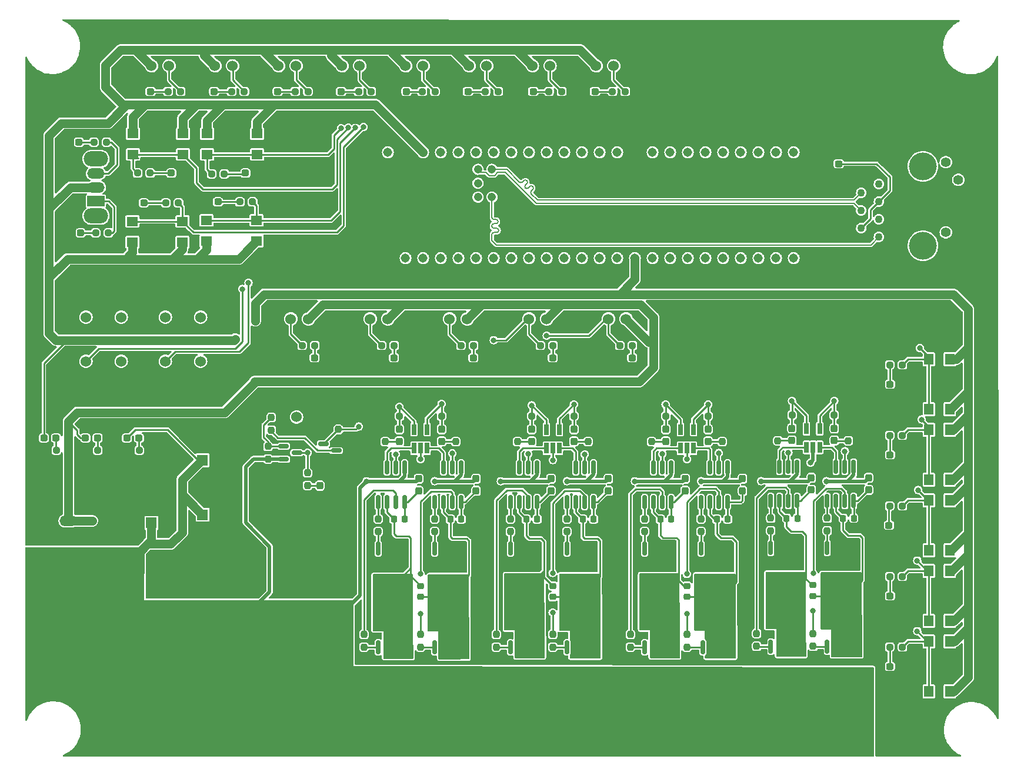
<source format=gtl>
G04 #@! TF.GenerationSoftware,KiCad,Pcbnew,(6.0.7)*
G04 #@! TF.CreationDate,2023-03-20T22:10:27-05:00*
G04 #@! TF.ProjectId,ScienceMotorController,53636965-6e63-4654-9d6f-746f72436f6e,rev?*
G04 #@! TF.SameCoordinates,Original*
G04 #@! TF.FileFunction,Copper,L1,Top*
G04 #@! TF.FilePolarity,Positive*
%FSLAX46Y46*%
G04 Gerber Fmt 4.6, Leading zero omitted, Abs format (unit mm)*
G04 Created by KiCad (PCBNEW (6.0.7)) date 2023-03-20 22:10:27*
%MOMM*%
%LPD*%
G01*
G04 APERTURE LIST*
G04 Aperture macros list*
%AMRoundRect*
0 Rectangle with rounded corners*
0 $1 Rounding radius*
0 $2 $3 $4 $5 $6 $7 $8 $9 X,Y pos of 4 corners*
0 Add a 4 corners polygon primitive as box body*
4,1,4,$2,$3,$4,$5,$6,$7,$8,$9,$2,$3,0*
0 Add four circle primitives for the rounded corners*
1,1,$1+$1,$2,$3*
1,1,$1+$1,$4,$5*
1,1,$1+$1,$6,$7*
1,1,$1+$1,$8,$9*
0 Add four rect primitives between the rounded corners*
20,1,$1+$1,$2,$3,$4,$5,0*
20,1,$1+$1,$4,$5,$6,$7,0*
20,1,$1+$1,$6,$7,$8,$9,0*
20,1,$1+$1,$8,$9,$2,$3,0*%
G04 Aperture macros list end*
G04 #@! TA.AperFunction,ComponentPad*
%ADD10C,1.524000*%
G04 #@! TD*
G04 #@! TA.AperFunction,SMDPad,CuDef*
%ADD11RoundRect,0.237500X0.237500X-0.250000X0.237500X0.250000X-0.237500X0.250000X-0.237500X-0.250000X0*%
G04 #@! TD*
G04 #@! TA.AperFunction,SMDPad,CuDef*
%ADD12RoundRect,0.237500X-0.237500X0.250000X-0.237500X-0.250000X0.237500X-0.250000X0.237500X0.250000X0*%
G04 #@! TD*
G04 #@! TA.AperFunction,SMDPad,CuDef*
%ADD13RoundRect,0.237500X-0.250000X-0.237500X0.250000X-0.237500X0.250000X0.237500X-0.250000X0.237500X0*%
G04 #@! TD*
G04 #@! TA.AperFunction,SMDPad,CuDef*
%ADD14RoundRect,0.225000X0.225000X0.250000X-0.225000X0.250000X-0.225000X-0.250000X0.225000X-0.250000X0*%
G04 #@! TD*
G04 #@! TA.AperFunction,SMDPad,CuDef*
%ADD15RoundRect,0.225000X0.250000X-0.225000X0.250000X0.225000X-0.250000X0.225000X-0.250000X-0.225000X0*%
G04 #@! TD*
G04 #@! TA.AperFunction,SMDPad,CuDef*
%ADD16RoundRect,0.237500X0.250000X0.237500X-0.250000X0.237500X-0.250000X-0.237500X0.250000X-0.237500X0*%
G04 #@! TD*
G04 #@! TA.AperFunction,SMDPad,CuDef*
%ADD17RoundRect,0.150000X-0.150000X0.825000X-0.150000X-0.825000X0.150000X-0.825000X0.150000X0.825000X0*%
G04 #@! TD*
G04 #@! TA.AperFunction,SMDPad,CuDef*
%ADD18RoundRect,0.237500X-0.287500X-0.237500X0.287500X-0.237500X0.287500X0.237500X-0.287500X0.237500X0*%
G04 #@! TD*
G04 #@! TA.AperFunction,SMDPad,CuDef*
%ADD19RoundRect,0.237500X0.287500X0.237500X-0.287500X0.237500X-0.287500X-0.237500X0.287500X-0.237500X0*%
G04 #@! TD*
G04 #@! TA.AperFunction,ComponentPad*
%ADD20R,2.500000X1.500000*%
G04 #@! TD*
G04 #@! TA.AperFunction,ComponentPad*
%ADD21O,2.500000X1.500000*%
G04 #@! TD*
G04 #@! TA.AperFunction,SMDPad,CuDef*
%ADD22RoundRect,0.225000X-0.225000X-0.250000X0.225000X-0.250000X0.225000X0.250000X-0.225000X0.250000X0*%
G04 #@! TD*
G04 #@! TA.AperFunction,SMDPad,CuDef*
%ADD23RoundRect,0.237500X0.237500X-0.287500X0.237500X0.287500X-0.237500X0.287500X-0.237500X-0.287500X0*%
G04 #@! TD*
G04 #@! TA.AperFunction,SMDPad,CuDef*
%ADD24R,0.650000X1.560000*%
G04 #@! TD*
G04 #@! TA.AperFunction,SMDPad,CuDef*
%ADD25RoundRect,0.150000X-0.587500X-0.150000X0.587500X-0.150000X0.587500X0.150000X-0.587500X0.150000X0*%
G04 #@! TD*
G04 #@! TA.AperFunction,SMDPad,CuDef*
%ADD26RoundRect,0.237500X0.300000X0.237500X-0.300000X0.237500X-0.300000X-0.237500X0.300000X-0.237500X0*%
G04 #@! TD*
G04 #@! TA.AperFunction,SMDPad,CuDef*
%ADD27R,1.400000X1.600000*%
G04 #@! TD*
G04 #@! TA.AperFunction,ComponentPad*
%ADD28R,1.600000X1.600000*%
G04 #@! TD*
G04 #@! TA.AperFunction,ComponentPad*
%ADD29C,1.600000*%
G04 #@! TD*
G04 #@! TA.AperFunction,ComponentPad*
%ADD30C,1.308000*%
G04 #@! TD*
G04 #@! TA.AperFunction,ComponentPad*
%ADD31C,1.208000*%
G04 #@! TD*
G04 #@! TA.AperFunction,SMDPad,CuDef*
%ADD32R,1.600000X1.400000*%
G04 #@! TD*
G04 #@! TA.AperFunction,ComponentPad*
%ADD33O,3.500000X2.200000*%
G04 #@! TD*
G04 #@! TA.AperFunction,SMDPad,CuDef*
%ADD34RoundRect,0.237500X-0.237500X0.287500X-0.237500X-0.287500X0.237500X-0.287500X0.237500X0.287500X0*%
G04 #@! TD*
G04 #@! TA.AperFunction,ComponentPad*
%ADD35C,1.100000*%
G04 #@! TD*
G04 #@! TA.AperFunction,ComponentPad*
%ADD36C,1.400000*%
G04 #@! TD*
G04 #@! TA.AperFunction,ComponentPad*
%ADD37C,4.000000*%
G04 #@! TD*
G04 #@! TA.AperFunction,ComponentPad*
%ADD38C,2.000000*%
G04 #@! TD*
G04 #@! TA.AperFunction,ComponentPad*
%ADD39O,5.100000X3.000000*%
G04 #@! TD*
G04 #@! TA.AperFunction,ViaPad*
%ADD40C,0.800000*%
G04 #@! TD*
G04 #@! TA.AperFunction,Conductor*
%ADD41C,0.254000*%
G04 #@! TD*
G04 #@! TA.AperFunction,Conductor*
%ADD42C,1.270000*%
G04 #@! TD*
G04 #@! TA.AperFunction,Conductor*
%ADD43C,0.508000*%
G04 #@! TD*
G04 #@! TA.AperFunction,Conductor*
%ADD44C,0.200000*%
G04 #@! TD*
G04 APERTURE END LIST*
D10*
X123190000Y-38481000D03*
X125730000Y-38481000D03*
D11*
X177927000Y-92606500D03*
X177927000Y-90781500D03*
D12*
X136525000Y-103735500D03*
X136525000Y-105560500D03*
D13*
X125579500Y-42164000D03*
X127404500Y-42164000D03*
D11*
X118230350Y-98919700D03*
X118230350Y-97094700D03*
D13*
X202033500Y-81534000D03*
X203858500Y-81534000D03*
D10*
X150598500Y-38481000D03*
X153138500Y-38481000D03*
D13*
X137517500Y-88900000D03*
X139342500Y-88900000D03*
D14*
X132220000Y-103759000D03*
X130670000Y-103759000D03*
D15*
X153543000Y-114948000D03*
X153543000Y-113398000D03*
D10*
X97764600Y-74676000D03*
X100304600Y-74676000D03*
X102844600Y-74676000D03*
X91414600Y-81026000D03*
X88874600Y-81026000D03*
X86334600Y-81026000D03*
D16*
X187983500Y-88773000D03*
X186158500Y-88773000D03*
D17*
X196850000Y-96204000D03*
X195580000Y-96204000D03*
X194310000Y-96204000D03*
X193040000Y-96204000D03*
X193040000Y-101154000D03*
X194310000Y-101154000D03*
X195580000Y-101154000D03*
X196850000Y-101154000D03*
X132207000Y-122239000D03*
X130937000Y-122239000D03*
X129667000Y-122239000D03*
X128397000Y-122239000D03*
X128397000Y-127189000D03*
X129667000Y-127189000D03*
X130937000Y-127189000D03*
X132207000Y-127189000D03*
X178943000Y-122239000D03*
X177673000Y-122239000D03*
X176403000Y-122239000D03*
X175133000Y-122239000D03*
X175133000Y-127189000D03*
X176403000Y-127189000D03*
X177673000Y-127189000D03*
X178943000Y-127189000D03*
D18*
X140349000Y-80518000D03*
X142099000Y-80518000D03*
D13*
X151741500Y-78740000D03*
X153566500Y-78740000D03*
D11*
X158623000Y-92606500D03*
X158623000Y-90781500D03*
D19*
X100379500Y-53924200D03*
X98629500Y-53924200D03*
D12*
X145415000Y-120372500D03*
X145415000Y-122197500D03*
D13*
X202033500Y-101854000D03*
X203858500Y-101854000D03*
D19*
X203821000Y-84328000D03*
X202071000Y-84328000D03*
D17*
X178689000Y-96331000D03*
X177419000Y-96331000D03*
X176149000Y-96331000D03*
X174879000Y-96331000D03*
X174879000Y-101281000D03*
X176149000Y-101281000D03*
X177419000Y-101281000D03*
X178689000Y-101281000D03*
D13*
X143844000Y-42164000D03*
X145669000Y-42164000D03*
X152988000Y-42164000D03*
X154813000Y-42164000D03*
D20*
X83820000Y-109093000D03*
D21*
X83820000Y-106553000D03*
X83820000Y-104013000D03*
D12*
X112997950Y-89119100D03*
X112997950Y-90944100D03*
D10*
X102844600Y-81026000D03*
X100304600Y-81026000D03*
X97764600Y-81026000D03*
D13*
X80240500Y-93853000D03*
X82065500Y-93853000D03*
D12*
X182880000Y-120245500D03*
X182880000Y-122070500D03*
D22*
X87236000Y-104013000D03*
X88786000Y-104013000D03*
D10*
X86334600Y-74676000D03*
X88874600Y-74676000D03*
X91414600Y-74676000D03*
X132334000Y-38481000D03*
X134874000Y-38481000D03*
D14*
X178702000Y-103759000D03*
X177152000Y-103759000D03*
D23*
X169799000Y-92569000D03*
X169799000Y-90819000D03*
D17*
X140335000Y-108015000D03*
X139065000Y-108015000D03*
X137795000Y-108015000D03*
X136525000Y-108015000D03*
X136525000Y-112965000D03*
X137795000Y-112965000D03*
X139065000Y-112965000D03*
X140335000Y-112965000D03*
D24*
X191958000Y-90725000D03*
X191008000Y-90725000D03*
X190058000Y-90725000D03*
X190058000Y-93425000D03*
X191008000Y-93425000D03*
X191958000Y-93425000D03*
D12*
X193040000Y-103608500D03*
X193040000Y-105433500D03*
D17*
X151257000Y-108015000D03*
X149987000Y-108015000D03*
X148717000Y-108015000D03*
X147447000Y-108015000D03*
X147447000Y-112965000D03*
X148717000Y-112965000D03*
X149987000Y-112965000D03*
X151257000Y-112965000D03*
D14*
X159398000Y-103759000D03*
X157848000Y-103759000D03*
D10*
X159004000Y-74930000D03*
X161544000Y-74930000D03*
X164084000Y-74930000D03*
X116655550Y-89066400D03*
X119195550Y-89066400D03*
D18*
X92914500Y-58216800D03*
X94664500Y-58216800D03*
D25*
X120493250Y-92942400D03*
X120493250Y-94842400D03*
X122368250Y-93892400D03*
D13*
X140311500Y-78740000D03*
X142136500Y-78740000D03*
D26*
X194676000Y-52578000D03*
X192951000Y-52578000D03*
D27*
X210669000Y-90888000D03*
X210669000Y-98088000D03*
X207669000Y-90888000D03*
X207669000Y-98088000D03*
D23*
X156591000Y-92569000D03*
X156591000Y-90819000D03*
D11*
X122649950Y-90844400D03*
X122649950Y-89019400D03*
D17*
X159385000Y-122239000D03*
X158115000Y-122239000D03*
X156845000Y-122239000D03*
X155575000Y-122239000D03*
X155575000Y-127189000D03*
X156845000Y-127189000D03*
X158115000Y-127189000D03*
X159385000Y-127189000D03*
D16*
X169822500Y-88900000D03*
X167997500Y-88900000D03*
D23*
X190754000Y-99554000D03*
X190754000Y-97804000D03*
D18*
X83834000Y-62534800D03*
X85584000Y-62534800D03*
D13*
X128881500Y-78740000D03*
X130706500Y-78740000D03*
X134747000Y-42164000D03*
X136572000Y-42164000D03*
D14*
X140348000Y-103759000D03*
X138798000Y-103759000D03*
D10*
X159766000Y-38481000D03*
X162306000Y-38481000D03*
D17*
X132207000Y-108015000D03*
X130937000Y-108015000D03*
X129667000Y-108015000D03*
X128397000Y-108015000D03*
X128397000Y-112965000D03*
X129667000Y-112965000D03*
X130937000Y-112965000D03*
X132207000Y-112965000D03*
X196850000Y-107888000D03*
X195580000Y-107888000D03*
X194310000Y-107888000D03*
X193040000Y-107888000D03*
X193040000Y-112838000D03*
X194310000Y-112838000D03*
X195580000Y-112838000D03*
X196850000Y-112838000D03*
D10*
X95758000Y-38481000D03*
X98298000Y-38481000D03*
D13*
X163171500Y-78740000D03*
X164996500Y-78740000D03*
D17*
X159385000Y-108015000D03*
X158115000Y-108015000D03*
X156845000Y-108015000D03*
X155575000Y-108015000D03*
X155575000Y-112965000D03*
X156845000Y-112965000D03*
X158115000Y-112965000D03*
X159385000Y-112965000D03*
D18*
X117489000Y-80518000D03*
X119239000Y-80518000D03*
D12*
X148463000Y-90781500D03*
X148463000Y-92606500D03*
D18*
X103029750Y-42164000D03*
X104779750Y-42164000D03*
D15*
X134493000Y-114948000D03*
X134493000Y-113398000D03*
X172847000Y-114948000D03*
X172847000Y-113398000D03*
D17*
X178689000Y-108015000D03*
X177419000Y-108015000D03*
X176149000Y-108015000D03*
X174879000Y-108015000D03*
X174879000Y-112965000D03*
X176149000Y-112965000D03*
X177419000Y-112965000D03*
X178689000Y-112965000D03*
X151257000Y-96331000D03*
X149987000Y-96331000D03*
X148717000Y-96331000D03*
X147447000Y-96331000D03*
X147447000Y-101281000D03*
X148717000Y-101281000D03*
X149987000Y-101281000D03*
X151257000Y-101281000D03*
D24*
X135443000Y-90852000D03*
X134493000Y-90852000D03*
X133543000Y-90852000D03*
X133543000Y-93552000D03*
X134493000Y-93552000D03*
X135443000Y-93552000D03*
D14*
X196863000Y-103632000D03*
X195313000Y-103632000D03*
D23*
X172593000Y-99681000D03*
X172593000Y-97931000D03*
D11*
X196088000Y-92479500D03*
X196088000Y-90654500D03*
D13*
X202033500Y-122174000D03*
X203858500Y-122174000D03*
D23*
X187960000Y-92442000D03*
X187960000Y-90692000D03*
D18*
X157851500Y-42164000D03*
X159601500Y-42164000D03*
D12*
X153543000Y-120372500D03*
X153543000Y-122197500D03*
D15*
X87757000Y-108471000D03*
X87757000Y-106921000D03*
D27*
X210669000Y-121368000D03*
X210669000Y-128568000D03*
X207669000Y-121368000D03*
X207669000Y-128568000D03*
D13*
X202033500Y-112014000D03*
X203858500Y-112014000D03*
D12*
X172847000Y-120372500D03*
X172847000Y-122197500D03*
D17*
X188722000Y-96204000D03*
X187452000Y-96204000D03*
X186182000Y-96204000D03*
X184912000Y-96204000D03*
X184912000Y-101154000D03*
X186182000Y-101154000D03*
X187452000Y-101154000D03*
X188722000Y-101154000D03*
X170561000Y-122239000D03*
X169291000Y-122239000D03*
X168021000Y-122239000D03*
X166751000Y-122239000D03*
X166751000Y-127189000D03*
X168021000Y-127189000D03*
X169291000Y-127189000D03*
X170561000Y-127189000D03*
D10*
X147574000Y-74930000D03*
X150114000Y-74930000D03*
X152654000Y-74930000D03*
D12*
X129413000Y-90781500D03*
X129413000Y-92606500D03*
D18*
X139563500Y-42164000D03*
X141313500Y-42164000D03*
D14*
X151270000Y-103759000D03*
X149720000Y-103759000D03*
D18*
X93867000Y-42164000D03*
X95617000Y-42164000D03*
X128919000Y-80518000D03*
X130669000Y-80518000D03*
D13*
X117451500Y-78740000D03*
X119276500Y-78740000D03*
D12*
X166751000Y-103735500D03*
X166751000Y-105560500D03*
D14*
X170574000Y-103759000D03*
X169024000Y-103759000D03*
D17*
X188722000Y-122112000D03*
X187452000Y-122112000D03*
X186182000Y-122112000D03*
X184912000Y-122112000D03*
X184912000Y-127062000D03*
X186182000Y-127062000D03*
X187452000Y-127062000D03*
X188722000Y-127062000D03*
D10*
X136144000Y-74930000D03*
X138684000Y-74930000D03*
X141224000Y-74930000D03*
D13*
X116459000Y-42164000D03*
X118284000Y-42164000D03*
D17*
X159385000Y-96331000D03*
X158115000Y-96331000D03*
X156845000Y-96331000D03*
X155575000Y-96331000D03*
X155575000Y-101281000D03*
X156845000Y-101281000D03*
X158115000Y-101281000D03*
X159385000Y-101281000D03*
X170561000Y-108015000D03*
X169291000Y-108015000D03*
X168021000Y-108015000D03*
X166751000Y-108015000D03*
X166751000Y-112965000D03*
X168021000Y-112965000D03*
X169291000Y-112965000D03*
X170561000Y-112965000D03*
X151257000Y-122239000D03*
X149987000Y-122239000D03*
X148717000Y-122239000D03*
X147447000Y-122239000D03*
X147447000Y-127189000D03*
X148717000Y-127189000D03*
X149987000Y-127189000D03*
X151257000Y-127189000D03*
D13*
X202033500Y-91694000D03*
X203858500Y-91694000D03*
D17*
X140335000Y-122239000D03*
X139065000Y-122239000D03*
X137795000Y-122239000D03*
X136525000Y-122239000D03*
X136525000Y-127189000D03*
X137795000Y-127189000D03*
X139065000Y-127189000D03*
X140335000Y-127189000D03*
D23*
X142494000Y-99681000D03*
X142494000Y-97931000D03*
D28*
X103124000Y-103124000D03*
D29*
X105624000Y-103124000D03*
D30*
X132334000Y-66167000D03*
X134874000Y-66167000D03*
X137414000Y-66167000D03*
X139954000Y-66167000D03*
X165354000Y-66167000D03*
X134874000Y-50927000D03*
X142494000Y-66167000D03*
X145034000Y-66167000D03*
X147574000Y-66167000D03*
X150114000Y-66167000D03*
X152654000Y-66167000D03*
X155194000Y-66167000D03*
X157734000Y-66167000D03*
X160274000Y-66167000D03*
X162814000Y-66167000D03*
X162814000Y-50927000D03*
X160274000Y-50927000D03*
X157734000Y-50927000D03*
X155194000Y-50927000D03*
X152654000Y-50927000D03*
X150114000Y-50927000D03*
X147574000Y-50927000D03*
X145034000Y-50927000D03*
X142494000Y-50927000D03*
X139954000Y-50927000D03*
X137414000Y-50927000D03*
X167894000Y-66167000D03*
X170434000Y-66167000D03*
X172974000Y-66167000D03*
X175514000Y-66167000D03*
X178054000Y-66167000D03*
X180594000Y-66167000D03*
X183134000Y-66167000D03*
X185674000Y-66167000D03*
X188214000Y-66167000D03*
X188214000Y-50927000D03*
X185674000Y-50927000D03*
X183134000Y-50927000D03*
X180594000Y-50927000D03*
X178054000Y-50927000D03*
X175514000Y-50927000D03*
X172974000Y-50927000D03*
X170434000Y-50927000D03*
X167894000Y-50927000D03*
X129794000Y-66167000D03*
X165354000Y-50927000D03*
X132334000Y-50927000D03*
D31*
X144764000Y-55377000D03*
X142764000Y-55377000D03*
X142764000Y-53377000D03*
X144764000Y-53377000D03*
X144764000Y-57377000D03*
X142764000Y-57377000D03*
D30*
X129794000Y-50927000D03*
D11*
X112540750Y-95109700D03*
X112540750Y-93284700D03*
D12*
X184912000Y-103608500D03*
X184912000Y-105433500D03*
D19*
X203821000Y-124968000D03*
X202071000Y-124968000D03*
D18*
X148961500Y-42164000D03*
X150711500Y-42164000D03*
D17*
X196850000Y-122112000D03*
X195580000Y-122112000D03*
X194310000Y-122112000D03*
X193040000Y-122112000D03*
X193040000Y-127062000D03*
X194310000Y-127062000D03*
X195580000Y-127062000D03*
X196850000Y-127062000D03*
D13*
X87479500Y-49479200D03*
X89304500Y-49479200D03*
D17*
X140335000Y-96331000D03*
X139065000Y-96331000D03*
X137795000Y-96331000D03*
X136525000Y-96331000D03*
X136525000Y-101281000D03*
X137795000Y-101281000D03*
X139065000Y-101281000D03*
X140335000Y-101281000D03*
D23*
X137541000Y-92569000D03*
X137541000Y-90819000D03*
D32*
X110892500Y-63730000D03*
X103692500Y-63730000D03*
X103692500Y-60730000D03*
X110892500Y-60730000D03*
D19*
X203821000Y-114808000D03*
X202071000Y-114808000D03*
D27*
X210669000Y-101048000D03*
X210669000Y-108248000D03*
X207669000Y-101048000D03*
X207669000Y-108248000D03*
D13*
X97830000Y-58216800D03*
X99655000Y-58216800D03*
X92178500Y-93853000D03*
X94003500Y-93853000D03*
D16*
X106259000Y-54051200D03*
X104434000Y-54051200D03*
D33*
X87775100Y-51881600D03*
X87775100Y-60081600D03*
D20*
X87775100Y-57981600D03*
D21*
X87775100Y-55981600D03*
X87775100Y-53981600D03*
D13*
X98147500Y-42164000D03*
X99972500Y-42164000D03*
X156567500Y-88900000D03*
X158392500Y-88900000D03*
D27*
X207669000Y-80728000D03*
X207669000Y-87928000D03*
X210669000Y-87928000D03*
X210669000Y-80728000D03*
D11*
X139573000Y-92606500D03*
X139573000Y-90781500D03*
D13*
X194032500Y-88773000D03*
X195857500Y-88773000D03*
D16*
X131468500Y-88900000D03*
X129643500Y-88900000D03*
D17*
X188722000Y-107888000D03*
X187452000Y-107888000D03*
X186182000Y-107888000D03*
X184912000Y-107888000D03*
X184912000Y-112838000D03*
X186182000Y-112838000D03*
X187452000Y-112838000D03*
X188722000Y-112838000D03*
D10*
X114046000Y-38481000D03*
X116586000Y-38481000D03*
D19*
X93966000Y-92075000D03*
X92216000Y-92075000D03*
D23*
X194056000Y-92442000D03*
X194056000Y-90692000D03*
D12*
X174879000Y-103735500D03*
X174879000Y-105560500D03*
D13*
X175871500Y-88900000D03*
X177696500Y-88900000D03*
D17*
X170561000Y-96331000D03*
X169291000Y-96331000D03*
X168021000Y-96331000D03*
X166751000Y-96331000D03*
X166751000Y-101281000D03*
X168021000Y-101281000D03*
X169291000Y-101281000D03*
X170561000Y-101281000D03*
D19*
X82028000Y-92075000D03*
X80278000Y-92075000D03*
D14*
X188735000Y-103632000D03*
X187185000Y-103632000D03*
D34*
X120008350Y-97183000D03*
X120008350Y-98933000D03*
D12*
X147447000Y-103735500D03*
X147447000Y-105560500D03*
D13*
X108498000Y-58071000D03*
X110323000Y-58071000D03*
D23*
X150495000Y-92569000D03*
X150495000Y-90819000D03*
D19*
X87997000Y-92075000D03*
X86247000Y-92075000D03*
D12*
X164719000Y-120372500D03*
X164719000Y-122197500D03*
D24*
X173797000Y-90852000D03*
X172847000Y-90852000D03*
X171897000Y-90852000D03*
X171897000Y-93552000D03*
X172847000Y-93552000D03*
X173797000Y-93552000D03*
D23*
X180848000Y-99681000D03*
X180848000Y-97931000D03*
D18*
X103582500Y-58071000D03*
X105332500Y-58071000D03*
D32*
X100224500Y-60875800D03*
X93024500Y-60875800D03*
X100224500Y-63875800D03*
X93024500Y-63875800D03*
D18*
X121299000Y-42164000D03*
X123049000Y-42164000D03*
X163209000Y-80518000D03*
X164959000Y-80518000D03*
D19*
X203821000Y-94488000D03*
X202071000Y-94488000D03*
D12*
X128397000Y-103735500D03*
X128397000Y-105560500D03*
D35*
X200469000Y-63117000D03*
X197929000Y-61847000D03*
X200469000Y-60577000D03*
X197929000Y-59307000D03*
X200469000Y-58037000D03*
X197929000Y-56767000D03*
X200469000Y-55497000D03*
X197929000Y-54227000D03*
D36*
X211899000Y-64997000D03*
X210109000Y-62457000D03*
X211899000Y-54887000D03*
X210109000Y-52347000D03*
D37*
X206819000Y-64387000D03*
X206819000Y-52957000D03*
D38*
X203769000Y-50797000D03*
X203769000Y-66547000D03*
D10*
X104902000Y-38481000D03*
X107442000Y-38481000D03*
D23*
X199009000Y-99554000D03*
X199009000Y-97804000D03*
D17*
X132207000Y-96331000D03*
X130937000Y-96331000D03*
X129667000Y-96331000D03*
X128397000Y-96331000D03*
X128397000Y-101281000D03*
X129667000Y-101281000D03*
X130937000Y-101281000D03*
X132207000Y-101281000D03*
D12*
X155575000Y-103735500D03*
X155575000Y-105560500D03*
X167767000Y-90781500D03*
X167767000Y-92606500D03*
D15*
X191008000Y-114821000D03*
X191008000Y-113271000D03*
D16*
X95591000Y-53924200D03*
X93766000Y-53924200D03*
D25*
X114803650Y-93247200D03*
X114803650Y-95147200D03*
X116678650Y-94197200D03*
D24*
X154493000Y-90852000D03*
X153543000Y-90852000D03*
X152593000Y-90852000D03*
X152593000Y-93552000D03*
X153543000Y-93552000D03*
X154493000Y-93552000D03*
D13*
X162132000Y-42164000D03*
X163957000Y-42164000D03*
D23*
X134239000Y-99681000D03*
X134239000Y-97931000D03*
D18*
X130720500Y-42164000D03*
X132470500Y-42164000D03*
D12*
X134493000Y-120372500D03*
X134493000Y-122197500D03*
D23*
X153289000Y-99681000D03*
X153289000Y-97931000D03*
D16*
X150518500Y-88900000D03*
X148693500Y-88900000D03*
D27*
X210669000Y-118408000D03*
X210669000Y-111208000D03*
X207669000Y-111208000D03*
X207669000Y-118408000D03*
D19*
X203680000Y-104648000D03*
X201930000Y-104648000D03*
D32*
X110978500Y-48247200D03*
X103778500Y-48247200D03*
X103778500Y-51247200D03*
X110978500Y-51247200D03*
D12*
X126365000Y-120372500D03*
X126365000Y-122197500D03*
X185928000Y-90654500D03*
X185928000Y-92479500D03*
D32*
X93110500Y-48247200D03*
X100310500Y-48247200D03*
X93110500Y-51247200D03*
X100310500Y-51247200D03*
D13*
X87733500Y-62534800D03*
X89558500Y-62534800D03*
D28*
X95758000Y-104306379D03*
D29*
X95758000Y-101806379D03*
D10*
X141478000Y-38481000D03*
X144018000Y-38481000D03*
D19*
X111047500Y-53924200D03*
X109297500Y-53924200D03*
D16*
X88034500Y-93853000D03*
X86209500Y-93853000D03*
D23*
X131445000Y-92569000D03*
X131445000Y-90819000D03*
D13*
X107310250Y-42164000D03*
X109135250Y-42164000D03*
D18*
X112178500Y-42164000D03*
X113928500Y-42164000D03*
D23*
X175895000Y-92569000D03*
X175895000Y-90819000D03*
D12*
X191008000Y-120245500D03*
X191008000Y-122070500D03*
D10*
X113284000Y-74930000D03*
X115824000Y-74930000D03*
X118364000Y-74930000D03*
D28*
X103124000Y-95274000D03*
D29*
X105624000Y-95274000D03*
D18*
X151779000Y-80518000D03*
X153529000Y-80518000D03*
D23*
X161544000Y-99681000D03*
X161544000Y-97931000D03*
D10*
X124714000Y-74930000D03*
X127254000Y-74930000D03*
X129794000Y-74930000D03*
D18*
X83580000Y-49479200D03*
X85330000Y-49479200D03*
D39*
X120129300Y-109551500D03*
X120129300Y-117425500D03*
X176869000Y-117468600D03*
X168995000Y-117468600D03*
X157565000Y-117468600D03*
X149691000Y-117468600D03*
X109375600Y-109742800D03*
X109375600Y-117616800D03*
X98453600Y-109869800D03*
X98453600Y-117743800D03*
X138515000Y-117468600D03*
X130641000Y-117468600D03*
X195030000Y-117341600D03*
X187156000Y-117341600D03*
D40*
X152654000Y-77343000D03*
X172847000Y-95123000D03*
X107804763Y-77832763D03*
X110617000Y-75184000D03*
X134493000Y-95123000D03*
X190627000Y-95631000D03*
X153543000Y-95250000D03*
X145034000Y-77978000D03*
X146050000Y-98298000D03*
X155575000Y-98298000D03*
X126746000Y-98298000D03*
X183515000Y-98298000D03*
X165354000Y-98298000D03*
X192913000Y-98298000D03*
X174879000Y-98298000D03*
X136525000Y-98298000D03*
X118230350Y-94197200D03*
X158140400Y-94437200D03*
X156565600Y-87223600D03*
X194056000Y-86741000D03*
X195580000Y-93980000D03*
X150520400Y-87376000D03*
X150012400Y-94386400D03*
X187960000Y-86741000D03*
X187452000Y-94151500D03*
X175895000Y-87249000D03*
X177419000Y-94234000D03*
X169773600Y-87274400D03*
X169291000Y-94361000D03*
X153517600Y-111506000D03*
X153517600Y-117195600D03*
X191008000Y-116992400D03*
X191058800Y-111556800D03*
X125603000Y-90424000D03*
X126281681Y-47287681D03*
X125132967Y-47408967D03*
X124111253Y-47403253D03*
X123049283Y-47437796D03*
X206375000Y-79121000D03*
X206629000Y-89408000D03*
X206121000Y-99568000D03*
X205994000Y-109728000D03*
X134518400Y-111658400D03*
X134493000Y-117424200D03*
X172872400Y-117398800D03*
X172821600Y-111658400D03*
X205994000Y-119888000D03*
X108839000Y-70612000D03*
X109728000Y-69723000D03*
X139065000Y-94310200D03*
X137515600Y-87172800D03*
X130911600Y-94437200D03*
X131470400Y-87579200D03*
X153543000Y-89154000D03*
X186309000Y-110236000D03*
X159385000Y-110236000D03*
X176276000Y-110236000D03*
X117475000Y-82169000D03*
X203911200Y-123494800D03*
X184404000Y-89535000D03*
X128143000Y-89662000D03*
X169316400Y-110236000D03*
X147447000Y-94361000D03*
X134493000Y-89027000D03*
X139090400Y-110363000D03*
X140335000Y-110363000D03*
X128397000Y-110363000D03*
X85598000Y-95224600D03*
X128397000Y-94361000D03*
X203454000Y-113411000D03*
X175260000Y-94488000D03*
X166370000Y-89662000D03*
X151765000Y-82042000D03*
X196850000Y-110236000D03*
X197612000Y-89535000D03*
X195605400Y-110236000D03*
X140970000Y-89662000D03*
X148844000Y-110236000D03*
X188722000Y-110236000D03*
X101727000Y-41148000D03*
X178689000Y-110236000D03*
X187477400Y-110236000D03*
X155956000Y-94488000D03*
X78994000Y-93827600D03*
X156591000Y-41148000D03*
X155702000Y-110236000D03*
X160020000Y-89662000D03*
X121481550Y-96254600D03*
X151257000Y-110236000D03*
X147574000Y-110236000D03*
X168148000Y-110236000D03*
X150012400Y-110236000D03*
X185039000Y-110236000D03*
X191527500Y-52781000D03*
X132080000Y-110363000D03*
X92456000Y-42037000D03*
X159004000Y-78105000D03*
X122624550Y-87618600D03*
X158140400Y-110236000D03*
X175006000Y-110236000D03*
X87122000Y-105537000D03*
X129667000Y-110363000D03*
X136652000Y-110363000D03*
X83820000Y-61087000D03*
X147574000Y-78232000D03*
X140335000Y-82042000D03*
X110871000Y-41148000D03*
X163322000Y-82042000D03*
X193294000Y-94488000D03*
X156972000Y-110236000D03*
X193167000Y-110236000D03*
X83566000Y-50927000D03*
X203489500Y-93091000D03*
X128905000Y-82169000D03*
X129159000Y-41275000D03*
X194437000Y-110236000D03*
X138303000Y-41021000D03*
X179197000Y-89662000D03*
X184912000Y-94234000D03*
X136906000Y-94488000D03*
X120015000Y-41021000D03*
X195718500Y-54432000D03*
X130835400Y-110363000D03*
X147193000Y-89662000D03*
X137922000Y-110363000D03*
X170561000Y-110236000D03*
X177444400Y-110236000D03*
X191008000Y-89027000D03*
X172847000Y-89027000D03*
X203454000Y-103251000D03*
X147574000Y-41275000D03*
X203454000Y-82804000D03*
X166878000Y-110236000D03*
X91186000Y-95224600D03*
D41*
X115824000Y-74930000D02*
X115824000Y-77112500D01*
X115824000Y-77112500D02*
X117451500Y-78740000D01*
X161544000Y-77112500D02*
X163171500Y-78740000D01*
X158737866Y-77343000D02*
X152654000Y-77343000D01*
X161150866Y-74930000D02*
X158737866Y-77343000D01*
X161544000Y-74930000D02*
X161544000Y-77112500D01*
X161544000Y-74930000D02*
X161150866Y-74930000D01*
D42*
X89662000Y-66294000D02*
X92075000Y-66294000D01*
X213360000Y-115570000D02*
X213360000Y-116332000D01*
X81026000Y-68961000D02*
X83693000Y-66294000D01*
X123190000Y-38481000D02*
X121666000Y-36957000D01*
X210669000Y-118408000D02*
X211284000Y-118408000D01*
X213360000Y-78994000D02*
X213360000Y-79629000D01*
X210669000Y-80728000D02*
X211626000Y-80728000D01*
X81026000Y-76962000D02*
X82042000Y-77978000D01*
X141478000Y-38481000D02*
X139192000Y-36195000D01*
X91313000Y-36195000D02*
X89154000Y-38354000D01*
D41*
X80278000Y-81316800D02*
X83616800Y-77978000D01*
D42*
X84099400Y-55981600D02*
X81026000Y-59055000D01*
X213360000Y-88773000D02*
X213360000Y-89408000D01*
X159131000Y-71374000D02*
X163195000Y-71374000D01*
X113411000Y-44069000D02*
X108458000Y-44069000D01*
X107659526Y-77978000D02*
X107804763Y-77832763D01*
X211245000Y-101048000D02*
X213360000Y-98933000D01*
X110892500Y-63732500D02*
X108331000Y-66294000D01*
X97663000Y-66294000D02*
X98425000Y-66294000D01*
X90606300Y-66294000D02*
X89662000Y-66294000D01*
X102362000Y-66294000D02*
X108331000Y-66294000D01*
X213360000Y-119380000D02*
X213360000Y-126492000D01*
X210669000Y-111208000D02*
X210991000Y-111208000D01*
X93110500Y-48247200D02*
X93110500Y-45827500D01*
X210669000Y-87928000D02*
X210776000Y-87928000D01*
X103778500Y-46335500D02*
X106045000Y-44069000D01*
X213360000Y-93091000D02*
X213360000Y-95123000D01*
X213360000Y-82677000D02*
X213360000Y-84963000D01*
X98552000Y-44069000D02*
X94869000Y-44069000D01*
X83693000Y-66294000D02*
X89662000Y-66294000D01*
X100224500Y-63875800D02*
X100224500Y-64875500D01*
X211284000Y-118408000D02*
X213360000Y-116332000D01*
X93024500Y-65344500D02*
X92075000Y-66294000D01*
X98425000Y-66294000D02*
X98806000Y-66294000D01*
X81026000Y-48514000D02*
X81026000Y-59182000D01*
D41*
X134493000Y-93552000D02*
X134493000Y-95123000D01*
D42*
X210669000Y-101048000D02*
X211245000Y-101048000D01*
X121666000Y-36195000D02*
X130429000Y-36195000D01*
X98806000Y-66294000D02*
X102362000Y-66294000D01*
X112014000Y-36195000D02*
X121666000Y-36195000D01*
X103692500Y-64963500D02*
X102362000Y-66294000D01*
X138811000Y-36195000D02*
X148209000Y-36195000D01*
D41*
X153543000Y-93552000D02*
X153543000Y-95250000D01*
D42*
X100224500Y-64875500D02*
X98806000Y-66294000D01*
X213360000Y-98933000D02*
X213360000Y-99695000D01*
X100310500Y-45993500D02*
X102235000Y-44069000D01*
X139192000Y-36195000D02*
X138811000Y-36195000D01*
X213360000Y-105791000D02*
X213360000Y-108839000D01*
X93024500Y-63875800D02*
X93024500Y-65344500D01*
X130429000Y-36195000D02*
X138811000Y-36195000D01*
X213360000Y-84963000D02*
X213360000Y-85344000D01*
X92075000Y-66294000D02*
X97663000Y-66294000D01*
X211284000Y-128568000D02*
X210669000Y-128568000D01*
D43*
X191008000Y-95250000D02*
X191008000Y-93425000D01*
D42*
X81026000Y-59055000D02*
X81026000Y-59182000D01*
X213360000Y-79629000D02*
X213360000Y-82677000D01*
X110892500Y-63730000D02*
X110892500Y-63732500D01*
X104902000Y-38481000D02*
X103378000Y-36957000D01*
X89154000Y-41529000D02*
X91694000Y-44069000D01*
X121666000Y-36957000D02*
X121666000Y-36195000D01*
D41*
X80278000Y-92075000D02*
X80278000Y-81316800D01*
D42*
X93345000Y-36195000D02*
X91313000Y-36195000D01*
X95758000Y-38481000D02*
X93472000Y-36195000D01*
X114046000Y-38481000D02*
X112014000Y-36449000D01*
X94869000Y-44069000D02*
X92202000Y-44069000D01*
X165354000Y-69215000D02*
X165354000Y-66167000D01*
X213360000Y-88011000D02*
X213360000Y-88773000D01*
X103378000Y-36195000D02*
X112014000Y-36195000D01*
X81026000Y-68961000D02*
X81026000Y-76962000D01*
X130429000Y-36576000D02*
X130429000Y-36195000D01*
X159131000Y-71374000D02*
X211201000Y-71374000D01*
X82042000Y-77978000D02*
X107659526Y-77978000D01*
X103378000Y-36957000D02*
X103378000Y-36195000D01*
X213360000Y-99695000D02*
X213360000Y-103124000D01*
X102743000Y-44069000D02*
X102235000Y-44069000D01*
D41*
X172847000Y-93552000D02*
X172847000Y-95123000D01*
D42*
X106045000Y-44069000D02*
X102743000Y-44069000D01*
X108458000Y-44069000D02*
X106045000Y-44069000D01*
X213360000Y-108839000D02*
X213360000Y-109728000D01*
X103692500Y-63730000D02*
X103692500Y-64963500D01*
X210991000Y-111208000D02*
X213360000Y-108839000D01*
X112014000Y-71374000D02*
X110690000Y-72698000D01*
X132334000Y-38481000D02*
X130429000Y-36576000D01*
X211626000Y-80728000D02*
X213360000Y-78994000D01*
X87775100Y-55981600D02*
X84099400Y-55981600D01*
X91694000Y-44069000D02*
X92202000Y-44069000D01*
X213360000Y-109728000D02*
X213360000Y-113538000D01*
X210669000Y-108248000D02*
X210903000Y-108248000D01*
X82804000Y-46736000D02*
X81026000Y-48514000D01*
X110690000Y-72698000D02*
X110690000Y-75184000D01*
X210903000Y-108248000D02*
X213360000Y-105791000D01*
X213360000Y-95123000D02*
X213360000Y-95885000D01*
X89154000Y-38354000D02*
X89154000Y-41529000D01*
X213360000Y-85344000D02*
X213360000Y-88011000D01*
X211201000Y-71374000D02*
X213360000Y-73533000D01*
X89535000Y-46736000D02*
X82804000Y-46736000D01*
X211372000Y-121368000D02*
X213360000Y-119380000D01*
X112014000Y-36449000D02*
X112014000Y-36195000D01*
X92202000Y-44069000D02*
X89535000Y-46736000D01*
X93472000Y-36195000D02*
X93345000Y-36195000D01*
D43*
X190627000Y-95631000D02*
X191008000Y-95250000D01*
D42*
X213360000Y-95885000D02*
X213360000Y-98298000D01*
X213360000Y-116332000D02*
X213360000Y-119380000D01*
X213360000Y-126492000D02*
X211284000Y-128568000D01*
X213360000Y-103124000D02*
X213360000Y-105283000D01*
X100310500Y-48247200D02*
X100310500Y-45993500D01*
X148312500Y-36195000D02*
X148209000Y-36195000D01*
X103778500Y-48247200D02*
X103778500Y-46335500D01*
X82042000Y-77978000D02*
X83616800Y-77978000D01*
X81026000Y-59182000D02*
X81026000Y-68961000D01*
X211245000Y-90888000D02*
X213360000Y-88773000D01*
X213360000Y-113538000D02*
X213360000Y-115570000D01*
X102235000Y-44069000D02*
X98552000Y-44069000D01*
X110978500Y-48247200D02*
X110978500Y-46501500D01*
X110978500Y-46501500D02*
X113411000Y-44069000D01*
X148209000Y-36195000D02*
X157480000Y-36195000D01*
X93345000Y-36195000D02*
X103378000Y-36195000D01*
X213360000Y-98298000D02*
X213360000Y-98933000D01*
X150598500Y-38481000D02*
X148312500Y-36195000D01*
X210669000Y-121368000D02*
X211372000Y-121368000D01*
X213360000Y-105283000D02*
X213360000Y-105791000D01*
X93110500Y-45827500D02*
X94869000Y-44069000D01*
X112014000Y-71374000D02*
X159131000Y-71374000D01*
X163195000Y-71374000D02*
X165354000Y-69215000D01*
X134874000Y-50927000D02*
X128016000Y-44069000D01*
X211157000Y-98088000D02*
X213360000Y-95885000D01*
X157480000Y-36195000D02*
X159766000Y-38481000D01*
X210669000Y-98088000D02*
X211157000Y-98088000D01*
X128016000Y-44069000D02*
X113411000Y-44069000D01*
X213360000Y-89408000D02*
X213360000Y-93091000D01*
X213360000Y-73533000D02*
X213360000Y-78994000D01*
X210669000Y-90888000D02*
X211245000Y-90888000D01*
X210776000Y-87928000D02*
X213360000Y-85344000D01*
D41*
X149847866Y-74930000D02*
X150114000Y-74930000D01*
X150114000Y-77112500D02*
X151741500Y-78740000D01*
X145034000Y-77978000D02*
X146799866Y-77978000D01*
X150114000Y-74930000D02*
X150114000Y-77112500D01*
X146799866Y-77978000D02*
X149847866Y-74930000D01*
X127254000Y-77112500D02*
X128881500Y-78740000D01*
X127254000Y-74930000D02*
X127254000Y-77112500D01*
D42*
X164084000Y-74930000D02*
X167386000Y-78232000D01*
X120450000Y-72844000D02*
X118364000Y-74930000D01*
X110617000Y-83947000D02*
X165989000Y-83947000D01*
X141224000Y-74930000D02*
X143310000Y-72844000D01*
X83820000Y-104013000D02*
X87236000Y-104013000D01*
X166189000Y-72844000D02*
X165173000Y-72844000D01*
X85090000Y-88392000D02*
X106299000Y-88392000D01*
X168021000Y-74676000D02*
X166189000Y-72844000D01*
X129794000Y-74930000D02*
X131880000Y-72844000D01*
X110617000Y-84074000D02*
X110617000Y-83947000D01*
X165989000Y-83947000D02*
X168021000Y-81915000D01*
D41*
X86247000Y-92075000D02*
X85598000Y-92075000D01*
X85090000Y-90932000D02*
X83820000Y-89662000D01*
D42*
X152654000Y-74930000D02*
X154740000Y-72844000D01*
X83820000Y-104013000D02*
X83820000Y-89662000D01*
X131880000Y-72844000D02*
X132261000Y-72844000D01*
X154994000Y-72844000D02*
X144072000Y-72844000D01*
X143310000Y-72844000D02*
X144072000Y-72844000D01*
X154740000Y-72844000D02*
X154994000Y-72844000D01*
X168021000Y-81915000D02*
X168021000Y-78232000D01*
X167386000Y-78232000D02*
X168021000Y-78232000D01*
X106299000Y-88392000D02*
X110617000Y-84074000D01*
X144072000Y-72844000D02*
X132261000Y-72844000D01*
X168021000Y-78232000D02*
X168021000Y-74676000D01*
X132261000Y-72844000D02*
X120450000Y-72844000D01*
X165173000Y-72844000D02*
X154994000Y-72844000D01*
D41*
X85598000Y-92075000D02*
X85090000Y-91567000D01*
X85090000Y-91567000D02*
X85090000Y-90932000D01*
D42*
X83820000Y-89662000D02*
X85090000Y-88392000D01*
D41*
X138684000Y-74930000D02*
X138684000Y-77112500D01*
X138684000Y-77112500D02*
X140311500Y-78740000D01*
X159398000Y-103759000D02*
X159398000Y-101294000D01*
X159944000Y-101281000D02*
X161544000Y-99681000D01*
X159385000Y-101281000D02*
X159944000Y-101281000D01*
X159398000Y-101294000D02*
X159385000Y-101281000D01*
X141478000Y-106883200D02*
X141478000Y-111822000D01*
X134531400Y-114909600D02*
X135788400Y-114909600D01*
X134493000Y-114948000D02*
X134531400Y-114909600D01*
X137795000Y-101281000D02*
X137795000Y-102756000D01*
X137795000Y-102756000D02*
X138798000Y-103759000D01*
X141173200Y-106578400D02*
X141478000Y-106883200D01*
X138798000Y-106286000D02*
X139090400Y-106578400D01*
X136525000Y-114173000D02*
X136525000Y-112965000D01*
X139090400Y-106578400D02*
X141173200Y-106578400D01*
X135788400Y-114909600D02*
X136525000Y-114173000D01*
X141478000Y-111822000D02*
X140335000Y-112965000D01*
X138798000Y-103759000D02*
X138798000Y-106286000D01*
X196863000Y-103632000D02*
X196863000Y-101167000D01*
X196850000Y-101154000D02*
X197409000Y-101154000D01*
X197409000Y-101154000D02*
X199009000Y-99554000D01*
X196863000Y-101167000D02*
X196850000Y-101154000D01*
X133096000Y-106476800D02*
X132842000Y-106222800D01*
X133096000Y-111963200D02*
X133096000Y-110794800D01*
X132207000Y-111683800D02*
X133096000Y-110794800D01*
X134493000Y-113360200D02*
X133096000Y-111963200D01*
X131013200Y-106222800D02*
X130657600Y-105867200D01*
X132207000Y-112965000D02*
X132207000Y-111683800D01*
X134493000Y-113398000D02*
X134493000Y-113360200D01*
X129667000Y-102756000D02*
X129667000Y-101281000D01*
X130670000Y-103759000D02*
X129667000Y-102756000D01*
X133096000Y-110794800D02*
X133096000Y-106476800D01*
X132842000Y-106222800D02*
X131013200Y-106222800D01*
X130657600Y-103771400D02*
X130670000Y-103759000D01*
X130657600Y-105867200D02*
X130657600Y-103771400D01*
X151270000Y-103759000D02*
X151270000Y-101294000D01*
X151270000Y-101294000D02*
X151257000Y-101281000D01*
X151689000Y-101281000D02*
X153289000Y-99681000D01*
X151257000Y-101281000D02*
X151689000Y-101281000D01*
X188722000Y-101154000D02*
X189154000Y-101154000D01*
X189154000Y-101154000D02*
X190754000Y-99554000D01*
X188735000Y-103632000D02*
X188735000Y-101167000D01*
X188735000Y-101167000D02*
X188722000Y-101154000D01*
D43*
X125784000Y-114754000D02*
X125784000Y-99260000D01*
X170561000Y-96331000D02*
X170561000Y-97409000D01*
X142127000Y-98298000D02*
X142494000Y-97931000D01*
X159385000Y-96331000D02*
X159385000Y-97282000D01*
X165354000Y-98298000D02*
X169672000Y-98298000D01*
D42*
X100203000Y-100203000D02*
X100203000Y-98044000D01*
X93853000Y-108712000D02*
X95250000Y-107315000D01*
D43*
X158369000Y-98298000D02*
X161177000Y-98298000D01*
X150368000Y-98298000D02*
X152922000Y-98298000D01*
D42*
X95758000Y-106807000D02*
X95250000Y-107315000D01*
D43*
X153275000Y-97917000D02*
X153289000Y-97931000D01*
X196850000Y-96204000D02*
X196850000Y-97409000D01*
X174879000Y-98298000D02*
X178054000Y-98298000D01*
X172579000Y-97917000D02*
X172593000Y-97931000D01*
X132207000Y-96331000D02*
X132207000Y-97536000D01*
X178054000Y-98298000D02*
X180481000Y-98298000D01*
X126746000Y-98298000D02*
X131445000Y-98298000D01*
X161177000Y-98298000D02*
X161544000Y-97931000D01*
X178689000Y-96331000D02*
X178689000Y-97663000D01*
X198515000Y-98298000D02*
X199009000Y-97804000D01*
D42*
X98552000Y-107315000D02*
X100203000Y-105664000D01*
D43*
X195961000Y-98298000D02*
X198515000Y-98298000D01*
X112776000Y-114216400D02*
X109375600Y-117616800D01*
X140335000Y-96331000D02*
X140335000Y-97409000D01*
X110427100Y-95109700D02*
X109321600Y-96215200D01*
D42*
X95250000Y-107315000D02*
X98552000Y-107315000D01*
D43*
X132207000Y-97536000D02*
X131445000Y-98298000D01*
D42*
X102973000Y-95274000D02*
X103124000Y-95274000D01*
D43*
X192913000Y-98298000D02*
X195961000Y-98298000D01*
X109321600Y-96215200D02*
X109321600Y-104241600D01*
X133872000Y-98298000D02*
X134239000Y-97931000D01*
X196850000Y-97409000D02*
X195961000Y-98298000D01*
X112540750Y-95109700D02*
X110427100Y-95109700D01*
D41*
X92216000Y-92075000D02*
X93409800Y-90881200D01*
D43*
X109321600Y-104241600D02*
X112776000Y-107696000D01*
X139446000Y-98298000D02*
X142127000Y-98298000D01*
D41*
X98094800Y-90881200D02*
X102487600Y-95274000D01*
D43*
X134225000Y-97917000D02*
X134239000Y-97931000D01*
D42*
X95758000Y-104306379D02*
X95758000Y-106807000D01*
X100203000Y-98044000D02*
X102973000Y-95274000D01*
D43*
X151257000Y-97409000D02*
X150368000Y-98298000D01*
X112776000Y-107696000D02*
X112776000Y-114216400D01*
X151257000Y-96331000D02*
X151257000Y-97409000D01*
X159385000Y-97282000D02*
X158369000Y-98298000D01*
X136525000Y-98298000D02*
X139446000Y-98298000D01*
D41*
X93409800Y-90881200D02*
X98094800Y-90881200D01*
D43*
X114766150Y-95109700D02*
X114803650Y-95147200D01*
X146050000Y-98298000D02*
X150368000Y-98298000D01*
X123112500Y-117425500D02*
X125784000Y-114754000D01*
X131445000Y-98298000D02*
X133872000Y-98298000D01*
X183515000Y-98298000D02*
X187706000Y-98298000D01*
X170561000Y-97409000D02*
X169672000Y-98298000D01*
X172226000Y-98298000D02*
X172593000Y-97931000D01*
X152922000Y-98298000D02*
X153289000Y-97931000D01*
X142480000Y-97917000D02*
X142494000Y-97931000D01*
X188722000Y-96204000D02*
X188722000Y-97282000D01*
X188722000Y-97282000D02*
X187706000Y-98298000D01*
X112540750Y-95109700D02*
X114766150Y-95109700D01*
D42*
X100203000Y-105664000D02*
X100203000Y-100203000D01*
D43*
X155575000Y-98298000D02*
X158369000Y-98298000D01*
X120129300Y-117425500D02*
X123112500Y-117425500D01*
X178689000Y-97663000D02*
X178054000Y-98298000D01*
X180834000Y-97917000D02*
X180848000Y-97931000D01*
X140335000Y-97409000D02*
X139446000Y-98298000D01*
X187706000Y-98298000D02*
X190260000Y-98298000D01*
X190260000Y-98298000D02*
X190754000Y-97804000D01*
X180481000Y-98298000D02*
X180848000Y-97931000D01*
X169672000Y-98298000D02*
X172226000Y-98298000D01*
X125784000Y-99260000D02*
X126746000Y-98298000D01*
D41*
X102487600Y-95274000D02*
X103124000Y-95274000D01*
D42*
X103124000Y-103124000D02*
X100203000Y-100203000D01*
D41*
X140348000Y-103759000D02*
X140348000Y-101294000D01*
X140894000Y-101281000D02*
X142494000Y-99681000D01*
X140348000Y-101294000D02*
X140335000Y-101281000D01*
X140335000Y-101281000D02*
X140894000Y-101281000D01*
X180848000Y-101041200D02*
X180848000Y-99681000D01*
X180608200Y-101281000D02*
X180848000Y-101041200D01*
X178702000Y-101294000D02*
X178689000Y-101281000D01*
X178702000Y-103759000D02*
X178702000Y-101294000D01*
X178689000Y-101281000D02*
X180608200Y-101281000D01*
X132220000Y-101294000D02*
X132207000Y-101281000D01*
X132220000Y-103759000D02*
X132220000Y-101294000D01*
X132639000Y-101281000D02*
X134239000Y-99681000D01*
X132207000Y-101281000D02*
X132639000Y-101281000D01*
X170993000Y-101281000D02*
X172593000Y-99681000D01*
X170574000Y-101294000D02*
X170561000Y-101281000D01*
X170574000Y-103759000D02*
X170574000Y-101294000D01*
X170561000Y-101281000D02*
X170993000Y-101281000D01*
X194676000Y-52578000D02*
X200152000Y-52578000D01*
X200469000Y-58037000D02*
X199263000Y-59243000D01*
X199263000Y-59243000D02*
X199263000Y-60513000D01*
X200152000Y-52578000D02*
X202057000Y-54483000D01*
X202057000Y-56449000D02*
X200469000Y-58037000D01*
X199263000Y-60513000D02*
X197929000Y-61847000D01*
X194676000Y-52755600D02*
X194777600Y-52654000D01*
X202057000Y-54483000D02*
X202057000Y-56449000D01*
X118230350Y-97094700D02*
X118230350Y-94197200D01*
X116678650Y-94197200D02*
X118230350Y-94197200D01*
X156591000Y-92569000D02*
X158585500Y-92569000D01*
X158585500Y-92569000D02*
X158623000Y-92606500D01*
X156565600Y-87223600D02*
X156565600Y-88898100D01*
X156567500Y-88900000D02*
X156567500Y-90795500D01*
X154493000Y-89296200D02*
X154493000Y-90852000D01*
X158115000Y-96331000D02*
X158115000Y-94462600D01*
X156565600Y-88898100D02*
X156567500Y-88900000D01*
X158115000Y-94462600D02*
X158140400Y-94437200D01*
X156565600Y-87223600D02*
X154493000Y-89296200D01*
X156567500Y-90795500D02*
X156591000Y-90819000D01*
X196088000Y-92479500D02*
X194093500Y-92479500D01*
X194093500Y-92479500D02*
X194056000Y-92442000D01*
X194032500Y-88773000D02*
X194032500Y-86764500D01*
X194032500Y-86764500D02*
X194056000Y-86741000D01*
X194056000Y-90692000D02*
X194056000Y-88796500D01*
X191958000Y-88839000D02*
X194056000Y-86741000D01*
X195580000Y-96204000D02*
X195580000Y-93980000D01*
X191958000Y-90725000D02*
X191958000Y-88839000D01*
X194056000Y-88796500D02*
X194032500Y-88773000D01*
X119239000Y-78777500D02*
X119276500Y-78740000D01*
X119239000Y-80518000D02*
X119239000Y-78777500D01*
X130706500Y-78740000D02*
X130706500Y-80480500D01*
X130706500Y-80480500D02*
X130669000Y-80518000D01*
X142136500Y-80480500D02*
X142099000Y-80518000D01*
X142136500Y-78740000D02*
X142136500Y-80480500D01*
X150495000Y-92569000D02*
X148500500Y-92569000D01*
X148500500Y-92569000D02*
X148463000Y-92606500D01*
X153566500Y-78740000D02*
X153566500Y-80480500D01*
X153566500Y-80480500D02*
X153529000Y-80518000D01*
X150520400Y-88898100D02*
X150518500Y-88900000D01*
X149987000Y-94411800D02*
X150012400Y-94386400D01*
X152593000Y-89448600D02*
X152593000Y-90852000D01*
X149987000Y-96331000D02*
X149987000Y-94411800D01*
X150518500Y-90795500D02*
X150495000Y-90819000D01*
X150520400Y-87376000D02*
X152593000Y-89448600D01*
X150520400Y-87376000D02*
X150520400Y-88898100D01*
X150518500Y-88900000D02*
X150518500Y-90795500D01*
X187960000Y-92442000D02*
X185965500Y-92442000D01*
X185965500Y-92442000D02*
X185928000Y-92479500D01*
X118243650Y-98933000D02*
X118230350Y-98919700D01*
X120008350Y-98933000D02*
X118243650Y-98933000D01*
X187983500Y-88773000D02*
X187983500Y-86764500D01*
X190058000Y-90725000D02*
X190058000Y-88839000D01*
X190058000Y-88839000D02*
X187960000Y-86741000D01*
X187960000Y-88796500D02*
X187983500Y-88773000D01*
X187960000Y-90692000D02*
X187960000Y-88796500D01*
X187983500Y-86764500D02*
X187960000Y-86741000D01*
X187452000Y-96204000D02*
X187452000Y-94151500D01*
X137578500Y-92606500D02*
X137541000Y-92569000D01*
X139573000Y-92606500D02*
X137578500Y-92606500D01*
X175895000Y-92569000D02*
X177889500Y-92569000D01*
X177889500Y-92569000D02*
X177927000Y-92606500D01*
X175871500Y-87272500D02*
X175895000Y-87249000D01*
X173797000Y-89347000D02*
X175895000Y-87249000D01*
X173797000Y-90852000D02*
X173797000Y-89347000D01*
X175895000Y-90819000D02*
X175895000Y-88923500D01*
X177419000Y-96331000D02*
X177419000Y-94234000D01*
X175895000Y-88923500D02*
X175871500Y-88900000D01*
X175871500Y-88900000D02*
X175871500Y-87272500D01*
X98298000Y-40489500D02*
X99972500Y-42164000D01*
X98298000Y-38481000D02*
X98298000Y-40489500D01*
X125730000Y-40489500D02*
X127404500Y-42164000D01*
X125730000Y-38481000D02*
X125730000Y-40489500D01*
X107460750Y-38481000D02*
X107460750Y-40489500D01*
X107460750Y-40489500D02*
X109135250Y-42164000D01*
X134897500Y-38481000D02*
X134897500Y-40489500D01*
X134897500Y-40489500D02*
X136572000Y-42164000D01*
X116609500Y-38481000D02*
X116609500Y-40489500D01*
X116609500Y-40489500D02*
X118284000Y-42164000D01*
X143994500Y-38481000D02*
X143994500Y-40489500D01*
X143994500Y-40489500D02*
X145669000Y-42164000D01*
X131407500Y-92606500D02*
X131445000Y-92569000D01*
X129413000Y-92606500D02*
X131407500Y-92606500D01*
X169822500Y-88900000D02*
X169822500Y-90795500D01*
X169773600Y-87274400D02*
X169773600Y-88851100D01*
X169822500Y-90795500D02*
X169799000Y-90819000D01*
X169291000Y-96331000D02*
X169291000Y-94361000D01*
X171897000Y-89397800D02*
X171897000Y-90852000D01*
X169773600Y-88851100D02*
X169822500Y-88900000D01*
X169773600Y-87274400D02*
X171897000Y-89397800D01*
X98147500Y-42164000D02*
X95617000Y-42164000D01*
X116459000Y-42164000D02*
X113928500Y-42164000D01*
X164996500Y-78740000D02*
X164996500Y-80480500D01*
X164996500Y-80480500D02*
X164959000Y-80518000D01*
X125579500Y-42164000D02*
X123049000Y-42164000D01*
X155244800Y-99720400D02*
X157429200Y-99720400D01*
X153517600Y-101447600D02*
X155244800Y-99720400D01*
X153543000Y-120372500D02*
X153543000Y-117221000D01*
X153517600Y-111506000D02*
X153517600Y-101447600D01*
X153543000Y-117221000D02*
X153517600Y-117195600D01*
X158115000Y-100406200D02*
X158115000Y-101281000D01*
X157429200Y-99720400D02*
X158115000Y-100406200D01*
X155575000Y-103735500D02*
X155575000Y-101281000D01*
X191058800Y-111556800D02*
X191058800Y-101142800D01*
X191008000Y-120245500D02*
X191008000Y-116992400D01*
X191058800Y-101142800D02*
X192887600Y-99314000D01*
X195072000Y-99314000D02*
X195580000Y-99822000D01*
X195580000Y-99822000D02*
X195580000Y-101154000D01*
X192887600Y-99314000D02*
X195072000Y-99314000D01*
X193040000Y-103608500D02*
X193040000Y-101154000D01*
X134747000Y-42164000D02*
X132470500Y-42164000D01*
X152988000Y-42164000D02*
X150711500Y-42164000D01*
X107310250Y-42164000D02*
X104779750Y-42164000D01*
X143844000Y-42164000D02*
X141313500Y-42164000D01*
X97830000Y-58216800D02*
X94664500Y-58216800D01*
X108498000Y-58071000D02*
X105332500Y-58071000D01*
X95591000Y-53924200D02*
X98629500Y-53924200D01*
X106259000Y-54051200D02*
X109170500Y-54051200D01*
X109170500Y-54051200D02*
X109297500Y-53924200D01*
X145415000Y-101066600D02*
X146913600Y-99568000D01*
X145415000Y-120372500D02*
X145415000Y-101066600D01*
X149987000Y-100457000D02*
X149987000Y-101281000D01*
X149098000Y-99568000D02*
X149987000Y-100457000D01*
X146913600Y-99568000D02*
X149098000Y-99568000D01*
X147447000Y-103735500D02*
X147447000Y-101281000D01*
X182880000Y-100685600D02*
X184353200Y-99212400D01*
X187096400Y-99212400D02*
X187452000Y-99568000D01*
X182880000Y-120245500D02*
X182880000Y-100685600D01*
X184353200Y-99212400D02*
X187096400Y-99212400D01*
X187452000Y-99568000D02*
X187452000Y-101154000D01*
X184912000Y-103608500D02*
X184912000Y-101154000D01*
X202033500Y-84290500D02*
X202071000Y-84328000D01*
X202033500Y-81534000D02*
X202033500Y-84290500D01*
X202071000Y-94488000D02*
X202071000Y-91731500D01*
X202071000Y-91731500D02*
X202033500Y-91694000D01*
X201930000Y-101957500D02*
X202033500Y-101854000D01*
X201930000Y-104648000D02*
X201930000Y-101957500D01*
X202071000Y-112051500D02*
X202033500Y-112014000D01*
X202071000Y-114808000D02*
X202071000Y-112051500D01*
X85584000Y-62534800D02*
X87733500Y-62534800D01*
X85330000Y-49479200D02*
X87479500Y-49479200D01*
D44*
X145064000Y-60609000D02*
X145364000Y-60609000D01*
X144764000Y-62779000D02*
X144764000Y-62829000D01*
X145364000Y-61209000D02*
X145064000Y-61209000D01*
X144764000Y-62829000D02*
X144764000Y-63611000D01*
X144764000Y-63611000D02*
X145415000Y-64262000D01*
X199324000Y-64262000D02*
X200469000Y-63117000D01*
X145064000Y-61879000D02*
X145464000Y-61879000D01*
X145415000Y-64262000D02*
X199324000Y-64262000D01*
X145464000Y-62479000D02*
X145064000Y-62479000D01*
X144764000Y-61509000D02*
X144764000Y-61559000D01*
X144764000Y-57377000D02*
X144764000Y-60309000D01*
X144764000Y-61559000D02*
X144764000Y-61579000D01*
X145064000Y-61879000D02*
G75*
G02*
X144764000Y-61579000I0J300000D01*
G01*
X145464000Y-62479000D02*
G75*
G03*
X145764000Y-62179000I0J300000D01*
G01*
X144764000Y-62779000D02*
G75*
G02*
X145064000Y-62479000I300000J0D01*
G01*
X145764000Y-62179000D02*
G75*
G03*
X145464000Y-61879000I-300000J0D01*
G01*
X144764000Y-61509000D02*
G75*
G02*
X145064000Y-61209000I300000J0D01*
G01*
X145364000Y-61209000D02*
G75*
G03*
X145664000Y-60909000I0J300000D01*
G01*
X145064000Y-60609000D02*
G75*
G02*
X144764000Y-60309000I0J300000D01*
G01*
X145664000Y-60909000D02*
G75*
G03*
X145364000Y-60609000I-300000J0D01*
G01*
X196884001Y-58262001D02*
X151161801Y-58262001D01*
X146726800Y-53827000D02*
X145592450Y-53827000D01*
X145592450Y-53827000D02*
X145138450Y-54281000D01*
X197929000Y-59307000D02*
X196884001Y-58262001D01*
X143214000Y-53827000D02*
X142764000Y-53377000D01*
X144389550Y-54281000D02*
X143935550Y-53827000D01*
X151161801Y-58262001D02*
X146726800Y-53827000D01*
X145138450Y-54281000D02*
X144389550Y-54281000D01*
X143935550Y-53827000D02*
X143214000Y-53827000D01*
D41*
X156845000Y-96331000D02*
X156845000Y-94056200D01*
X156845000Y-94056200D02*
X156340800Y-93552000D01*
X156340800Y-93552000D02*
X154493000Y-93552000D01*
D44*
X150656983Y-56274866D02*
X150656984Y-56274865D01*
X150446156Y-56909956D02*
X151348199Y-57811999D01*
X150021893Y-56061427D02*
X150021892Y-56061428D01*
X149173364Y-55212900D02*
X149384192Y-55002073D01*
X144764000Y-53377000D02*
X146913200Y-53377000D01*
X150446155Y-56909955D02*
X150446156Y-56909956D01*
X149173365Y-55212899D02*
X149173364Y-55212900D01*
X149808456Y-55426337D02*
X149597627Y-55637163D01*
X150656984Y-56274865D02*
X150446155Y-56485691D01*
X149597627Y-56061427D02*
X149597628Y-56061428D01*
X149808455Y-55426338D02*
X149808456Y-55426337D01*
X151348199Y-57811999D02*
X196884001Y-57811999D01*
X146913200Y-53377000D02*
X148749100Y-55212900D01*
X196884001Y-57811999D02*
X197929000Y-56767000D01*
X150021892Y-56061428D02*
X150232720Y-55850601D01*
X150656950Y-56274833D02*
G75*
G03*
X150656984Y-55850601I-212150J212133D01*
G01*
X150021933Y-56061467D02*
G75*
G02*
X149597628Y-56061428I-212133J212167D01*
G01*
X149597622Y-56061432D02*
G75*
G02*
X149597627Y-55637163I212178J212132D01*
G01*
X150656983Y-55850602D02*
G75*
G03*
X150232721Y-55850602I-212131J-212131D01*
G01*
X149808450Y-55426333D02*
G75*
G03*
X149808456Y-55002073I-212150J212133D01*
G01*
X150446179Y-56909931D02*
G75*
G02*
X150446156Y-56485692I212121J212131D01*
G01*
X149173332Y-55212867D02*
G75*
G02*
X148749100Y-55212900I-212132J212067D01*
G01*
X149808455Y-55002074D02*
G75*
G03*
X149384193Y-55002074I-212131J-212131D01*
G01*
D41*
X202033500Y-124930500D02*
X202071000Y-124968000D01*
X202033500Y-122174000D02*
X202033500Y-124930500D01*
X153138500Y-38481000D02*
X153138500Y-40489500D01*
X153138500Y-40489500D02*
X154813000Y-42164000D01*
X162282500Y-40489500D02*
X163957000Y-42164000D01*
X162282500Y-38481000D02*
X162282500Y-40489500D01*
X155575000Y-122239000D02*
X153584500Y-122239000D01*
X153584500Y-122239000D02*
X153543000Y-122197500D01*
X155575000Y-108015000D02*
X155575000Y-105560500D01*
X193040000Y-122112000D02*
X191049500Y-122112000D01*
D44*
X191049500Y-122112000D02*
X191008000Y-122070500D01*
D41*
X194310000Y-96204000D02*
X194310000Y-94030800D01*
X194310000Y-94030800D02*
X193700400Y-93421200D01*
X193696600Y-93425000D02*
X191958000Y-93425000D01*
X193700400Y-93421200D02*
X193696600Y-93425000D01*
X193040000Y-107888000D02*
X193040000Y-105433500D01*
X145456500Y-122239000D02*
X145415000Y-122197500D01*
X147447000Y-122239000D02*
X145456500Y-122239000D01*
X147447000Y-108015000D02*
X147447000Y-105560500D01*
X184912000Y-122112000D02*
X182921500Y-122112000D01*
D44*
X182921500Y-122112000D02*
X182880000Y-122070500D01*
D41*
X184912000Y-107888000D02*
X184912000Y-105433500D01*
X125182600Y-90844400D02*
X125603000Y-90424000D01*
X122649950Y-90844400D02*
X125182600Y-90844400D01*
X122649950Y-90844400D02*
X120551950Y-92942400D01*
X120551950Y-92942400D02*
X120493250Y-92942400D01*
X111931150Y-92012800D02*
X111931150Y-90185900D01*
X112578250Y-93247200D02*
X112540750Y-93284700D01*
X111931150Y-90185900D02*
X112997950Y-89119100D01*
X112540750Y-92622400D02*
X111931150Y-92012800D01*
X112540750Y-93284700D02*
X112540750Y-92622400D01*
X114803650Y-93247200D02*
X112578250Y-93247200D01*
X136525000Y-122239000D02*
X134534500Y-122239000D01*
X134534500Y-122239000D02*
X134493000Y-122197500D01*
X136525000Y-108015000D02*
X136525000Y-105560500D01*
X175133000Y-122239000D02*
X172888500Y-122239000D01*
X172888500Y-122239000D02*
X172847000Y-122197500D01*
X174879000Y-108015000D02*
X174879000Y-105560500D01*
X128397000Y-122239000D02*
X126406500Y-122239000D01*
X126406500Y-122239000D02*
X126365000Y-122197500D01*
X128397000Y-108015000D02*
X128397000Y-105560500D01*
X164719000Y-122197500D02*
X166709500Y-122197500D01*
X166709500Y-122197500D02*
X166751000Y-122239000D01*
X166751000Y-108015000D02*
X166751000Y-105560500D01*
X100224500Y-58786300D02*
X99655000Y-58216800D01*
X123444000Y-61468000D02*
X122478800Y-62433200D01*
X100224500Y-60875800D02*
X93024500Y-60875800D01*
X101781900Y-62433200D02*
X100224500Y-60875800D01*
X122478800Y-62433200D02*
X101781900Y-62433200D01*
X100224500Y-60875800D02*
X100224500Y-58786300D01*
X126281681Y-47287681D02*
X123444000Y-50125362D01*
X123444000Y-50125362D02*
X123444000Y-61468000D01*
X110892500Y-60730000D02*
X103692500Y-60730000D01*
X121642000Y-60730000D02*
X110892500Y-60730000D01*
X110892500Y-60730000D02*
X110892500Y-58640500D01*
X122936000Y-49605934D02*
X122936000Y-59436000D01*
X122936000Y-59436000D02*
X121642000Y-60730000D01*
X125132967Y-47408967D02*
X122936000Y-49605934D01*
X110892500Y-58640500D02*
X110323000Y-58071000D01*
X93766000Y-53924200D02*
X93110500Y-53268700D01*
X93110500Y-53268700D02*
X93110500Y-51247200D01*
X122428000Y-55626000D02*
X122482000Y-55572000D01*
X103174800Y-56235600D02*
X119126000Y-56235600D01*
X119126000Y-56235600D02*
X121818400Y-56235600D01*
X93766000Y-51811700D02*
X93830500Y-51747200D01*
X122482000Y-50546000D02*
X122482000Y-49032506D01*
X102260400Y-55321200D02*
X103174800Y-56235600D01*
X122482000Y-55572000D02*
X122482000Y-50546000D01*
X121818400Y-56235600D02*
X122428000Y-55626000D01*
X102260400Y-53187600D02*
X102260400Y-55321200D01*
X122482000Y-49032506D02*
X124111253Y-47403253D01*
X100820000Y-51747200D02*
X102260400Y-53187600D01*
X100310500Y-51247200D02*
X93110500Y-51247200D01*
X99590500Y-51747200D02*
X100820000Y-51747200D01*
X110978500Y-51247200D02*
X121218800Y-51247200D01*
X103778500Y-51247200D02*
X110978500Y-51247200D01*
X103778500Y-53395700D02*
X104434000Y-54051200D01*
X122028000Y-50438000D02*
X122028000Y-48459079D01*
X103778500Y-51247200D02*
X103778500Y-53395700D01*
X122028000Y-48459079D02*
X123049283Y-47437796D01*
X121218800Y-51247200D02*
X122028000Y-50438000D01*
X207669000Y-87928000D02*
X207669000Y-80728000D01*
X203858500Y-81534000D02*
X204664500Y-80728000D01*
X207669000Y-80728000D02*
X207669000Y-80415000D01*
X204664500Y-80728000D02*
X207669000Y-80728000D01*
X207669000Y-80415000D02*
X206375000Y-79121000D01*
X207669000Y-98088000D02*
X207669000Y-90888000D01*
X203858500Y-91694000D02*
X204664500Y-90888000D01*
X204664500Y-90888000D02*
X207669000Y-90888000D01*
X207669000Y-90448000D02*
X206629000Y-89408000D01*
X207669000Y-90888000D02*
X207669000Y-90448000D01*
X207669000Y-101048000D02*
X207601000Y-101048000D01*
X207601000Y-101048000D02*
X206121000Y-99568000D01*
X207669000Y-108248000D02*
X207669000Y-101048000D01*
X203858500Y-101854000D02*
X204664500Y-101048000D01*
X204664500Y-101048000D02*
X207669000Y-101048000D01*
X207474000Y-111208000D02*
X205994000Y-109728000D01*
X204664500Y-111208000D02*
X207669000Y-111208000D01*
X207669000Y-111208000D02*
X207474000Y-111208000D01*
X203858500Y-112014000D02*
X204664500Y-111208000D01*
X207669000Y-118408000D02*
X207669000Y-111208000D01*
X90424000Y-58801000D02*
X89604600Y-57981600D01*
X89604600Y-57981600D02*
X87775100Y-57981600D01*
X90119200Y-62534800D02*
X90424000Y-62230000D01*
X89558500Y-62534800D02*
X90119200Y-62534800D01*
X90424000Y-62230000D02*
X90424000Y-58801000D01*
X89992200Y-49479200D02*
X90805000Y-50292000D01*
X90805000Y-52705000D02*
X89528400Y-53981600D01*
X89528400Y-53981600D02*
X87775100Y-53981600D01*
X90805000Y-50292000D02*
X90805000Y-52705000D01*
X89304500Y-49479200D02*
X89992200Y-49479200D01*
X134518400Y-111658400D02*
X134518400Y-101244400D01*
X134518400Y-101244400D02*
X135991600Y-99771200D01*
X135991600Y-99771200D02*
X138836400Y-99771200D01*
X134467600Y-117398800D02*
X134493000Y-117424200D01*
X139090400Y-100025200D02*
X139090400Y-101255600D01*
X139090400Y-101255600D02*
X139065000Y-101281000D01*
X134493000Y-120372500D02*
X134493000Y-117424200D01*
X138836400Y-99771200D02*
X139090400Y-100025200D01*
X136525000Y-103735500D02*
X136525000Y-101281000D01*
X174752000Y-99364800D02*
X176987200Y-99364800D01*
X172821600Y-101295200D02*
X174752000Y-99364800D01*
X177444400Y-101255600D02*
X177419000Y-101281000D01*
X176987200Y-99364800D02*
X177444400Y-99822000D01*
X172821600Y-111658400D02*
X172821600Y-101295200D01*
X172847000Y-117424200D02*
X172872400Y-117398800D01*
X172847000Y-120372500D02*
X172847000Y-117424200D01*
X177444400Y-99822000D02*
X177444400Y-101255600D01*
X174879000Y-103735500D02*
X174879000Y-101281000D01*
X127711200Y-99618800D02*
X130505200Y-99618800D01*
X130505200Y-99618800D02*
X130937000Y-100050600D01*
X130937000Y-100050600D02*
X130937000Y-101281000D01*
X126365000Y-100965000D02*
X127711200Y-99618800D01*
X126365000Y-120372500D02*
X126365000Y-100965000D01*
X128397000Y-103735500D02*
X128397000Y-101281000D01*
X168910000Y-99415600D02*
X169291000Y-99796600D01*
X169291000Y-99796600D02*
X169291000Y-101281000D01*
X164719000Y-120372500D02*
X164719000Y-100152200D01*
X165455600Y-99415600D02*
X168910000Y-99415600D01*
X164719000Y-100152200D02*
X165455600Y-99415600D01*
X166751000Y-103735500D02*
X166751000Y-101281000D01*
X203858500Y-122174000D02*
X204664500Y-121368000D01*
X204664500Y-121368000D02*
X207669000Y-121368000D01*
X207669000Y-128568000D02*
X207669000Y-121368000D01*
X207669000Y-121368000D02*
X207474000Y-121368000D01*
X207474000Y-121368000D02*
X205994000Y-119888000D01*
X88185600Y-79175000D02*
X100645053Y-79175000D01*
X86334600Y-81026000D02*
X88185600Y-79175000D01*
X107823000Y-79175000D02*
X108839000Y-78159000D01*
X108839000Y-78159000D02*
X108839000Y-78105000D01*
X100645053Y-79175000D02*
X107823000Y-79175000D01*
X108839000Y-78105000D02*
X108839000Y-70612000D01*
X108458000Y-79629000D02*
X109728000Y-78359000D01*
X109728000Y-78359000D02*
X109728000Y-69723000D01*
X99161600Y-79629000D02*
X100457000Y-79629000D01*
X97764600Y-81026000D02*
X99161600Y-79629000D01*
X100457000Y-79629000D02*
X108458000Y-79629000D01*
X148717000Y-94056200D02*
X148717000Y-96331000D01*
X152593000Y-93552000D02*
X149221200Y-93552000D01*
X149221200Y-93552000D02*
X148717000Y-94056200D01*
X190058000Y-93425000D02*
X186635400Y-93425000D01*
X186182000Y-93878400D02*
X186182000Y-96204000D01*
X186635400Y-93425000D02*
X186182000Y-93878400D01*
X129667000Y-96331000D02*
X129667000Y-94107000D01*
X130222000Y-93552000D02*
X133543000Y-93552000D01*
X129667000Y-94107000D02*
X130222000Y-93552000D01*
X137795000Y-96331000D02*
X137795000Y-94208600D01*
X137138400Y-93552000D02*
X135443000Y-93552000D01*
X137795000Y-94208600D02*
X137138400Y-93552000D01*
X168021000Y-94005400D02*
X168474400Y-93552000D01*
X168021000Y-96331000D02*
X168021000Y-94005400D01*
X168474400Y-93552000D02*
X171897000Y-93552000D01*
X175949600Y-93552000D02*
X176149000Y-93751400D01*
X173797000Y-93552000D02*
X175949600Y-93552000D01*
X176149000Y-93751400D02*
X176149000Y-96331000D01*
X169799000Y-92569000D02*
X167804500Y-92569000D01*
X167804500Y-92569000D02*
X167767000Y-92606500D01*
X112997950Y-91098400D02*
X112997950Y-90944100D01*
X119652750Y-93892400D02*
X117823950Y-92063600D01*
X122368250Y-93892400D02*
X119652750Y-93892400D01*
X113963150Y-92063600D02*
X112997950Y-91098400D01*
X117823950Y-92063600D02*
X113963150Y-92063600D01*
X162132000Y-42164000D02*
X159601500Y-42164000D01*
X139039600Y-94284800D02*
X139065000Y-94310200D01*
X135443000Y-89245400D02*
X135443000Y-90852000D01*
X137517500Y-88900000D02*
X137517500Y-90795500D01*
X137515600Y-88898100D02*
X137517500Y-88900000D01*
X139065000Y-96331000D02*
X139065000Y-94310200D01*
X137515600Y-87172800D02*
X137515600Y-88898100D01*
X137517500Y-90795500D02*
X137541000Y-90819000D01*
X137515600Y-87172800D02*
X135443000Y-89245400D01*
X131470400Y-87579200D02*
X133543000Y-89651800D01*
X131468500Y-88900000D02*
X131468500Y-90795500D01*
X131470400Y-88898100D02*
X131468500Y-88900000D01*
X131470400Y-87579200D02*
X131470400Y-88898100D01*
X131468500Y-90795500D02*
X131445000Y-90819000D01*
X133543000Y-89651800D02*
X133543000Y-90852000D01*
X130937000Y-96331000D02*
X130937000Y-94462600D01*
X130937000Y-94462600D02*
X130911600Y-94437200D01*
X93966000Y-92075000D02*
X93966000Y-93815500D01*
X93966000Y-93815500D02*
X94003500Y-93853000D01*
X82028000Y-92075000D02*
X82028000Y-93815500D01*
X82028000Y-93815500D02*
X82065500Y-93853000D01*
X87997000Y-92075000D02*
X87997000Y-93815500D01*
X87997000Y-93815500D02*
X88034500Y-93853000D01*
X157848000Y-106336800D02*
X158089600Y-106578400D01*
X160324800Y-112025200D02*
X159385000Y-112965000D01*
X157848000Y-103759000D02*
X157848000Y-106336800D01*
X160324800Y-106883200D02*
X160324800Y-112025200D01*
X156845000Y-101281000D02*
X156845000Y-102756000D01*
X156845000Y-102756000D02*
X157848000Y-103759000D01*
X155575000Y-114173000D02*
X155575000Y-112965000D01*
X153543000Y-114948000D02*
X154800000Y-114948000D01*
X160020000Y-106578400D02*
X160324800Y-106883200D01*
X154800000Y-114948000D02*
X155575000Y-114173000D01*
X158089600Y-106578400D02*
X160020000Y-106578400D01*
X197764400Y-106121200D02*
X198120000Y-106476800D01*
X195313000Y-105397000D02*
X196037200Y-106121200D01*
X195313000Y-103632000D02*
X194310000Y-102629000D01*
X198120000Y-106476800D02*
X198120000Y-112522000D01*
X197804000Y-112838000D02*
X196850000Y-112838000D01*
X192671400Y-114821000D02*
X193040000Y-114452400D01*
X193040000Y-114452400D02*
X193040000Y-112838000D01*
X198120000Y-112522000D02*
X197804000Y-112838000D01*
X191008000Y-114821000D02*
X192671400Y-114821000D01*
X194310000Y-102629000D02*
X194310000Y-101154000D01*
X196037200Y-106121200D02*
X197764400Y-106121200D01*
X195313000Y-103632000D02*
X195313000Y-105397000D01*
X149720000Y-106133600D02*
X150164800Y-106578400D01*
X148717000Y-101281000D02*
X148717000Y-102756000D01*
X149720000Y-103759000D02*
X149720000Y-106133600D01*
X152247600Y-111201200D02*
X151257000Y-112191800D01*
X152247600Y-106934000D02*
X152247600Y-111201200D01*
X151257000Y-112191800D02*
X151257000Y-112965000D01*
X148717000Y-102756000D02*
X149720000Y-103759000D01*
X152247600Y-112102600D02*
X153543000Y-113398000D01*
X150164800Y-106578400D02*
X151892000Y-106578400D01*
X151892000Y-106578400D02*
X152247600Y-106934000D01*
X152247600Y-111201200D02*
X152247600Y-112102600D01*
X189992000Y-111568000D02*
X188722000Y-112838000D01*
X187185000Y-103632000D02*
X187185000Y-104889000D01*
X190893400Y-113271000D02*
X189992000Y-112369600D01*
X186182000Y-102629000D02*
X186182000Y-101154000D01*
X189992000Y-106019600D02*
X189992000Y-111404400D01*
X191008000Y-113271000D02*
X190893400Y-113271000D01*
X187185000Y-104889000D02*
X187807600Y-105511600D01*
X189992000Y-111404400D02*
X189992000Y-111568000D01*
X189484000Y-105511600D02*
X189992000Y-106019600D01*
X187185000Y-103632000D02*
X186182000Y-102629000D01*
X187807600Y-105511600D02*
X189484000Y-105511600D01*
X189992000Y-112369600D02*
X189992000Y-111404400D01*
X174879000Y-114376200D02*
X174879000Y-112965000D01*
X176149000Y-103098600D02*
X176149000Y-101281000D01*
X179984400Y-107086400D02*
X179984400Y-112776000D01*
X179781200Y-112979200D02*
X178703200Y-112979200D01*
X177749200Y-106476800D02*
X179374800Y-106476800D01*
X176809400Y-103759000D02*
X176149000Y-103098600D01*
X177152000Y-103759000D02*
X177152000Y-105879600D01*
X174345600Y-114909600D02*
X174879000Y-114376200D01*
X179984400Y-112776000D02*
X179781200Y-112979200D01*
X177152000Y-105879600D02*
X177749200Y-106476800D01*
X172885400Y-114909600D02*
X174345600Y-114909600D01*
X179374800Y-106476800D02*
X179984400Y-107086400D01*
X178703200Y-112979200D02*
X178689000Y-112965000D01*
X172847000Y-114948000D02*
X172885400Y-114909600D01*
X177152000Y-103759000D02*
X176809400Y-103759000D01*
X169367200Y-106426000D02*
X169024000Y-106082800D01*
X171348400Y-106426000D02*
X169367200Y-106426000D01*
X171653200Y-112623600D02*
X171653200Y-111810800D01*
X171653200Y-111810800D02*
X170561000Y-112903000D01*
X172847000Y-113398000D02*
X172427600Y-113398000D01*
X170561000Y-112903000D02*
X170561000Y-112965000D01*
X168021000Y-102756000D02*
X169024000Y-103759000D01*
X168021000Y-101281000D02*
X168021000Y-102756000D01*
X171653200Y-106730800D02*
X171348400Y-106426000D01*
X171653200Y-111810800D02*
X171653200Y-106730800D01*
X172427600Y-113398000D02*
X171653200Y-112623600D01*
X169024000Y-106082800D02*
X169024000Y-103759000D01*
G04 #@! TA.AperFunction,Conductor*
G36*
X171717457Y-111576091D02*
G01*
X171763954Y-111629743D01*
X171775343Y-111681570D01*
X171808978Y-119787777D01*
X171825097Y-123672374D01*
X171805378Y-123740577D01*
X171751915Y-123787292D01*
X171699110Y-123798897D01*
X169506751Y-123799111D01*
X167633635Y-123799294D01*
X167565514Y-123779299D01*
X167519015Y-123725647D01*
X167507624Y-123673294D01*
X167507624Y-119786106D01*
X166109624Y-119786106D01*
X166041503Y-119766104D01*
X165995010Y-119712448D01*
X165983624Y-119660106D01*
X165983624Y-111682497D01*
X166003626Y-111614376D01*
X166057282Y-111567883D01*
X166109615Y-111556497D01*
X169239891Y-111556269D01*
X171649335Y-111556094D01*
X171717457Y-111576091D01*
G37*
G04 #@! TD.AperFunction*
G04 #@! TA.AperFunction,Conductor*
G36*
X94690100Y-107816207D02*
G01*
X94736593Y-107869863D01*
X94747979Y-107922305D01*
X94742039Y-115416205D01*
X124715039Y-115416205D01*
X124783160Y-115436207D01*
X124829653Y-115489863D01*
X124841039Y-115542205D01*
X124841039Y-124941205D01*
X124854530Y-124941228D01*
X124854531Y-124941228D01*
X199645253Y-125067992D01*
X199713339Y-125088110D01*
X199759741Y-125141844D01*
X199771039Y-125193992D01*
X199771039Y-137837758D01*
X199751037Y-137905879D01*
X199697381Y-137952372D01*
X199644996Y-137963757D01*
X116510917Y-137934014D01*
X83117529Y-137922066D01*
X83049415Y-137902040D01*
X83002942Y-137848367D01*
X82992863Y-137778090D01*
X83022379Y-137713519D01*
X83074582Y-137677628D01*
X83157067Y-137647687D01*
X83513726Y-137476422D01*
X83851611Y-137270581D01*
X84167381Y-137032199D01*
X84169663Y-137030089D01*
X84169672Y-137030082D01*
X84455617Y-136765756D01*
X84457914Y-136763633D01*
X84679477Y-136513641D01*
X84718252Y-136469891D01*
X84718257Y-136469885D01*
X84720336Y-136467539D01*
X84952053Y-136146846D01*
X85150773Y-135804724D01*
X85244683Y-135598181D01*
X85313239Y-135447399D01*
X85313240Y-135447396D01*
X85314531Y-135444557D01*
X85327271Y-135407028D01*
X85440699Y-135072878D01*
X85441708Y-135069907D01*
X85531046Y-134684477D01*
X85571332Y-134372156D01*
X85581260Y-134295191D01*
X85581260Y-134295188D01*
X85581661Y-134292081D01*
X85593053Y-133896598D01*
X85565110Y-133501938D01*
X85498107Y-133112005D01*
X85392708Y-132730655D01*
X85309387Y-132515283D01*
X85251089Y-132364592D01*
X85251087Y-132364587D01*
X85249954Y-132361659D01*
X85146834Y-132157957D01*
X85072676Y-132011468D01*
X85071257Y-132008665D01*
X84858385Y-131675165D01*
X84613442Y-131364457D01*
X84611267Y-131362201D01*
X84611262Y-131362195D01*
X84449202Y-131194084D01*
X84338851Y-131079612D01*
X84336279Y-131077427D01*
X84039721Y-130825482D01*
X84039713Y-130825475D01*
X84037326Y-130823448D01*
X83843171Y-130689259D01*
X83714423Y-130600275D01*
X83714414Y-130600270D01*
X83711851Y-130598498D01*
X83709116Y-130596985D01*
X83709111Y-130596982D01*
X83501360Y-130482061D01*
X83365642Y-130406986D01*
X83362773Y-130405753D01*
X83362762Y-130405748D01*
X83004993Y-130252039D01*
X83004990Y-130252038D01*
X83002125Y-130250807D01*
X82999148Y-130249866D01*
X82999144Y-130249864D01*
X82870369Y-130209138D01*
X82624893Y-130131504D01*
X82237677Y-130050258D01*
X82234559Y-130049922D01*
X81846758Y-130008135D01*
X81846755Y-130008135D01*
X81844307Y-130007871D01*
X81841844Y-130007800D01*
X81841843Y-130007800D01*
X81838194Y-130007695D01*
X81786989Y-130006220D01*
X81515928Y-130006220D01*
X81514365Y-130006298D01*
X81514357Y-130006298D01*
X81417989Y-130011096D01*
X81220122Y-130020946D01*
X81217037Y-130021410D01*
X81217035Y-130021410D01*
X81027390Y-130049922D01*
X80828871Y-130079768D01*
X80825836Y-130080539D01*
X80825835Y-130080539D01*
X80448441Y-130176385D01*
X80448438Y-130176386D01*
X80445398Y-130177158D01*
X80442451Y-130178228D01*
X80442450Y-130178228D01*
X80076431Y-130311086D01*
X80076421Y-130311090D01*
X80073493Y-130312153D01*
X79716834Y-130483418D01*
X79378949Y-130689259D01*
X79063179Y-130927641D01*
X79060897Y-130929751D01*
X79060888Y-130929758D01*
X78900977Y-131077579D01*
X78772646Y-131196207D01*
X78770574Y-131198545D01*
X78770569Y-131198550D01*
X78512308Y-131489949D01*
X78512303Y-131489955D01*
X78510224Y-131492301D01*
X78278507Y-131812994D01*
X78079787Y-132155116D01*
X78078497Y-132157953D01*
X78078495Y-132157957D01*
X77984544Y-132364592D01*
X77916029Y-132515283D01*
X77915024Y-132518243D01*
X77915023Y-132518246D01*
X77842813Y-132730969D01*
X77801976Y-132789046D01*
X77736223Y-132815824D01*
X77666431Y-132802803D01*
X77614758Y-132754116D01*
X77597500Y-132690468D01*
X77597500Y-107922205D01*
X77617502Y-107854084D01*
X77671158Y-107807591D01*
X77723500Y-107796205D01*
X94621979Y-107796205D01*
X94690100Y-107816207D01*
G37*
G04 #@! TD.AperFunction*
G04 #@! TA.AperFunction,Conductor*
G36*
X152261057Y-111576091D02*
G01*
X152307554Y-111629743D01*
X152318943Y-111681570D01*
X152352578Y-119787777D01*
X152368697Y-123672374D01*
X152348978Y-123740577D01*
X152295515Y-123787292D01*
X152242710Y-123798897D01*
X150050351Y-123799111D01*
X148177235Y-123799294D01*
X148109114Y-123779299D01*
X148062615Y-123725647D01*
X148051224Y-123673294D01*
X148051224Y-119786106D01*
X146653224Y-119786106D01*
X146585103Y-119766104D01*
X146538610Y-119712448D01*
X146527224Y-119660106D01*
X146527224Y-111682497D01*
X146547226Y-111614376D01*
X146600882Y-111567883D01*
X146653215Y-111556497D01*
X149783491Y-111556269D01*
X152192935Y-111556094D01*
X152261057Y-111576091D01*
G37*
G04 #@! TD.AperFunction*
G04 #@! TA.AperFunction,Conductor*
G36*
X197977667Y-111423079D02*
G01*
X198024169Y-111476727D01*
X198035564Y-111528566D01*
X198085318Y-123519373D01*
X198065599Y-123587576D01*
X198012136Y-123634291D01*
X197959348Y-123645896D01*
X195541546Y-123646459D01*
X193744852Y-123646877D01*
X193676728Y-123626891D01*
X193630223Y-123573246D01*
X193618824Y-123520877D01*
X193618824Y-119633706D01*
X192220824Y-119633706D01*
X192152703Y-119613704D01*
X192106210Y-119560048D01*
X192094824Y-119507706D01*
X192094824Y-111530084D01*
X192114826Y-111461963D01*
X192168482Y-111415470D01*
X192220802Y-111404084D01*
X197909543Y-111403089D01*
X197977667Y-111423079D01*
G37*
G04 #@! TD.AperFunction*
G04 #@! TA.AperFunction,Conductor*
G36*
X189903857Y-111372891D02*
G01*
X189950354Y-111426543D01*
X189961743Y-111478370D01*
X189995378Y-119584577D01*
X190011497Y-123469174D01*
X189991778Y-123537377D01*
X189938315Y-123584092D01*
X189885510Y-123595697D01*
X187693151Y-123595911D01*
X185820035Y-123596094D01*
X185751914Y-123576099D01*
X185705415Y-123522447D01*
X185694024Y-123470094D01*
X185694024Y-119582906D01*
X184296024Y-119582906D01*
X184227903Y-119562904D01*
X184181410Y-119509248D01*
X184170024Y-119456906D01*
X184170024Y-111479297D01*
X184190026Y-111411176D01*
X184243682Y-111364683D01*
X184296015Y-111353297D01*
X187426290Y-111353069D01*
X189835735Y-111352894D01*
X189903857Y-111372891D01*
G37*
G04 #@! TD.AperFunction*
G04 #@! TA.AperFunction,Conductor*
G36*
X179791267Y-111626279D02*
G01*
X179837769Y-111679927D01*
X179849164Y-111731766D01*
X179898918Y-123722573D01*
X179879199Y-123790776D01*
X179825736Y-123837491D01*
X179772948Y-123849096D01*
X177355146Y-123849659D01*
X175558452Y-123850077D01*
X175490328Y-123830091D01*
X175443823Y-123776446D01*
X175432424Y-123724077D01*
X175432424Y-123456701D01*
X175452426Y-123388580D01*
X175483243Y-123356178D01*
X175489855Y-123352932D01*
X175572293Y-123270350D01*
X175623536Y-123165518D01*
X175633500Y-123097218D01*
X175633500Y-121380782D01*
X175623358Y-121311888D01*
X175571932Y-121207145D01*
X175489350Y-121124707D01*
X175483751Y-121121970D01*
X175441412Y-121068044D01*
X175432424Y-121021308D01*
X175432424Y-119836906D01*
X174034424Y-119836906D01*
X173966303Y-119816904D01*
X173919810Y-119763248D01*
X173908424Y-119710906D01*
X173908424Y-111733284D01*
X173928426Y-111665163D01*
X173982082Y-111618670D01*
X174034402Y-111607284D01*
X179723143Y-111606289D01*
X179791267Y-111626279D01*
G37*
G04 #@! TD.AperFunction*
G04 #@! TA.AperFunction,Conductor*
G36*
X195038925Y-31859640D02*
G01*
X211992522Y-31875942D01*
X212060624Y-31896010D01*
X212107065Y-31949710D01*
X212117101Y-32019994D01*
X212087546Y-32084546D01*
X212046943Y-32115525D01*
X211797974Y-32235078D01*
X211460089Y-32440919D01*
X211144319Y-32679301D01*
X211142037Y-32681411D01*
X211142028Y-32681418D01*
X210940331Y-32867866D01*
X210853786Y-32947867D01*
X210851714Y-32950205D01*
X210851709Y-32950210D01*
X210593448Y-33241609D01*
X210593443Y-33241615D01*
X210591364Y-33243961D01*
X210359647Y-33564654D01*
X210160927Y-33906776D01*
X210159637Y-33909613D01*
X210159635Y-33909617D01*
X210040683Y-34171238D01*
X209997169Y-34266943D01*
X209869992Y-34641593D01*
X209780654Y-35027023D01*
X209756523Y-35214098D01*
X209732058Y-35403770D01*
X209730039Y-35419419D01*
X209718647Y-35814902D01*
X209718868Y-35818021D01*
X209718868Y-35818028D01*
X209719774Y-35830817D01*
X209746590Y-36209562D01*
X209813593Y-36599495D01*
X209918992Y-36980845D01*
X209920122Y-36983765D01*
X209920123Y-36983769D01*
X210049539Y-37318287D01*
X210061746Y-37349841D01*
X210063161Y-37352635D01*
X210063164Y-37352643D01*
X210184363Y-37592056D01*
X210240443Y-37702835D01*
X210242134Y-37705484D01*
X210242135Y-37705486D01*
X210326199Y-37837187D01*
X210453315Y-38036335D01*
X210698258Y-38347043D01*
X210700433Y-38349299D01*
X210700438Y-38349305D01*
X210769939Y-38421401D01*
X210972849Y-38631888D01*
X210975242Y-38633921D01*
X211271979Y-38886018D01*
X211271987Y-38886025D01*
X211274374Y-38888052D01*
X211276954Y-38889835D01*
X211597277Y-39111225D01*
X211597286Y-39111230D01*
X211599849Y-39113002D01*
X211602584Y-39114515D01*
X211602589Y-39114518D01*
X211733535Y-39186953D01*
X211946058Y-39304514D01*
X211948927Y-39305747D01*
X211948938Y-39305752D01*
X212279903Y-39447945D01*
X212309575Y-39460693D01*
X212312552Y-39461634D01*
X212312556Y-39461636D01*
X212414170Y-39493772D01*
X212686807Y-39579996D01*
X212689875Y-39580640D01*
X212689876Y-39580640D01*
X212880415Y-39620619D01*
X213074023Y-39661242D01*
X213077141Y-39661578D01*
X213464942Y-39703365D01*
X213464945Y-39703365D01*
X213467393Y-39703629D01*
X213469856Y-39703700D01*
X213469857Y-39703700D01*
X213473506Y-39703805D01*
X213524711Y-39705280D01*
X213795772Y-39705280D01*
X213797335Y-39705202D01*
X213797343Y-39705202D01*
X213893711Y-39700404D01*
X214091578Y-39690554D01*
X214094663Y-39690090D01*
X214094665Y-39690090D01*
X214479736Y-39632197D01*
X214482829Y-39631732D01*
X214522165Y-39621742D01*
X214863259Y-39535115D01*
X214863262Y-39535114D01*
X214866302Y-39534342D01*
X214869250Y-39533272D01*
X215235269Y-39400414D01*
X215235279Y-39400410D01*
X215238207Y-39399347D01*
X215594866Y-39228082D01*
X215932751Y-39022241D01*
X216162826Y-38848552D01*
X216246027Y-38785742D01*
X216246030Y-38785740D01*
X216248521Y-38783859D01*
X216250803Y-38781749D01*
X216250812Y-38781742D01*
X216536757Y-38517416D01*
X216539054Y-38515293D01*
X216542408Y-38511509D01*
X216799392Y-38221551D01*
X216799397Y-38221545D01*
X216801476Y-38219199D01*
X217033193Y-37898506D01*
X217231913Y-37556384D01*
X217234182Y-37551395D01*
X217394379Y-37199059D01*
X217394380Y-37199056D01*
X217395671Y-37196217D01*
X217408982Y-37157005D01*
X217434774Y-37081025D01*
X217475611Y-37022949D01*
X217541364Y-36996171D01*
X217611157Y-37009192D01*
X217662830Y-37057879D01*
X217680087Y-37121468D01*
X217724089Y-132452086D01*
X217724093Y-132461763D01*
X217704122Y-132529893D01*
X217650488Y-132576410D01*
X217580219Y-132586547D01*
X217515625Y-132557084D01*
X217480581Y-132507284D01*
X217459226Y-132452086D01*
X217458094Y-132449159D01*
X217354974Y-132245457D01*
X217280816Y-132098968D01*
X217279397Y-132096165D01*
X217066525Y-131762665D01*
X216821582Y-131451957D01*
X216819407Y-131449701D01*
X216819402Y-131449695D01*
X216657342Y-131281584D01*
X216546991Y-131167112D01*
X216544419Y-131164927D01*
X216247861Y-130912982D01*
X216247853Y-130912975D01*
X216245466Y-130910948D01*
X216051311Y-130776759D01*
X215922563Y-130687775D01*
X215922554Y-130687770D01*
X215919991Y-130685998D01*
X215917256Y-130684485D01*
X215917251Y-130684482D01*
X215709500Y-130569561D01*
X215573782Y-130494486D01*
X215570913Y-130493253D01*
X215570902Y-130493248D01*
X215213133Y-130339539D01*
X215213130Y-130339538D01*
X215210265Y-130338307D01*
X215207288Y-130337366D01*
X215207284Y-130337364D01*
X215078509Y-130296638D01*
X214833033Y-130219004D01*
X214445817Y-130137758D01*
X214442699Y-130137422D01*
X214054898Y-130095635D01*
X214054895Y-130095635D01*
X214052447Y-130095371D01*
X214049984Y-130095300D01*
X214049983Y-130095300D01*
X214046334Y-130095195D01*
X213995129Y-130093720D01*
X213724068Y-130093720D01*
X213722505Y-130093798D01*
X213722497Y-130093798D01*
X213626129Y-130098596D01*
X213428262Y-130108446D01*
X213425177Y-130108910D01*
X213425175Y-130108910D01*
X213235530Y-130137422D01*
X213037011Y-130167268D01*
X213033976Y-130168039D01*
X213033975Y-130168039D01*
X212656581Y-130263885D01*
X212656578Y-130263886D01*
X212653538Y-130264658D01*
X212650591Y-130265728D01*
X212650590Y-130265728D01*
X212284571Y-130398586D01*
X212284561Y-130398590D01*
X212281633Y-130399653D01*
X211924974Y-130570918D01*
X211587089Y-130776759D01*
X211271319Y-131015141D01*
X211269037Y-131017251D01*
X211269028Y-131017258D01*
X211109117Y-131165079D01*
X210980786Y-131283707D01*
X210978714Y-131286045D01*
X210978709Y-131286050D01*
X210720448Y-131577449D01*
X210720443Y-131577455D01*
X210718364Y-131579801D01*
X210486647Y-131900494D01*
X210287927Y-132242616D01*
X210286637Y-132245453D01*
X210286635Y-132245457D01*
X210192687Y-132452086D01*
X210124169Y-132602783D01*
X209996992Y-132977433D01*
X209907654Y-133362863D01*
X209857039Y-133755259D01*
X209845647Y-134150742D01*
X209845868Y-134153861D01*
X209845868Y-134153868D01*
X209861324Y-134372156D01*
X209873590Y-134545402D01*
X209940593Y-134935335D01*
X210045992Y-135316685D01*
X210047122Y-135319605D01*
X210047123Y-135319609D01*
X210154895Y-135598181D01*
X210188746Y-135685681D01*
X210190161Y-135688475D01*
X210190164Y-135688483D01*
X210298569Y-135902623D01*
X210367443Y-136038675D01*
X210580315Y-136372175D01*
X210825258Y-136682883D01*
X210827433Y-136685139D01*
X210827438Y-136685145D01*
X210949545Y-136811811D01*
X211099849Y-136967728D01*
X211102242Y-136969761D01*
X211398979Y-137221858D01*
X211398987Y-137221865D01*
X211401374Y-137223892D01*
X211403954Y-137225675D01*
X211724277Y-137447065D01*
X211724286Y-137447070D01*
X211726849Y-137448842D01*
X211729584Y-137450355D01*
X211729589Y-137450358D01*
X211835257Y-137508810D01*
X212073058Y-137640354D01*
X212075927Y-137641587D01*
X212075938Y-137641592D01*
X212273545Y-137726490D01*
X212328238Y-137771758D01*
X212349775Y-137839409D01*
X212331318Y-137907965D01*
X212278727Y-137955659D01*
X212223762Y-137968258D01*
X211699638Y-137968070D01*
X200102482Y-137963921D01*
X200034368Y-137943895D01*
X199987895Y-137890222D01*
X199978495Y-137837758D01*
X199976539Y-137837758D01*
X199976539Y-125193992D01*
X199971879Y-125150479D01*
X199960581Y-125098331D01*
X199958148Y-125088317D01*
X199915275Y-125007533D01*
X199868873Y-124953799D01*
X199851313Y-124935816D01*
X199843457Y-124931404D01*
X199777738Y-124894496D01*
X199777735Y-124894495D01*
X199771571Y-124891033D01*
X199703485Y-124870915D01*
X199699031Y-124870267D01*
X199699027Y-124870266D01*
X199679408Y-124867411D01*
X199645601Y-124862492D01*
X199641102Y-124862484D01*
X199641097Y-124862484D01*
X125172325Y-124736266D01*
X125104239Y-124716148D01*
X125071441Y-124678167D01*
X201345500Y-124678167D01*
X201345501Y-125257832D01*
X201348399Y-125288500D01*
X201392039Y-125412768D01*
X201470289Y-125518711D01*
X201477860Y-125524303D01*
X201568655Y-125591365D01*
X201568657Y-125591366D01*
X201576232Y-125596961D01*
X201585119Y-125600082D01*
X201585121Y-125600083D01*
X201693252Y-125638056D01*
X201693254Y-125638057D01*
X201700500Y-125640601D01*
X201708144Y-125641324D01*
X201708146Y-125641324D01*
X201716121Y-125642078D01*
X201731167Y-125643500D01*
X202070828Y-125643500D01*
X202410832Y-125643499D01*
X202413782Y-125643220D01*
X202413787Y-125643220D01*
X202433850Y-125641324D01*
X202433851Y-125641324D01*
X202441500Y-125640601D01*
X202448748Y-125638056D01*
X202448751Y-125638055D01*
X202556879Y-125600083D01*
X202556881Y-125600082D01*
X202565768Y-125596961D01*
X202573343Y-125591366D01*
X202573345Y-125591365D01*
X202664140Y-125524303D01*
X202671711Y-125518711D01*
X202749961Y-125412768D01*
X202793601Y-125288500D01*
X202796500Y-125257833D01*
X202796499Y-124678168D01*
X202793601Y-124647500D01*
X202791055Y-124640249D01*
X202753083Y-124532121D01*
X202753082Y-124532119D01*
X202749961Y-124523232D01*
X202671711Y-124417289D01*
X202664140Y-124411697D01*
X202573345Y-124344635D01*
X202573343Y-124344634D01*
X202565768Y-124339039D01*
X202520250Y-124323054D01*
X202445251Y-124296716D01*
X202387606Y-124255273D01*
X202361518Y-124189243D01*
X202361000Y-124177834D01*
X202361000Y-122937828D01*
X202381002Y-122869707D01*
X202434658Y-122823214D01*
X202445250Y-122818946D01*
X202458679Y-122814230D01*
X202490768Y-122802961D01*
X202498343Y-122797366D01*
X202498345Y-122797365D01*
X202589140Y-122730303D01*
X202596711Y-122724711D01*
X202606865Y-122710964D01*
X202669365Y-122626345D01*
X202669366Y-122626343D01*
X202674961Y-122618768D01*
X202678304Y-122609250D01*
X202716056Y-122501748D01*
X202716057Y-122501746D01*
X202718601Y-122494500D01*
X202721500Y-122463833D01*
X202721499Y-121884168D01*
X202721499Y-121884167D01*
X203170500Y-121884167D01*
X203170501Y-122463832D01*
X203173399Y-122494500D01*
X203175944Y-122501748D01*
X203175945Y-122501751D01*
X203213697Y-122609250D01*
X203217039Y-122618768D01*
X203222634Y-122626343D01*
X203222635Y-122626345D01*
X203285135Y-122710964D01*
X203295289Y-122724711D01*
X203302860Y-122730303D01*
X203393655Y-122797365D01*
X203393657Y-122797366D01*
X203401232Y-122802961D01*
X203410119Y-122806082D01*
X203410121Y-122806083D01*
X203518252Y-122844056D01*
X203518254Y-122844057D01*
X203525500Y-122846601D01*
X203533144Y-122847324D01*
X203533146Y-122847324D01*
X203541121Y-122848078D01*
X203556167Y-122849500D01*
X203858347Y-122849500D01*
X204160832Y-122849499D01*
X204163782Y-122849220D01*
X204163787Y-122849220D01*
X204183850Y-122847324D01*
X204183851Y-122847324D01*
X204191500Y-122846601D01*
X204198748Y-122844056D01*
X204198751Y-122844055D01*
X204306879Y-122806083D01*
X204306881Y-122806082D01*
X204315768Y-122802961D01*
X204323343Y-122797366D01*
X204323345Y-122797365D01*
X204414140Y-122730303D01*
X204421711Y-122724711D01*
X204431865Y-122710964D01*
X204494365Y-122626345D01*
X204494366Y-122626343D01*
X204499961Y-122618768D01*
X204503304Y-122609250D01*
X204541056Y-122501748D01*
X204541057Y-122501746D01*
X204543601Y-122494500D01*
X204546500Y-122463833D01*
X204546499Y-122001346D01*
X204566501Y-121933225D01*
X204583404Y-121912250D01*
X204763251Y-121732404D01*
X204825563Y-121698379D01*
X204852346Y-121695500D01*
X206642500Y-121695500D01*
X206710621Y-121715502D01*
X206757114Y-121769158D01*
X206768500Y-121821500D01*
X206768500Y-122187748D01*
X206769707Y-122193816D01*
X206777254Y-122231755D01*
X206780133Y-122246231D01*
X206824448Y-122312552D01*
X206890769Y-122356867D01*
X206902938Y-122359288D01*
X206902939Y-122359288D01*
X206943184Y-122367293D01*
X206949252Y-122368500D01*
X207215500Y-122368500D01*
X207283621Y-122388502D01*
X207330114Y-122442158D01*
X207341500Y-122494500D01*
X207341500Y-127441500D01*
X207321498Y-127509621D01*
X207267842Y-127556114D01*
X207215500Y-127567500D01*
X206949252Y-127567500D01*
X206943184Y-127568707D01*
X206902939Y-127576712D01*
X206902938Y-127576712D01*
X206890769Y-127579133D01*
X206824448Y-127623448D01*
X206780133Y-127689769D01*
X206768500Y-127748252D01*
X206768500Y-129387748D01*
X206780133Y-129446231D01*
X206824448Y-129512552D01*
X206890769Y-129556867D01*
X206902938Y-129559288D01*
X206902939Y-129559288D01*
X206943184Y-129567293D01*
X206949252Y-129568500D01*
X208388748Y-129568500D01*
X208394816Y-129567293D01*
X208435061Y-129559288D01*
X208435062Y-129559288D01*
X208447231Y-129556867D01*
X208513552Y-129512552D01*
X208557867Y-129446231D01*
X208569500Y-129387748D01*
X208569500Y-127748252D01*
X208557867Y-127689769D01*
X208513552Y-127623448D01*
X208447231Y-127579133D01*
X208435062Y-127576712D01*
X208435061Y-127576712D01*
X208394816Y-127568707D01*
X208388748Y-127567500D01*
X208122500Y-127567500D01*
X208054379Y-127547498D01*
X208007886Y-127493842D01*
X207996500Y-127441500D01*
X207996500Y-122494500D01*
X208016502Y-122426379D01*
X208070158Y-122379886D01*
X208122500Y-122368500D01*
X208388748Y-122368500D01*
X208394816Y-122367293D01*
X208435061Y-122359288D01*
X208435062Y-122359288D01*
X208447231Y-122356867D01*
X208513552Y-122312552D01*
X208557867Y-122246231D01*
X208560747Y-122231755D01*
X208568293Y-122193816D01*
X208569500Y-122187748D01*
X208569500Y-120548252D01*
X208557867Y-120489769D01*
X208513552Y-120423448D01*
X208447231Y-120379133D01*
X208435062Y-120376712D01*
X208435061Y-120376712D01*
X208394816Y-120368707D01*
X208388748Y-120367500D01*
X206988844Y-120367500D01*
X206920723Y-120347498D01*
X206899749Y-120330595D01*
X206627038Y-120057884D01*
X206593012Y-119995572D01*
X206591211Y-119952343D01*
X206592029Y-119946134D01*
X206599682Y-119888000D01*
X206579044Y-119731238D01*
X206518536Y-119585159D01*
X206422282Y-119459718D01*
X206296841Y-119363464D01*
X206150762Y-119302956D01*
X205994000Y-119282318D01*
X205837238Y-119302956D01*
X205691159Y-119363464D01*
X205565718Y-119459718D01*
X205469464Y-119585159D01*
X205408956Y-119731238D01*
X205388318Y-119888000D01*
X205408956Y-120044762D01*
X205469464Y-120190841D01*
X205565718Y-120316282D01*
X205691159Y-120412536D01*
X205837238Y-120473044D01*
X205994000Y-120493682D01*
X206058344Y-120485211D01*
X206128491Y-120496150D01*
X206163884Y-120521038D01*
X206468251Y-120825405D01*
X206502277Y-120887717D01*
X206497212Y-120958532D01*
X206454665Y-121015368D01*
X206388145Y-121040179D01*
X206379156Y-121040500D01*
X204684294Y-121040500D01*
X204673311Y-121040020D01*
X204646501Y-121037674D01*
X204646500Y-121037674D01*
X204635516Y-121036713D01*
X204598856Y-121046536D01*
X204588132Y-121048913D01*
X204550761Y-121055503D01*
X204541215Y-121061014D01*
X204537847Y-121062240D01*
X204534601Y-121063754D01*
X204523957Y-121066606D01*
X204514929Y-121072928D01*
X204514928Y-121072928D01*
X204492872Y-121088372D01*
X204483602Y-121094277D01*
X204460288Y-121107737D01*
X204460286Y-121107739D01*
X204450740Y-121113250D01*
X204443654Y-121121695D01*
X204443653Y-121121696D01*
X204426355Y-121142312D01*
X204418927Y-121150419D01*
X204107749Y-121461596D01*
X204045437Y-121495621D01*
X204018654Y-121498500D01*
X203583844Y-121498501D01*
X203556168Y-121498501D01*
X203553218Y-121498780D01*
X203553213Y-121498780D01*
X203533150Y-121500676D01*
X203533149Y-121500676D01*
X203525500Y-121501399D01*
X203518252Y-121503944D01*
X203518249Y-121503945D01*
X203410121Y-121541917D01*
X203410119Y-121541918D01*
X203401232Y-121545039D01*
X203393657Y-121550634D01*
X203393655Y-121550635D01*
X203356411Y-121578144D01*
X203295289Y-121623289D01*
X203289697Y-121630860D01*
X203229386Y-121712516D01*
X203217039Y-121729232D01*
X203213918Y-121738119D01*
X203213917Y-121738121D01*
X203175945Y-121846249D01*
X203173399Y-121853500D01*
X203170500Y-121884167D01*
X202721499Y-121884167D01*
X202719641Y-121864500D01*
X202719324Y-121861150D01*
X202719324Y-121861149D01*
X202718601Y-121853500D01*
X202716055Y-121846249D01*
X202678083Y-121738121D01*
X202678082Y-121738119D01*
X202674961Y-121729232D01*
X202662615Y-121712516D01*
X202602303Y-121630860D01*
X202596711Y-121623289D01*
X202535589Y-121578144D01*
X202498345Y-121550635D01*
X202498343Y-121550634D01*
X202490768Y-121545039D01*
X202481881Y-121541918D01*
X202481879Y-121541917D01*
X202373748Y-121503944D01*
X202373746Y-121503943D01*
X202366500Y-121501399D01*
X202358856Y-121500676D01*
X202358854Y-121500676D01*
X202350879Y-121499922D01*
X202335833Y-121498500D01*
X202033653Y-121498500D01*
X201731168Y-121498501D01*
X201728218Y-121498780D01*
X201728213Y-121498780D01*
X201708150Y-121500676D01*
X201708149Y-121500676D01*
X201700500Y-121501399D01*
X201693252Y-121503944D01*
X201693249Y-121503945D01*
X201585121Y-121541917D01*
X201585119Y-121541918D01*
X201576232Y-121545039D01*
X201568657Y-121550634D01*
X201568655Y-121550635D01*
X201531411Y-121578144D01*
X201470289Y-121623289D01*
X201464697Y-121630860D01*
X201404386Y-121712516D01*
X201392039Y-121729232D01*
X201388918Y-121738119D01*
X201388917Y-121738121D01*
X201350945Y-121846249D01*
X201348399Y-121853500D01*
X201345500Y-121884167D01*
X201345501Y-122463832D01*
X201348399Y-122494500D01*
X201350944Y-122501748D01*
X201350945Y-122501751D01*
X201388697Y-122609250D01*
X201392039Y-122618768D01*
X201397634Y-122626343D01*
X201397635Y-122626345D01*
X201460135Y-122710964D01*
X201470289Y-122724711D01*
X201477860Y-122730303D01*
X201568655Y-122797365D01*
X201568657Y-122797366D01*
X201576232Y-122802961D01*
X201608321Y-122814230D01*
X201621750Y-122818946D01*
X201679395Y-122860390D01*
X201705482Y-122926420D01*
X201706000Y-122937828D01*
X201706000Y-124204172D01*
X201685998Y-124272293D01*
X201632342Y-124318786D01*
X201621750Y-124323054D01*
X201576232Y-124339039D01*
X201568657Y-124344634D01*
X201568655Y-124344635D01*
X201477860Y-124411697D01*
X201470289Y-124417289D01*
X201392039Y-124523232D01*
X201388918Y-124532119D01*
X201388917Y-124532121D01*
X201350945Y-124640249D01*
X201348399Y-124647500D01*
X201345500Y-124678167D01*
X125071441Y-124678167D01*
X125057837Y-124662414D01*
X125046539Y-124610266D01*
X125046539Y-116186411D01*
X125066541Y-116118290D01*
X125083444Y-116097316D01*
X125822405Y-115358355D01*
X125884717Y-115324329D01*
X125955532Y-115329394D01*
X126012368Y-115371941D01*
X126037179Y-115438461D01*
X126037500Y-115447450D01*
X126037500Y-119600562D01*
X126017498Y-119668683D01*
X125963842Y-119715176D01*
X125953249Y-119719444D01*
X125920232Y-119731039D01*
X125912657Y-119736634D01*
X125912655Y-119736635D01*
X125830763Y-119797121D01*
X125814289Y-119809289D01*
X125808697Y-119816860D01*
X125744949Y-119903169D01*
X125736039Y-119915232D01*
X125732918Y-119924119D01*
X125732917Y-119924121D01*
X125699062Y-120020527D01*
X125692399Y-120039500D01*
X125689500Y-120070167D01*
X125689501Y-120674832D01*
X125692399Y-120705500D01*
X125694944Y-120712748D01*
X125694945Y-120712751D01*
X125732089Y-120818519D01*
X125736039Y-120829768D01*
X125741634Y-120837343D01*
X125741635Y-120837345D01*
X125799743Y-120916017D01*
X125814289Y-120935711D01*
X125821860Y-120941303D01*
X125912655Y-121008365D01*
X125912657Y-121008366D01*
X125920232Y-121013961D01*
X125929119Y-121017082D01*
X125929121Y-121017083D01*
X126037252Y-121055056D01*
X126037254Y-121055057D01*
X126044500Y-121057601D01*
X126052144Y-121058324D01*
X126052146Y-121058324D01*
X126060121Y-121059078D01*
X126075167Y-121060500D01*
X126364853Y-121060500D01*
X126654832Y-121060499D01*
X126657782Y-121060220D01*
X126657787Y-121060220D01*
X126677850Y-121058324D01*
X126677851Y-121058324D01*
X126685500Y-121057601D01*
X126692748Y-121055056D01*
X126692751Y-121055055D01*
X126800879Y-121017083D01*
X126800881Y-121017082D01*
X126809768Y-121013961D01*
X126817343Y-121008366D01*
X126817345Y-121008365D01*
X126908140Y-120941303D01*
X126915711Y-120935711D01*
X126930257Y-120916017D01*
X126988365Y-120837345D01*
X126988366Y-120837343D01*
X126993961Y-120829768D01*
X126997912Y-120818519D01*
X127035056Y-120712748D01*
X127035057Y-120712746D01*
X127037601Y-120705500D01*
X127040500Y-120674833D01*
X127040499Y-120070168D01*
X127040001Y-120064892D01*
X127038324Y-120047150D01*
X127038324Y-120047149D01*
X127037601Y-120039500D01*
X127032483Y-120024925D01*
X126997083Y-119924121D01*
X126997082Y-119924119D01*
X126993961Y-119915232D01*
X126985052Y-119903169D01*
X126921303Y-119816860D01*
X126915711Y-119809289D01*
X126899237Y-119797121D01*
X126817345Y-119736635D01*
X126817343Y-119736634D01*
X126809768Y-119731039D01*
X126776751Y-119719444D01*
X126719106Y-119678001D01*
X126693018Y-119611971D01*
X126692500Y-119600562D01*
X126692500Y-105258167D01*
X127721500Y-105258167D01*
X127721501Y-105862832D01*
X127721780Y-105865781D01*
X127721780Y-105865787D01*
X127723676Y-105885850D01*
X127724399Y-105893500D01*
X127726944Y-105900748D01*
X127726945Y-105900751D01*
X127760789Y-105997122D01*
X127768039Y-106017768D01*
X127773634Y-106025343D01*
X127773635Y-106025345D01*
X127833882Y-106106913D01*
X127846289Y-106123711D01*
X127853860Y-106129303D01*
X127944655Y-106196365D01*
X127944657Y-106196366D01*
X127952232Y-106201961D01*
X127961122Y-106205083D01*
X127985249Y-106213556D01*
X128042894Y-106254999D01*
X128068982Y-106321029D01*
X128069500Y-106332438D01*
X128069500Y-106819535D01*
X128049498Y-106887656D01*
X128032673Y-106908553D01*
X128032402Y-106908825D01*
X127957707Y-106983650D01*
X127906464Y-107088482D01*
X127896500Y-107156782D01*
X127896500Y-108873218D01*
X127897170Y-108877768D01*
X127897170Y-108877771D01*
X127905216Y-108932426D01*
X127906642Y-108942112D01*
X127910958Y-108950902D01*
X127938266Y-109006522D01*
X127958068Y-109046855D01*
X128040650Y-109129293D01*
X128050006Y-109133866D01*
X128050007Y-109133867D01*
X128075066Y-109146116D01*
X128145482Y-109180536D01*
X128175973Y-109184984D01*
X128209256Y-109189840D01*
X128209260Y-109189840D01*
X128213782Y-109190500D01*
X128580218Y-109190500D01*
X128584768Y-109189830D01*
X128584771Y-109189830D01*
X128639426Y-109181784D01*
X128639427Y-109181784D01*
X128649112Y-109180358D01*
X128718855Y-109146116D01*
X128744507Y-109133522D01*
X128744509Y-109133521D01*
X128753855Y-109128932D01*
X128836293Y-109046350D01*
X128887536Y-108941518D01*
X128897500Y-108873218D01*
X128897500Y-107156782D01*
X128888871Y-107098162D01*
X128888784Y-107097574D01*
X128888784Y-107097573D01*
X128887358Y-107087888D01*
X128856594Y-107025229D01*
X128840522Y-106992493D01*
X128840521Y-106992491D01*
X128835932Y-106983145D01*
X128761482Y-106908825D01*
X128727403Y-106846543D01*
X128724500Y-106819652D01*
X128724500Y-106332438D01*
X128744502Y-106264317D01*
X128798158Y-106217824D01*
X128808751Y-106213556D01*
X128832878Y-106205083D01*
X128841768Y-106201961D01*
X128849343Y-106196366D01*
X128849345Y-106196365D01*
X128940140Y-106129303D01*
X128947711Y-106123711D01*
X128960118Y-106106913D01*
X129020365Y-106025345D01*
X129020366Y-106025343D01*
X129025961Y-106017768D01*
X129033212Y-105997122D01*
X129067056Y-105900748D01*
X129067057Y-105900746D01*
X129069601Y-105893500D01*
X129072500Y-105862833D01*
X129072499Y-105258168D01*
X129071854Y-105251337D01*
X129070324Y-105235150D01*
X129070324Y-105235149D01*
X129069601Y-105227500D01*
X129059491Y-105198711D01*
X129029083Y-105112121D01*
X129029082Y-105112119D01*
X129025961Y-105103232D01*
X129018560Y-105093211D01*
X128953303Y-105004860D01*
X128947711Y-104997289D01*
X128918547Y-104975748D01*
X128849345Y-104924635D01*
X128849343Y-104924634D01*
X128841768Y-104919039D01*
X128832881Y-104915918D01*
X128832879Y-104915917D01*
X128724748Y-104877944D01*
X128724746Y-104877943D01*
X128717500Y-104875399D01*
X128709856Y-104874676D01*
X128709854Y-104874676D01*
X128701879Y-104873922D01*
X128686833Y-104872500D01*
X128397147Y-104872500D01*
X128107168Y-104872501D01*
X128104218Y-104872780D01*
X128104213Y-104872780D01*
X128084150Y-104874676D01*
X128084149Y-104874676D01*
X128076500Y-104875399D01*
X128069252Y-104877944D01*
X128069249Y-104877945D01*
X127961121Y-104915917D01*
X127961119Y-104915918D01*
X127952232Y-104919039D01*
X127944657Y-104924634D01*
X127944655Y-104924635D01*
X127875453Y-104975748D01*
X127846289Y-104997289D01*
X127840697Y-105004860D01*
X127775441Y-105093211D01*
X127768039Y-105103232D01*
X127764918Y-105112119D01*
X127764917Y-105112121D01*
X127734509Y-105198711D01*
X127724399Y-105227500D01*
X127721500Y-105258167D01*
X126692500Y-105258167D01*
X126692500Y-101152844D01*
X126712502Y-101084723D01*
X126729405Y-101063749D01*
X127809950Y-99983205D01*
X127872262Y-99949179D01*
X127899045Y-99946300D01*
X127959004Y-99946300D01*
X128027125Y-99966302D01*
X128073618Y-100019958D01*
X128083722Y-100090232D01*
X128054228Y-100154812D01*
X128041525Y-100166391D01*
X128040145Y-100167068D01*
X127957707Y-100249650D01*
X127953134Y-100259006D01*
X127953133Y-100259007D01*
X127945736Y-100274140D01*
X127906464Y-100354482D01*
X127905052Y-100364162D01*
X127897560Y-100415518D01*
X127896500Y-100422782D01*
X127896500Y-102139218D01*
X127897170Y-102143768D01*
X127897170Y-102143771D01*
X127905216Y-102198426D01*
X127906642Y-102208112D01*
X127910958Y-102216902D01*
X127951152Y-102298768D01*
X127958068Y-102312855D01*
X127965438Y-102320212D01*
X128032518Y-102387175D01*
X128066597Y-102449457D01*
X128069500Y-102476348D01*
X128069500Y-102963562D01*
X128049498Y-103031683D01*
X127995842Y-103078176D01*
X127985249Y-103082444D01*
X127964334Y-103089789D01*
X127952232Y-103094039D01*
X127944657Y-103099634D01*
X127944655Y-103099635D01*
X127874798Y-103151232D01*
X127846289Y-103172289D01*
X127840697Y-103179860D01*
X127775471Y-103268170D01*
X127768039Y-103278232D01*
X127764918Y-103287119D01*
X127764917Y-103287121D01*
X127733749Y-103375874D01*
X127724399Y-103402500D01*
X127721500Y-103433167D01*
X127721501Y-104037832D01*
X127721780Y-104040781D01*
X127721780Y-104040787D01*
X127722403Y-104047378D01*
X127724399Y-104068500D01*
X127726944Y-104075748D01*
X127726945Y-104075751D01*
X127757986Y-104164140D01*
X127768039Y-104192768D01*
X127773634Y-104200343D01*
X127773635Y-104200345D01*
X127837800Y-104287218D01*
X127846289Y-104298711D01*
X127853860Y-104304303D01*
X127944655Y-104371365D01*
X127944657Y-104371366D01*
X127952232Y-104376961D01*
X127961119Y-104380082D01*
X127961121Y-104380083D01*
X128069252Y-104418056D01*
X128069254Y-104418057D01*
X128076500Y-104420601D01*
X128084144Y-104421324D01*
X128084146Y-104421324D01*
X128092121Y-104422078D01*
X128107167Y-104423500D01*
X128396853Y-104423500D01*
X128686832Y-104423499D01*
X128689782Y-104423220D01*
X128689787Y-104423220D01*
X128709850Y-104421324D01*
X128709851Y-104421324D01*
X128717500Y-104420601D01*
X128724748Y-104418056D01*
X128724751Y-104418055D01*
X128832879Y-104380083D01*
X128832881Y-104380082D01*
X128841768Y-104376961D01*
X128849343Y-104371366D01*
X128849345Y-104371365D01*
X128940140Y-104304303D01*
X128947711Y-104298711D01*
X128956200Y-104287218D01*
X129020365Y-104200345D01*
X129020366Y-104200343D01*
X129025961Y-104192768D01*
X129036015Y-104164140D01*
X129067056Y-104075748D01*
X129067057Y-104075746D01*
X129069601Y-104068500D01*
X129072500Y-104037833D01*
X129072499Y-103433168D01*
X129069601Y-103402500D01*
X129060251Y-103375874D01*
X129029083Y-103287121D01*
X129029082Y-103287119D01*
X129025961Y-103278232D01*
X129018530Y-103268170D01*
X128953303Y-103179860D01*
X128947711Y-103172289D01*
X128919202Y-103151232D01*
X128849345Y-103099635D01*
X128849343Y-103099634D01*
X128841768Y-103094039D01*
X128829666Y-103089789D01*
X128808751Y-103082444D01*
X128751106Y-103041001D01*
X128725018Y-102974971D01*
X128724500Y-102963562D01*
X128724500Y-102476465D01*
X128744502Y-102408344D01*
X128761327Y-102387447D01*
X128828935Y-102319721D01*
X128828935Y-102319720D01*
X128836293Y-102312350D01*
X128843218Y-102298184D01*
X128861425Y-102260935D01*
X128887536Y-102207518D01*
X128896396Y-102146787D01*
X128896840Y-102143744D01*
X128896840Y-102143740D01*
X128897500Y-102139218D01*
X128897500Y-100422782D01*
X128896583Y-100416549D01*
X128888784Y-100363574D01*
X128888784Y-100363573D01*
X128887358Y-100353888D01*
X128851921Y-100281711D01*
X128840522Y-100258493D01*
X128840521Y-100258491D01*
X128835932Y-100249145D01*
X128753350Y-100166707D01*
X128754523Y-100165532D01*
X128718019Y-100119038D01*
X128711326Y-100048358D01*
X128743907Y-99985279D01*
X128805420Y-99949829D01*
X128835030Y-99946300D01*
X129229004Y-99946300D01*
X129297125Y-99966302D01*
X129343618Y-100019958D01*
X129353722Y-100090232D01*
X129324228Y-100154812D01*
X129311525Y-100166391D01*
X129310145Y-100167068D01*
X129227707Y-100249650D01*
X129223134Y-100259006D01*
X129223133Y-100259007D01*
X129215736Y-100274140D01*
X129176464Y-100354482D01*
X129175052Y-100364162D01*
X129167560Y-100415518D01*
X129166500Y-100422782D01*
X129166500Y-102139218D01*
X129167170Y-102143768D01*
X129167170Y-102143771D01*
X129175216Y-102198426D01*
X129176642Y-102208112D01*
X129180958Y-102216902D01*
X129221152Y-102298768D01*
X129228068Y-102312855D01*
X129235438Y-102320212D01*
X129302518Y-102387175D01*
X129336597Y-102449457D01*
X129339500Y-102476348D01*
X129339500Y-102736206D01*
X129339020Y-102747189D01*
X129335713Y-102784984D01*
X129339903Y-102800619D01*
X129345534Y-102821635D01*
X129347913Y-102832367D01*
X129354503Y-102869739D01*
X129360014Y-102879285D01*
X129361240Y-102882653D01*
X129362754Y-102885899D01*
X129365606Y-102896543D01*
X129387377Y-102927635D01*
X129393275Y-102936894D01*
X129412250Y-102969760D01*
X129420695Y-102976846D01*
X129441322Y-102994154D01*
X129449427Y-103001581D01*
X129982596Y-103534751D01*
X130016621Y-103597063D01*
X130019500Y-103623846D01*
X130019500Y-104042488D01*
X130035281Y-104142126D01*
X130096472Y-104262220D01*
X130191780Y-104357528D01*
X130229959Y-104376981D01*
X130261303Y-104392952D01*
X130312918Y-104441701D01*
X130330100Y-104505219D01*
X130330100Y-105847406D01*
X130329620Y-105858389D01*
X130327812Y-105879057D01*
X130326313Y-105896184D01*
X130333161Y-105921739D01*
X130336134Y-105932835D01*
X130338513Y-105943567D01*
X130345103Y-105980939D01*
X130350614Y-105990485D01*
X130351840Y-105993853D01*
X130353354Y-105997099D01*
X130356206Y-106007743D01*
X130377977Y-106038835D01*
X130383875Y-106048094D01*
X130402850Y-106080960D01*
X130430945Y-106104534D01*
X130431922Y-106105354D01*
X130440027Y-106112781D01*
X130767624Y-106440379D01*
X130775049Y-106448482D01*
X130799440Y-106477550D01*
X130808986Y-106483061D01*
X130808988Y-106483063D01*
X130832302Y-106496523D01*
X130841572Y-106502428D01*
X130847882Y-106506846D01*
X130872657Y-106524194D01*
X130883306Y-106527048D01*
X130886553Y-106528562D01*
X130889912Y-106529784D01*
X130899461Y-106535297D01*
X130929467Y-106540587D01*
X130936837Y-106541887D01*
X130947570Y-106544267D01*
X130973566Y-106551233D01*
X130973569Y-106551233D01*
X130984215Y-106554086D01*
X131022014Y-106550779D01*
X131032996Y-106550300D01*
X132642500Y-106550300D01*
X132710621Y-106570302D01*
X132757114Y-106623958D01*
X132768500Y-106676300D01*
X132768500Y-110606954D01*
X132748498Y-110675075D01*
X132731596Y-110696049D01*
X132011964Y-111415682D01*
X131949651Y-111449707D01*
X131922880Y-111452587D01*
X127735576Y-111452891D01*
X127691903Y-111457589D01*
X127688608Y-111458306D01*
X127688601Y-111458307D01*
X127640332Y-111468809D01*
X127640316Y-111468813D01*
X127639570Y-111468975D01*
X127629397Y-111471461D01*
X127622439Y-111475169D01*
X127622438Y-111475169D01*
X127606254Y-111483793D01*
X127548684Y-111514470D01*
X127543338Y-111519102D01*
X127543337Y-111519103D01*
X127503398Y-111553710D01*
X127495028Y-111560963D01*
X127477073Y-111578556D01*
X127432426Y-111658374D01*
X127430432Y-111665166D01*
X127413982Y-111721190D01*
X127412424Y-111726495D01*
X127411784Y-111730943D01*
X127411783Y-111730950D01*
X127404739Y-111779943D01*
X127404738Y-111779950D01*
X127404100Y-111784391D01*
X127404100Y-119762000D01*
X127404460Y-119765346D01*
X127404460Y-119765351D01*
X127407881Y-119797168D01*
X127408796Y-119805681D01*
X127420182Y-119858023D01*
X127420352Y-119858717D01*
X127420356Y-119858736D01*
X127420633Y-119859870D01*
X127422670Y-119868203D01*
X127465679Y-119948916D01*
X127470311Y-119954262D01*
X127470312Y-119954263D01*
X127495457Y-119983282D01*
X127512172Y-120002572D01*
X127529765Y-120020527D01*
X127609583Y-120065174D01*
X127643048Y-120075000D01*
X127673381Y-120083907D01*
X127673385Y-120083908D01*
X127677704Y-120085176D01*
X127682152Y-120085816D01*
X127682159Y-120085817D01*
X127731152Y-120092861D01*
X127731159Y-120092862D01*
X127735600Y-120093500D01*
X128802100Y-120093500D01*
X128870221Y-120113502D01*
X128916714Y-120167158D01*
X128928100Y-120219500D01*
X128928100Y-121008289D01*
X128908098Y-121076410D01*
X128854442Y-121122903D01*
X128784168Y-121133007D01*
X128746767Y-121121489D01*
X128680741Y-121089215D01*
X128648518Y-121073464D01*
X128618027Y-121069016D01*
X128584744Y-121064160D01*
X128584740Y-121064160D01*
X128580218Y-121063500D01*
X128213782Y-121063500D01*
X128209232Y-121064170D01*
X128209229Y-121064170D01*
X128154574Y-121072216D01*
X128154573Y-121072216D01*
X128144888Y-121073642D01*
X128102859Y-121094277D01*
X128049493Y-121120478D01*
X128049491Y-121120479D01*
X128040145Y-121125068D01*
X127957707Y-121207650D01*
X127906464Y-121312482D01*
X127896500Y-121380782D01*
X127896500Y-121785500D01*
X127876498Y-121853621D01*
X127822842Y-121900114D01*
X127770500Y-121911500D01*
X127143401Y-121911500D01*
X127075280Y-121891498D01*
X127028787Y-121837842D01*
X127024526Y-121827267D01*
X126993961Y-121740232D01*
X126988180Y-121732404D01*
X126921303Y-121641860D01*
X126915711Y-121634289D01*
X126904158Y-121625756D01*
X126817345Y-121561635D01*
X126817343Y-121561634D01*
X126809768Y-121556039D01*
X126800881Y-121552918D01*
X126800879Y-121552917D01*
X126692748Y-121514944D01*
X126692746Y-121514943D01*
X126685500Y-121512399D01*
X126677856Y-121511676D01*
X126677854Y-121511676D01*
X126669879Y-121510922D01*
X126654833Y-121509500D01*
X126365147Y-121509500D01*
X126075168Y-121509501D01*
X126072218Y-121509780D01*
X126072213Y-121509780D01*
X126052150Y-121511676D01*
X126052149Y-121511676D01*
X126044500Y-121512399D01*
X126037252Y-121514944D01*
X126037249Y-121514945D01*
X125929121Y-121552917D01*
X125929119Y-121552918D01*
X125920232Y-121556039D01*
X125912657Y-121561634D01*
X125912655Y-121561635D01*
X125825842Y-121625756D01*
X125814289Y-121634289D01*
X125808697Y-121641860D01*
X125741821Y-121732404D01*
X125736039Y-121740232D01*
X125732918Y-121749119D01*
X125732917Y-121749121D01*
X125696262Y-121853500D01*
X125692399Y-121864500D01*
X125689500Y-121895167D01*
X125689501Y-122499832D01*
X125692399Y-122530500D01*
X125694944Y-122537748D01*
X125694945Y-122537751D01*
X125726058Y-122626345D01*
X125736039Y-122654768D01*
X125741634Y-122662343D01*
X125741635Y-122662345D01*
X125807359Y-122751328D01*
X125814289Y-122760711D01*
X125821860Y-122766303D01*
X125912655Y-122833365D01*
X125912657Y-122833366D01*
X125920232Y-122838961D01*
X125929119Y-122842082D01*
X125929121Y-122842083D01*
X126037252Y-122880056D01*
X126037254Y-122880057D01*
X126044500Y-122882601D01*
X126052144Y-122883324D01*
X126052146Y-122883324D01*
X126060121Y-122884078D01*
X126075167Y-122885500D01*
X126364853Y-122885500D01*
X126654832Y-122885499D01*
X126657782Y-122885220D01*
X126657787Y-122885220D01*
X126677850Y-122883324D01*
X126677851Y-122883324D01*
X126685500Y-122882601D01*
X126692748Y-122880056D01*
X126692751Y-122880055D01*
X126800879Y-122842083D01*
X126800881Y-122842082D01*
X126809768Y-122838961D01*
X126817343Y-122833366D01*
X126817345Y-122833365D01*
X126908140Y-122766303D01*
X126915711Y-122760711D01*
X126922641Y-122751328D01*
X126988365Y-122662345D01*
X126988366Y-122662343D01*
X126993961Y-122654768D01*
X126997083Y-122645879D01*
X127001487Y-122637560D01*
X127003926Y-122638851D01*
X127036822Y-122593100D01*
X127102853Y-122567017D01*
X127114254Y-122566500D01*
X127770500Y-122566500D01*
X127838621Y-122586502D01*
X127885114Y-122640158D01*
X127896500Y-122692500D01*
X127896500Y-123097218D01*
X127897170Y-123101768D01*
X127897170Y-123101771D01*
X127905216Y-123156426D01*
X127906642Y-123166112D01*
X127910958Y-123174902D01*
X127938266Y-123230522D01*
X127958068Y-123270855D01*
X127965438Y-123278212D01*
X128031783Y-123344441D01*
X128040650Y-123353293D01*
X128145482Y-123404536D01*
X128175973Y-123408984D01*
X128209256Y-123413840D01*
X128209260Y-123413840D01*
X128213782Y-123414500D01*
X128580218Y-123414500D01*
X128584768Y-123413830D01*
X128584771Y-123413830D01*
X128639426Y-123405784D01*
X128639427Y-123405784D01*
X128649112Y-123404358D01*
X128746570Y-123356509D01*
X128816533Y-123344441D01*
X128881914Y-123372115D01*
X128921955Y-123430743D01*
X128928100Y-123469612D01*
X128928100Y-123775188D01*
X128932798Y-123818879D01*
X128933515Y-123822173D01*
X128933516Y-123822181D01*
X128944018Y-123870448D01*
X128944189Y-123871232D01*
X128946681Y-123881422D01*
X128950386Y-123888373D01*
X128950387Y-123888376D01*
X128975899Y-123936240D01*
X128989698Y-123962130D01*
X128994333Y-123967478D01*
X128994335Y-123967481D01*
X129034934Y-124014325D01*
X129036197Y-124015782D01*
X129053791Y-124033735D01*
X129061653Y-124038132D01*
X129061656Y-124038134D01*
X129127438Y-124074921D01*
X129133613Y-124078374D01*
X129201734Y-124098369D01*
X129259631Y-124106688D01*
X129264135Y-124106688D01*
X131576000Y-124106462D01*
X133325106Y-124106291D01*
X133328482Y-124105924D01*
X133328486Y-124105924D01*
X133353750Y-124103179D01*
X133369196Y-124101501D01*
X133372518Y-124100771D01*
X133421224Y-124090067D01*
X133421241Y-124090063D01*
X133422001Y-124089896D01*
X133424162Y-124089361D01*
X133424888Y-124089181D01*
X133424889Y-124089181D01*
X133432574Y-124087277D01*
X133513107Y-124043934D01*
X133519917Y-124037984D01*
X133565120Y-123998486D01*
X133566570Y-123997219D01*
X133567927Y-123995878D01*
X133567937Y-123995869D01*
X133578045Y-123985882D01*
X133584454Y-123979550D01*
X133610881Y-123931841D01*
X133625340Y-123905737D01*
X133625340Y-123905736D01*
X133628768Y-123899548D01*
X133632722Y-123885874D01*
X133647235Y-123835675D01*
X133648487Y-123831345D01*
X133654982Y-123784802D01*
X133655950Y-123777867D01*
X133655950Y-123777863D01*
X133656571Y-123773415D01*
X133652330Y-122751328D01*
X133672049Y-122683125D01*
X133725512Y-122636410D01*
X133795743Y-122626014D01*
X133860446Y-122655239D01*
X133879681Y-122675946D01*
X133935359Y-122751328D01*
X133942289Y-122760711D01*
X133949860Y-122766303D01*
X134040655Y-122833365D01*
X134040657Y-122833366D01*
X134048232Y-122838961D01*
X134057119Y-122842082D01*
X134057121Y-122842083D01*
X134165252Y-122880056D01*
X134165254Y-122880057D01*
X134172500Y-122882601D01*
X134180144Y-122883324D01*
X134180146Y-122883324D01*
X134188121Y-122884078D01*
X134203167Y-122885500D01*
X134492853Y-122885500D01*
X134782832Y-122885499D01*
X134785782Y-122885220D01*
X134785787Y-122885220D01*
X134805850Y-122883324D01*
X134805851Y-122883324D01*
X134813500Y-122882601D01*
X134820748Y-122880056D01*
X134820751Y-122880055D01*
X134928879Y-122842083D01*
X134928881Y-122842082D01*
X134937768Y-122838961D01*
X134945343Y-122833366D01*
X134945345Y-122833365D01*
X135036140Y-122766303D01*
X135043711Y-122760711D01*
X135050641Y-122751328D01*
X135116365Y-122662345D01*
X135116366Y-122662343D01*
X135121961Y-122654768D01*
X135125083Y-122645879D01*
X135129487Y-122637560D01*
X135131926Y-122638851D01*
X135164822Y-122593100D01*
X135230853Y-122567017D01*
X135242254Y-122566500D01*
X135898500Y-122566500D01*
X135966621Y-122586502D01*
X136013114Y-122640158D01*
X136024500Y-122692500D01*
X136024500Y-123097218D01*
X136025170Y-123101768D01*
X136025170Y-123101771D01*
X136033216Y-123156426D01*
X136034642Y-123166112D01*
X136038958Y-123174902D01*
X136066266Y-123230522D01*
X136086068Y-123270855D01*
X136093438Y-123278212D01*
X136159783Y-123344441D01*
X136168650Y-123353293D01*
X136273482Y-123404536D01*
X136303973Y-123408984D01*
X136337256Y-123413840D01*
X136337260Y-123413840D01*
X136341782Y-123414500D01*
X136708218Y-123414500D01*
X136712771Y-123413830D01*
X136717372Y-123413493D01*
X136717536Y-123415734D01*
X136778764Y-123424277D01*
X136832613Y-123470546D01*
X136852900Y-123539108D01*
X136852900Y-123825971D01*
X136853261Y-123829324D01*
X136853261Y-123829329D01*
X136855741Y-123852377D01*
X136857602Y-123869678D01*
X136858320Y-123872976D01*
X136858321Y-123872983D01*
X136863460Y-123896592D01*
X136869001Y-123922047D01*
X136871495Y-123932247D01*
X136914523Y-124012949D01*
X136961028Y-124066594D01*
X136962377Y-124067970D01*
X136962386Y-124067980D01*
X136969190Y-124074921D01*
X136978625Y-124084546D01*
X137058453Y-124129174D01*
X137065242Y-124131166D01*
X137065245Y-124131167D01*
X137095668Y-124140092D01*
X137126577Y-124149160D01*
X137155704Y-124153341D01*
X137180029Y-124156833D01*
X137180034Y-124156833D01*
X137184476Y-124157471D01*
X137188970Y-124157470D01*
X137188971Y-124157470D01*
X141395563Y-124156491D01*
X141395567Y-124156491D01*
X141398972Y-124156490D01*
X141402355Y-124156122D01*
X141402357Y-124156122D01*
X141439667Y-124152065D01*
X141439673Y-124152064D01*
X141443048Y-124151697D01*
X141495836Y-124140092D01*
X141506395Y-124137476D01*
X141518118Y-124131167D01*
X141532145Y-124123617D01*
X141586928Y-124094133D01*
X141592596Y-124089181D01*
X141638941Y-124048685D01*
X141640391Y-124047418D01*
X141641748Y-124046077D01*
X141641758Y-124046068D01*
X141651866Y-124036081D01*
X141658275Y-124029749D01*
X141665250Y-124017156D01*
X141699161Y-123955936D01*
X141699161Y-123955935D01*
X141702589Y-123949747D01*
X141704818Y-123942040D01*
X141721056Y-123885874D01*
X141722308Y-123881544D01*
X141728777Y-123835189D01*
X141729771Y-123828066D01*
X141729771Y-123828062D01*
X141730392Y-123823614D01*
X141722390Y-121895167D01*
X144739500Y-121895167D01*
X144739501Y-122499832D01*
X144742399Y-122530500D01*
X144744944Y-122537748D01*
X144744945Y-122537751D01*
X144776058Y-122626345D01*
X144786039Y-122654768D01*
X144791634Y-122662343D01*
X144791635Y-122662345D01*
X144857359Y-122751328D01*
X144864289Y-122760711D01*
X144871860Y-122766303D01*
X144962655Y-122833365D01*
X144962657Y-122833366D01*
X144970232Y-122838961D01*
X144979119Y-122842082D01*
X144979121Y-122842083D01*
X145087252Y-122880056D01*
X145087254Y-122880057D01*
X145094500Y-122882601D01*
X145102144Y-122883324D01*
X145102146Y-122883324D01*
X145110121Y-122884078D01*
X145125167Y-122885500D01*
X145414853Y-122885500D01*
X145704832Y-122885499D01*
X145707782Y-122885220D01*
X145707787Y-122885220D01*
X145727850Y-122883324D01*
X145727851Y-122883324D01*
X145735500Y-122882601D01*
X145742748Y-122880056D01*
X145742751Y-122880055D01*
X145850879Y-122842083D01*
X145850881Y-122842082D01*
X145859768Y-122838961D01*
X145867343Y-122833366D01*
X145867345Y-122833365D01*
X145958140Y-122766303D01*
X145965711Y-122760711D01*
X145972641Y-122751328D01*
X146038365Y-122662345D01*
X146038366Y-122662343D01*
X146043961Y-122654768D01*
X146047083Y-122645879D01*
X146051487Y-122637560D01*
X146053926Y-122638851D01*
X146086822Y-122593100D01*
X146152853Y-122567017D01*
X146164254Y-122566500D01*
X146820500Y-122566500D01*
X146888621Y-122586502D01*
X146935114Y-122640158D01*
X146946500Y-122692500D01*
X146946500Y-123097218D01*
X146947170Y-123101768D01*
X146947170Y-123101771D01*
X146955216Y-123156426D01*
X146956642Y-123166112D01*
X146960958Y-123174902D01*
X146988266Y-123230522D01*
X147008068Y-123270855D01*
X147015438Y-123278212D01*
X147081783Y-123344441D01*
X147090650Y-123353293D01*
X147195482Y-123404536D01*
X147225973Y-123408984D01*
X147259256Y-123413840D01*
X147259260Y-123413840D01*
X147263782Y-123414500D01*
X147630218Y-123414500D01*
X147634768Y-123413830D01*
X147634771Y-123413830D01*
X147699112Y-123404358D01*
X147699607Y-123407720D01*
X147753302Y-123406868D01*
X147813629Y-123444301D01*
X147844142Y-123508406D01*
X147845724Y-123528312D01*
X147845724Y-123673294D01*
X147846084Y-123676639D01*
X147849893Y-123712062D01*
X147850422Y-123716985D01*
X147851139Y-123720279D01*
X147851140Y-123720287D01*
X147861642Y-123768554D01*
X147861813Y-123769338D01*
X147864305Y-123779528D01*
X147868010Y-123786479D01*
X147868011Y-123786482D01*
X147890477Y-123828631D01*
X147907322Y-123860236D01*
X147911957Y-123865584D01*
X147911959Y-123865587D01*
X147952558Y-123912431D01*
X147953821Y-123913888D01*
X147971415Y-123931841D01*
X147979277Y-123936238D01*
X147979280Y-123936240D01*
X148035145Y-123967481D01*
X148051237Y-123976480D01*
X148119358Y-123996475D01*
X148177255Y-124004794D01*
X148181759Y-124004794D01*
X150493624Y-124004568D01*
X152242730Y-124004397D01*
X152246106Y-124004030D01*
X152246110Y-124004030D01*
X152271374Y-124001285D01*
X152286820Y-123999607D01*
X152297686Y-123997219D01*
X152338848Y-123988173D01*
X152338865Y-123988169D01*
X152339625Y-123988002D01*
X152341786Y-123987467D01*
X152342512Y-123987287D01*
X152342513Y-123987287D01*
X152350198Y-123985383D01*
X152430731Y-123942040D01*
X152439719Y-123934187D01*
X152482744Y-123896592D01*
X152484194Y-123895325D01*
X152485551Y-123893984D01*
X152485561Y-123893975D01*
X152495669Y-123883988D01*
X152502078Y-123877656D01*
X152506497Y-123869678D01*
X152542964Y-123803843D01*
X152542964Y-123803842D01*
X152546392Y-123797654D01*
X152550059Y-123784973D01*
X152564859Y-123733781D01*
X152566111Y-123729451D01*
X152574195Y-123671521D01*
X152548608Y-117504992D01*
X152530552Y-113153419D01*
X152550271Y-113085216D01*
X152603734Y-113038501D01*
X152673965Y-113028105D01*
X152738668Y-113057330D01*
X152745646Y-113063801D01*
X152830595Y-113148750D01*
X152864621Y-113211062D01*
X152867500Y-113237845D01*
X152867500Y-113656488D01*
X152872732Y-113689523D01*
X152880767Y-113740250D01*
X152883281Y-113756126D01*
X152944472Y-113876220D01*
X153039780Y-113971528D01*
X153159874Y-114032719D01*
X153169663Y-114034269D01*
X153169665Y-114034270D01*
X153259512Y-114048500D01*
X153259156Y-114050750D01*
X153316676Y-114072674D01*
X153358816Y-114129812D01*
X153363375Y-114200662D01*
X153328906Y-114262729D01*
X153266352Y-114296309D01*
X153259480Y-114297297D01*
X153259512Y-114297500D01*
X153169665Y-114311730D01*
X153169663Y-114311731D01*
X153159874Y-114313281D01*
X153039780Y-114374472D01*
X152944472Y-114469780D01*
X152883281Y-114589874D01*
X152867500Y-114689512D01*
X152867500Y-115206488D01*
X152883281Y-115306126D01*
X152944472Y-115426220D01*
X153039780Y-115521528D01*
X153159874Y-115582719D01*
X153169663Y-115584269D01*
X153169665Y-115584270D01*
X153199149Y-115588940D01*
X153259512Y-115598500D01*
X153826488Y-115598500D01*
X153886851Y-115588940D01*
X153916335Y-115584270D01*
X153916337Y-115584269D01*
X153926126Y-115582719D01*
X153986173Y-115552124D01*
X154037387Y-115526029D01*
X154037389Y-115526028D01*
X154046220Y-115521528D01*
X154049340Y-115518408D01*
X154113329Y-115495576D01*
X154182481Y-115511655D01*
X154231962Y-115562568D01*
X154246524Y-115621370D01*
X154246524Y-116787938D01*
X154226522Y-116856059D01*
X154172866Y-116902552D01*
X154102592Y-116912656D01*
X154038012Y-116883162D01*
X154020561Y-116864642D01*
X153950905Y-116773864D01*
X153945882Y-116767318D01*
X153820441Y-116671064D01*
X153674362Y-116610556D01*
X153517600Y-116589918D01*
X153360838Y-116610556D01*
X153214759Y-116671064D01*
X153089318Y-116767318D01*
X152993064Y-116892759D01*
X152932556Y-117038838D01*
X152911918Y-117195600D01*
X152932556Y-117352362D01*
X152993064Y-117498441D01*
X153089318Y-117623882D01*
X153095864Y-117628905D01*
X153095868Y-117628909D01*
X153166204Y-117682880D01*
X153208071Y-117740218D01*
X153215500Y-117782842D01*
X153215500Y-119600562D01*
X153195498Y-119668683D01*
X153141842Y-119715176D01*
X153131249Y-119719444D01*
X153098232Y-119731039D01*
X153090657Y-119736634D01*
X153090655Y-119736635D01*
X153008763Y-119797121D01*
X152992289Y-119809289D01*
X152986697Y-119816860D01*
X152922949Y-119903169D01*
X152914039Y-119915232D01*
X152910918Y-119924119D01*
X152910917Y-119924121D01*
X152877062Y-120020527D01*
X152870399Y-120039500D01*
X152867500Y-120070167D01*
X152867501Y-120674832D01*
X152870399Y-120705500D01*
X152872944Y-120712748D01*
X152872945Y-120712751D01*
X152910089Y-120818519D01*
X152914039Y-120829768D01*
X152919634Y-120837343D01*
X152919635Y-120837345D01*
X152977743Y-120916017D01*
X152992289Y-120935711D01*
X152999860Y-120941303D01*
X153090655Y-121008365D01*
X153090657Y-121008366D01*
X153098232Y-121013961D01*
X153107119Y-121017082D01*
X153107121Y-121017083D01*
X153215252Y-121055056D01*
X153215254Y-121055057D01*
X153222500Y-121057601D01*
X153230144Y-121058324D01*
X153230146Y-121058324D01*
X153238121Y-121059078D01*
X153253167Y-121060500D01*
X153542853Y-121060500D01*
X153832832Y-121060499D01*
X153835782Y-121060220D01*
X153835787Y-121060220D01*
X153855850Y-121058324D01*
X153855851Y-121058324D01*
X153863500Y-121057601D01*
X153870748Y-121055056D01*
X153870751Y-121055055D01*
X153978879Y-121017083D01*
X153978881Y-121017082D01*
X153987768Y-121013961D01*
X153995343Y-121008366D01*
X153995345Y-121008365D01*
X154086140Y-120941303D01*
X154093711Y-120935711D01*
X154108257Y-120916017D01*
X154166365Y-120837345D01*
X154166366Y-120837343D01*
X154171961Y-120829768D01*
X154175912Y-120818519D01*
X154213056Y-120712748D01*
X154213057Y-120712746D01*
X154215601Y-120705500D01*
X154218500Y-120674833D01*
X154218499Y-120098317D01*
X154238501Y-120030196D01*
X154292157Y-119983703D01*
X154362430Y-119973599D01*
X154406009Y-119988351D01*
X154445830Y-120010625D01*
X154452007Y-120014080D01*
X154473964Y-120020527D01*
X154515805Y-120032813D01*
X154515809Y-120032814D01*
X154520128Y-120034082D01*
X154524576Y-120034722D01*
X154524583Y-120034723D01*
X154573576Y-120041767D01*
X154573583Y-120041768D01*
X154578024Y-120042406D01*
X155644524Y-120042406D01*
X155712645Y-120062408D01*
X155759138Y-120116064D01*
X155770524Y-120168406D01*
X155770524Y-120937500D01*
X155750522Y-121005621D01*
X155696866Y-121052114D01*
X155644524Y-121063500D01*
X155391782Y-121063500D01*
X155387232Y-121064170D01*
X155387229Y-121064170D01*
X155332574Y-121072216D01*
X155332573Y-121072216D01*
X155322888Y-121073642D01*
X155280859Y-121094277D01*
X155227493Y-121120478D01*
X155227491Y-121120479D01*
X155218145Y-121125068D01*
X155135707Y-121207650D01*
X155084464Y-121312482D01*
X155074500Y-121380782D01*
X155074500Y-121785500D01*
X155054498Y-121853621D01*
X155000842Y-121900114D01*
X154948500Y-121911500D01*
X154321401Y-121911500D01*
X154253280Y-121891498D01*
X154206787Y-121837842D01*
X154202526Y-121827267D01*
X154171961Y-121740232D01*
X154166180Y-121732404D01*
X154099303Y-121641860D01*
X154093711Y-121634289D01*
X154082158Y-121625756D01*
X153995345Y-121561635D01*
X153995343Y-121561634D01*
X153987768Y-121556039D01*
X153978881Y-121552918D01*
X153978879Y-121552917D01*
X153870748Y-121514944D01*
X153870746Y-121514943D01*
X153863500Y-121512399D01*
X153855856Y-121511676D01*
X153855854Y-121511676D01*
X153847879Y-121510922D01*
X153832833Y-121509500D01*
X153543147Y-121509500D01*
X153253168Y-121509501D01*
X153250218Y-121509780D01*
X153250213Y-121509780D01*
X153230150Y-121511676D01*
X153230149Y-121511676D01*
X153222500Y-121512399D01*
X153215252Y-121514944D01*
X153215249Y-121514945D01*
X153107121Y-121552917D01*
X153107119Y-121552918D01*
X153098232Y-121556039D01*
X153090657Y-121561634D01*
X153090655Y-121561635D01*
X153003842Y-121625756D01*
X152992289Y-121634289D01*
X152986697Y-121641860D01*
X152919821Y-121732404D01*
X152914039Y-121740232D01*
X152910918Y-121749119D01*
X152910917Y-121749121D01*
X152874262Y-121853500D01*
X152870399Y-121864500D01*
X152867500Y-121895167D01*
X152867501Y-122499832D01*
X152870399Y-122530500D01*
X152872944Y-122537748D01*
X152872945Y-122537751D01*
X152904058Y-122626345D01*
X152914039Y-122654768D01*
X152919634Y-122662343D01*
X152919635Y-122662345D01*
X152985359Y-122751328D01*
X152992289Y-122760711D01*
X152999860Y-122766303D01*
X153090655Y-122833365D01*
X153090657Y-122833366D01*
X153098232Y-122838961D01*
X153107119Y-122842082D01*
X153107121Y-122842083D01*
X153215252Y-122880056D01*
X153215254Y-122880057D01*
X153222500Y-122882601D01*
X153230144Y-122883324D01*
X153230146Y-122883324D01*
X153238121Y-122884078D01*
X153253167Y-122885500D01*
X153542853Y-122885500D01*
X153832832Y-122885499D01*
X153835782Y-122885220D01*
X153835787Y-122885220D01*
X153855850Y-122883324D01*
X153855851Y-122883324D01*
X153863500Y-122882601D01*
X153870748Y-122880056D01*
X153870751Y-122880055D01*
X153978879Y-122842083D01*
X153978881Y-122842082D01*
X153987768Y-122838961D01*
X153995343Y-122833366D01*
X153995345Y-122833365D01*
X154086140Y-122766303D01*
X154093711Y-122760711D01*
X154100641Y-122751328D01*
X154166365Y-122662345D01*
X154166366Y-122662343D01*
X154171961Y-122654768D01*
X154175083Y-122645879D01*
X154179487Y-122637560D01*
X154181926Y-122638851D01*
X154214822Y-122593100D01*
X154280853Y-122567017D01*
X154292254Y-122566500D01*
X154948500Y-122566500D01*
X155016621Y-122586502D01*
X155063114Y-122640158D01*
X155074500Y-122692500D01*
X155074500Y-123097218D01*
X155075170Y-123101768D01*
X155075170Y-123101771D01*
X155083216Y-123156426D01*
X155084642Y-123166112D01*
X155088958Y-123174902D01*
X155116266Y-123230522D01*
X155136068Y-123270855D01*
X155143438Y-123278212D01*
X155209783Y-123344441D01*
X155218650Y-123353293D01*
X155323482Y-123404536D01*
X155353973Y-123408984D01*
X155387256Y-123413840D01*
X155387260Y-123413840D01*
X155391782Y-123414500D01*
X155644524Y-123414500D01*
X155712645Y-123434502D01*
X155759138Y-123488158D01*
X155770524Y-123540500D01*
X155770524Y-123724077D01*
X155775226Y-123767784D01*
X155775944Y-123771082D01*
X155775945Y-123771089D01*
X155780914Y-123793915D01*
X155786625Y-123820153D01*
X155789119Y-123830353D01*
X155832147Y-123911055D01*
X155878652Y-123964700D01*
X155880001Y-123966076D01*
X155880010Y-123966086D01*
X155885482Y-123971668D01*
X155896249Y-123982652D01*
X155976077Y-124027280D01*
X155982866Y-124029272D01*
X155982869Y-124029273D01*
X156013074Y-124038134D01*
X156044201Y-124047266D01*
X156073328Y-124051447D01*
X156097653Y-124054939D01*
X156097658Y-124054939D01*
X156102100Y-124055577D01*
X156106594Y-124055576D01*
X156106595Y-124055576D01*
X160313187Y-124054597D01*
X160313191Y-124054597D01*
X160316596Y-124054596D01*
X160319979Y-124054228D01*
X160319981Y-124054228D01*
X160357291Y-124050171D01*
X160357297Y-124050170D01*
X160360672Y-124049803D01*
X160413460Y-124038198D01*
X160424019Y-124035582D01*
X160435742Y-124029273D01*
X160449769Y-124021723D01*
X160504552Y-123992239D01*
X160510220Y-123987287D01*
X160556565Y-123946791D01*
X160558015Y-123945524D01*
X160559372Y-123944183D01*
X160559382Y-123944174D01*
X160569490Y-123934187D01*
X160575899Y-123927855D01*
X160582874Y-123915262D01*
X160616785Y-123854042D01*
X160616785Y-123854041D01*
X160620213Y-123847853D01*
X160623875Y-123835189D01*
X160638680Y-123783980D01*
X160639932Y-123779650D01*
X160641025Y-123771822D01*
X160647395Y-123726172D01*
X160647395Y-123726168D01*
X160648016Y-123721720D01*
X160640437Y-121895167D01*
X164043500Y-121895167D01*
X164043501Y-122499832D01*
X164046399Y-122530500D01*
X164048944Y-122537748D01*
X164048945Y-122537751D01*
X164080058Y-122626345D01*
X164090039Y-122654768D01*
X164095634Y-122662343D01*
X164095635Y-122662345D01*
X164161359Y-122751328D01*
X164168289Y-122760711D01*
X164175860Y-122766303D01*
X164266655Y-122833365D01*
X164266657Y-122833366D01*
X164274232Y-122838961D01*
X164283119Y-122842082D01*
X164283121Y-122842083D01*
X164391252Y-122880056D01*
X164391254Y-122880057D01*
X164398500Y-122882601D01*
X164406144Y-122883324D01*
X164406146Y-122883324D01*
X164414121Y-122884078D01*
X164429167Y-122885500D01*
X164718853Y-122885500D01*
X165008832Y-122885499D01*
X165011782Y-122885220D01*
X165011787Y-122885220D01*
X165031850Y-122883324D01*
X165031851Y-122883324D01*
X165039500Y-122882601D01*
X165046748Y-122880056D01*
X165046751Y-122880055D01*
X165154879Y-122842083D01*
X165154881Y-122842082D01*
X165163768Y-122838961D01*
X165171343Y-122833366D01*
X165171345Y-122833365D01*
X165262140Y-122766303D01*
X165269711Y-122760711D01*
X165276641Y-122751328D01*
X165342365Y-122662345D01*
X165342366Y-122662343D01*
X165347961Y-122654768D01*
X165363946Y-122609250D01*
X165405390Y-122551605D01*
X165471420Y-122525518D01*
X165482828Y-122525000D01*
X166124500Y-122525000D01*
X166192621Y-122545002D01*
X166239114Y-122598658D01*
X166250500Y-122651000D01*
X166250500Y-123097218D01*
X166251170Y-123101768D01*
X166251170Y-123101771D01*
X166259216Y-123156426D01*
X166260642Y-123166112D01*
X166264958Y-123174902D01*
X166292266Y-123230522D01*
X166312068Y-123270855D01*
X166319438Y-123278212D01*
X166385783Y-123344441D01*
X166394650Y-123353293D01*
X166499482Y-123404536D01*
X166529973Y-123408984D01*
X166563256Y-123413840D01*
X166563260Y-123413840D01*
X166567782Y-123414500D01*
X166934218Y-123414500D01*
X166938768Y-123413830D01*
X166938771Y-123413830D01*
X166993426Y-123405784D01*
X166993427Y-123405784D01*
X167003112Y-123404358D01*
X167107855Y-123352932D01*
X167108223Y-123352564D01*
X167169813Y-123331074D01*
X167238850Y-123347639D01*
X167287972Y-123398898D01*
X167302124Y-123456916D01*
X167302124Y-123673294D01*
X167302484Y-123676639D01*
X167306293Y-123712062D01*
X167306822Y-123716985D01*
X167307539Y-123720279D01*
X167307540Y-123720287D01*
X167318042Y-123768554D01*
X167318213Y-123769338D01*
X167320705Y-123779528D01*
X167324410Y-123786479D01*
X167324411Y-123786482D01*
X167346877Y-123828631D01*
X167363722Y-123860236D01*
X167368357Y-123865584D01*
X167368359Y-123865587D01*
X167408958Y-123912431D01*
X167410221Y-123913888D01*
X167427815Y-123931841D01*
X167435677Y-123936238D01*
X167435680Y-123936240D01*
X167491545Y-123967481D01*
X167507637Y-123976480D01*
X167575758Y-123996475D01*
X167633655Y-124004794D01*
X167638159Y-124004794D01*
X169950024Y-124004568D01*
X171699130Y-124004397D01*
X171702506Y-124004030D01*
X171702510Y-124004030D01*
X171727774Y-124001285D01*
X171743220Y-123999607D01*
X171754086Y-123997219D01*
X171795248Y-123988173D01*
X171795265Y-123988169D01*
X171796025Y-123988002D01*
X171798186Y-123987467D01*
X171798912Y-123987287D01*
X171798913Y-123987287D01*
X171806598Y-123985383D01*
X171887131Y-123942040D01*
X171896119Y-123934187D01*
X171939144Y-123896592D01*
X171940594Y-123895325D01*
X171941951Y-123893984D01*
X171941961Y-123893975D01*
X171952069Y-123883988D01*
X171958478Y-123877656D01*
X171962897Y-123869678D01*
X171999364Y-123803843D01*
X171999364Y-123803842D01*
X172002792Y-123797654D01*
X172006459Y-123784973D01*
X172021259Y-123733781D01*
X172022511Y-123729451D01*
X172030595Y-123671521D01*
X172026892Y-122779166D01*
X172046611Y-122710964D01*
X172100074Y-122664249D01*
X172170305Y-122653853D01*
X172235008Y-122683078D01*
X172254242Y-122703785D01*
X172290693Y-122753136D01*
X172290697Y-122753140D01*
X172296289Y-122760711D01*
X172303860Y-122766303D01*
X172394655Y-122833365D01*
X172394657Y-122833366D01*
X172402232Y-122838961D01*
X172411119Y-122842082D01*
X172411121Y-122842083D01*
X172519252Y-122880056D01*
X172519254Y-122880057D01*
X172526500Y-122882601D01*
X172534144Y-122883324D01*
X172534146Y-122883324D01*
X172542121Y-122884078D01*
X172557167Y-122885500D01*
X172846853Y-122885500D01*
X173136832Y-122885499D01*
X173139782Y-122885220D01*
X173139787Y-122885220D01*
X173159850Y-122883324D01*
X173159851Y-122883324D01*
X173167500Y-122882601D01*
X173174748Y-122880056D01*
X173174751Y-122880055D01*
X173282879Y-122842083D01*
X173282881Y-122842082D01*
X173291768Y-122838961D01*
X173299343Y-122833366D01*
X173299345Y-122833365D01*
X173390140Y-122766303D01*
X173397711Y-122760711D01*
X173404641Y-122751328D01*
X173470365Y-122662345D01*
X173470366Y-122662343D01*
X173475961Y-122654768D01*
X173479083Y-122645879D01*
X173483487Y-122637560D01*
X173485926Y-122638851D01*
X173518822Y-122593100D01*
X173584853Y-122567017D01*
X173596254Y-122566500D01*
X174506500Y-122566500D01*
X174574621Y-122586502D01*
X174621114Y-122640158D01*
X174632500Y-122692500D01*
X174632500Y-123097218D01*
X174633170Y-123101768D01*
X174633170Y-123101771D01*
X174641216Y-123156426D01*
X174642642Y-123166112D01*
X174646958Y-123174902D01*
X174674266Y-123230522D01*
X174694068Y-123270855D01*
X174701438Y-123278212D01*
X174767783Y-123344441D01*
X174776650Y-123353293D01*
X174881482Y-123404536D01*
X174911973Y-123408984D01*
X174945256Y-123413840D01*
X174945260Y-123413840D01*
X174949782Y-123414500D01*
X175100924Y-123414500D01*
X175169045Y-123434502D01*
X175215538Y-123488158D01*
X175226924Y-123540500D01*
X175226924Y-123724077D01*
X175231626Y-123767784D01*
X175232344Y-123771082D01*
X175232345Y-123771089D01*
X175237314Y-123793915D01*
X175243025Y-123820153D01*
X175245519Y-123830353D01*
X175288547Y-123911055D01*
X175335052Y-123964700D01*
X175336401Y-123966076D01*
X175336410Y-123966086D01*
X175341882Y-123971668D01*
X175352649Y-123982652D01*
X175432477Y-124027280D01*
X175439266Y-124029272D01*
X175439269Y-124029273D01*
X175469474Y-124038134D01*
X175500601Y-124047266D01*
X175529728Y-124051447D01*
X175554053Y-124054939D01*
X175554058Y-124054939D01*
X175558500Y-124055577D01*
X175562994Y-124055576D01*
X175562995Y-124055576D01*
X179769587Y-124054597D01*
X179769591Y-124054597D01*
X179772996Y-124054596D01*
X179776379Y-124054228D01*
X179776381Y-124054228D01*
X179813691Y-124050171D01*
X179813697Y-124050170D01*
X179817072Y-124049803D01*
X179869860Y-124038198D01*
X179880419Y-124035582D01*
X179892142Y-124029273D01*
X179906169Y-124021723D01*
X179960952Y-123992239D01*
X179966620Y-123987287D01*
X180012965Y-123946791D01*
X180014415Y-123945524D01*
X180015772Y-123944183D01*
X180015782Y-123944174D01*
X180025890Y-123934187D01*
X180032299Y-123927855D01*
X180039274Y-123915262D01*
X180073185Y-123854042D01*
X180073185Y-123854041D01*
X180076613Y-123847853D01*
X180080275Y-123835189D01*
X180095080Y-123783980D01*
X180096332Y-123779650D01*
X180097425Y-123771822D01*
X180103795Y-123726172D01*
X180103795Y-123726168D01*
X180104416Y-123721720D01*
X180096310Y-121768167D01*
X182204500Y-121768167D01*
X182204501Y-122372832D01*
X182204780Y-122375782D01*
X182204780Y-122375787D01*
X182205982Y-122388502D01*
X182207399Y-122403500D01*
X182209944Y-122410748D01*
X182209945Y-122410751D01*
X182241229Y-122499832D01*
X182251039Y-122527768D01*
X182256634Y-122535343D01*
X182256635Y-122535345D01*
X182313105Y-122611800D01*
X182329289Y-122633711D01*
X182336860Y-122639303D01*
X182427655Y-122706365D01*
X182427657Y-122706366D01*
X182435232Y-122711961D01*
X182444119Y-122715082D01*
X182444121Y-122715083D01*
X182552252Y-122753056D01*
X182552254Y-122753057D01*
X182559500Y-122755601D01*
X182567144Y-122756324D01*
X182567146Y-122756324D01*
X182575121Y-122757078D01*
X182590167Y-122758500D01*
X182879853Y-122758500D01*
X183169832Y-122758499D01*
X183172782Y-122758220D01*
X183172787Y-122758220D01*
X183192850Y-122756324D01*
X183192851Y-122756324D01*
X183200500Y-122755601D01*
X183207748Y-122753056D01*
X183207751Y-122753055D01*
X183315879Y-122715083D01*
X183315881Y-122715082D01*
X183324768Y-122711961D01*
X183332343Y-122706366D01*
X183332345Y-122706365D01*
X183423140Y-122639303D01*
X183430711Y-122633711D01*
X183446895Y-122611800D01*
X183503365Y-122535345D01*
X183503366Y-122535343D01*
X183508961Y-122527768D01*
X183512083Y-122518879D01*
X183516487Y-122510560D01*
X183518926Y-122511851D01*
X183551822Y-122466100D01*
X183617853Y-122440017D01*
X183629254Y-122439500D01*
X184285500Y-122439500D01*
X184353621Y-122459502D01*
X184400114Y-122513158D01*
X184411500Y-122565500D01*
X184411500Y-122970218D01*
X184421642Y-123039112D01*
X184473068Y-123143855D01*
X184480438Y-123151212D01*
X184538762Y-123209434D01*
X184555650Y-123226293D01*
X184565006Y-123230866D01*
X184565007Y-123230867D01*
X184597460Y-123246730D01*
X184660482Y-123277536D01*
X184682616Y-123280765D01*
X184724256Y-123286840D01*
X184724260Y-123286840D01*
X184728782Y-123287500D01*
X185095218Y-123287500D01*
X185099768Y-123286830D01*
X185099771Y-123286830D01*
X185154426Y-123278784D01*
X185154427Y-123278784D01*
X185164112Y-123277358D01*
X185214008Y-123252860D01*
X185259507Y-123230522D01*
X185259509Y-123230521D01*
X185268855Y-123225932D01*
X185276212Y-123218563D01*
X185284681Y-123212499D01*
X185286085Y-123214461D01*
X185335631Y-123187349D01*
X185406452Y-123192351D01*
X185463325Y-123234847D01*
X185488195Y-123301346D01*
X185488524Y-123310446D01*
X185488524Y-123470094D01*
X185488884Y-123473439D01*
X185492644Y-123508406D01*
X185493222Y-123513785D01*
X185493939Y-123517079D01*
X185493940Y-123517087D01*
X185504442Y-123565354D01*
X185504613Y-123566138D01*
X185507105Y-123576328D01*
X185510810Y-123583279D01*
X185510811Y-123583282D01*
X185528351Y-123616190D01*
X185550122Y-123657036D01*
X185554757Y-123662384D01*
X185554759Y-123662387D01*
X185595358Y-123709231D01*
X185596621Y-123710688D01*
X185614215Y-123728641D01*
X185622077Y-123733038D01*
X185622080Y-123733040D01*
X185686988Y-123769338D01*
X185694037Y-123773280D01*
X185762158Y-123793275D01*
X185820055Y-123801594D01*
X185824559Y-123801594D01*
X188136424Y-123801368D01*
X189885530Y-123801197D01*
X189888906Y-123800830D01*
X189888910Y-123800830D01*
X189918142Y-123797654D01*
X189929620Y-123796407D01*
X189932942Y-123795677D01*
X189981648Y-123784973D01*
X189981665Y-123784969D01*
X189982425Y-123784802D01*
X189984586Y-123784267D01*
X189985312Y-123784087D01*
X189985313Y-123784087D01*
X189992998Y-123782183D01*
X190073531Y-123738840D01*
X190082519Y-123730987D01*
X190125544Y-123693392D01*
X190126994Y-123692125D01*
X190128351Y-123690784D01*
X190128361Y-123690775D01*
X190138469Y-123680788D01*
X190144878Y-123674456D01*
X190189192Y-123594454D01*
X190193146Y-123580780D01*
X190207659Y-123530581D01*
X190208911Y-123526251D01*
X190216995Y-123468321D01*
X190214794Y-122937828D01*
X190213754Y-122687181D01*
X190233473Y-122618978D01*
X190286936Y-122572263D01*
X190357167Y-122561867D01*
X190421870Y-122591092D01*
X190441105Y-122611800D01*
X190451695Y-122626138D01*
X190451697Y-122626140D01*
X190457289Y-122633711D01*
X190464860Y-122639303D01*
X190555655Y-122706365D01*
X190555657Y-122706366D01*
X190563232Y-122711961D01*
X190572119Y-122715082D01*
X190572121Y-122715083D01*
X190680252Y-122753056D01*
X190680254Y-122753057D01*
X190687500Y-122755601D01*
X190695144Y-122756324D01*
X190695146Y-122756324D01*
X190703121Y-122757078D01*
X190718167Y-122758500D01*
X191007853Y-122758500D01*
X191297832Y-122758499D01*
X191300782Y-122758220D01*
X191300787Y-122758220D01*
X191320850Y-122756324D01*
X191320851Y-122756324D01*
X191328500Y-122755601D01*
X191335748Y-122753056D01*
X191335751Y-122753055D01*
X191443879Y-122715083D01*
X191443881Y-122715082D01*
X191452768Y-122711961D01*
X191460343Y-122706366D01*
X191460345Y-122706365D01*
X191551140Y-122639303D01*
X191558711Y-122633711D01*
X191574895Y-122611800D01*
X191631365Y-122535345D01*
X191631366Y-122535343D01*
X191636961Y-122527768D01*
X191640083Y-122518879D01*
X191644487Y-122510560D01*
X191646926Y-122511851D01*
X191679822Y-122466100D01*
X191745853Y-122440017D01*
X191757254Y-122439500D01*
X192413500Y-122439500D01*
X192481621Y-122459502D01*
X192528114Y-122513158D01*
X192539500Y-122565500D01*
X192539500Y-122970218D01*
X192549642Y-123039112D01*
X192601068Y-123143855D01*
X192608438Y-123151212D01*
X192666762Y-123209434D01*
X192683650Y-123226293D01*
X192693006Y-123230866D01*
X192693007Y-123230867D01*
X192725460Y-123246730D01*
X192788482Y-123277536D01*
X192810616Y-123280765D01*
X192852256Y-123286840D01*
X192852260Y-123286840D01*
X192856782Y-123287500D01*
X193223218Y-123287500D01*
X193227770Y-123286830D01*
X193227782Y-123286829D01*
X193268972Y-123280765D01*
X193339280Y-123290632D01*
X193393092Y-123336944D01*
X193413324Y-123405421D01*
X193413324Y-123520877D01*
X193418026Y-123564584D01*
X193429425Y-123616953D01*
X193431919Y-123627153D01*
X193474947Y-123707855D01*
X193521452Y-123761500D01*
X193522801Y-123762876D01*
X193522810Y-123762886D01*
X193530851Y-123771089D01*
X193539049Y-123779452D01*
X193618877Y-123824080D01*
X193625666Y-123826072D01*
X193625669Y-123826073D01*
X193656092Y-123834998D01*
X193687001Y-123844066D01*
X193716128Y-123848247D01*
X193740453Y-123851739D01*
X193740458Y-123851739D01*
X193744900Y-123852377D01*
X193749394Y-123852376D01*
X193749395Y-123852376D01*
X197955987Y-123851397D01*
X197955991Y-123851397D01*
X197959396Y-123851396D01*
X197962779Y-123851028D01*
X197962781Y-123851028D01*
X198000091Y-123846971D01*
X198000097Y-123846970D01*
X198003472Y-123846603D01*
X198056260Y-123834998D01*
X198066819Y-123832382D01*
X198074839Y-123828066D01*
X198098140Y-123815525D01*
X198147352Y-123789039D01*
X198153020Y-123784087D01*
X198199365Y-123743591D01*
X198200815Y-123742324D01*
X198202172Y-123740983D01*
X198202182Y-123740974D01*
X198212290Y-123730987D01*
X198218699Y-123724655D01*
X198225674Y-123712062D01*
X198259585Y-123650842D01*
X198259585Y-123650841D01*
X198263013Y-123644653D01*
X198282732Y-123576450D01*
X198289737Y-123526251D01*
X198290195Y-123522972D01*
X198290195Y-123522968D01*
X198290816Y-123518520D01*
X198260669Y-116252966D01*
X198253471Y-114518167D01*
X201345500Y-114518167D01*
X201345501Y-115097832D01*
X201348399Y-115128500D01*
X201350944Y-115135748D01*
X201350945Y-115135751D01*
X201386537Y-115237100D01*
X201392039Y-115252768D01*
X201397634Y-115260343D01*
X201397635Y-115260345D01*
X201441694Y-115319996D01*
X201470289Y-115358711D01*
X201477860Y-115364303D01*
X201568655Y-115431365D01*
X201568657Y-115431366D01*
X201576232Y-115436961D01*
X201585119Y-115440082D01*
X201585121Y-115440083D01*
X201693252Y-115478056D01*
X201693254Y-115478057D01*
X201700500Y-115480601D01*
X201708144Y-115481324D01*
X201708146Y-115481324D01*
X201716121Y-115482078D01*
X201731167Y-115483500D01*
X202070828Y-115483500D01*
X202410832Y-115483499D01*
X202413782Y-115483220D01*
X202413787Y-115483220D01*
X202433850Y-115481324D01*
X202433851Y-115481324D01*
X202441500Y-115480601D01*
X202448748Y-115478056D01*
X202448751Y-115478055D01*
X202556879Y-115440083D01*
X202556881Y-115440082D01*
X202565768Y-115436961D01*
X202573343Y-115431366D01*
X202573345Y-115431365D01*
X202664140Y-115364303D01*
X202671711Y-115358711D01*
X202700306Y-115319996D01*
X202744365Y-115260345D01*
X202744366Y-115260343D01*
X202749961Y-115252768D01*
X202755464Y-115237100D01*
X202791056Y-115135748D01*
X202791057Y-115135746D01*
X202793601Y-115128500D01*
X202796500Y-115097833D01*
X202796499Y-114518168D01*
X202793601Y-114487500D01*
X202790780Y-114479466D01*
X202753083Y-114372121D01*
X202753082Y-114372119D01*
X202749961Y-114363232D01*
X202741379Y-114351612D01*
X202677303Y-114264860D01*
X202671711Y-114257289D01*
X202632682Y-114228462D01*
X202573345Y-114184635D01*
X202573343Y-114184634D01*
X202565768Y-114179039D01*
X202535046Y-114168250D01*
X202482751Y-114149885D01*
X202425106Y-114108442D01*
X202399018Y-114042412D01*
X202398500Y-114031003D01*
X202398500Y-112764659D01*
X202418502Y-112696538D01*
X202472158Y-112650045D01*
X202481528Y-112646269D01*
X202481882Y-112646081D01*
X202490768Y-112642961D01*
X202498345Y-112637365D01*
X202589140Y-112570303D01*
X202596711Y-112564711D01*
X202634768Y-112513186D01*
X202669365Y-112466345D01*
X202669366Y-112466343D01*
X202674961Y-112458768D01*
X202718601Y-112334500D01*
X202721500Y-112303833D01*
X202721499Y-111724168D01*
X202721499Y-111724167D01*
X203170500Y-111724167D01*
X203170501Y-112303832D01*
X203173399Y-112334500D01*
X203217039Y-112458768D01*
X203222634Y-112466343D01*
X203222635Y-112466345D01*
X203257232Y-112513186D01*
X203295289Y-112564711D01*
X203302860Y-112570303D01*
X203393655Y-112637365D01*
X203393657Y-112637366D01*
X203401232Y-112642961D01*
X203410119Y-112646082D01*
X203410121Y-112646083D01*
X203518252Y-112684056D01*
X203518254Y-112684057D01*
X203525500Y-112686601D01*
X203533144Y-112687324D01*
X203533146Y-112687324D01*
X203541121Y-112688078D01*
X203556167Y-112689500D01*
X203858347Y-112689500D01*
X204160832Y-112689499D01*
X204163782Y-112689220D01*
X204163787Y-112689220D01*
X204183850Y-112687324D01*
X204183851Y-112687324D01*
X204191500Y-112686601D01*
X204198748Y-112684056D01*
X204198751Y-112684055D01*
X204306879Y-112646083D01*
X204306881Y-112646082D01*
X204315768Y-112642961D01*
X204323343Y-112637366D01*
X204323345Y-112637365D01*
X204414140Y-112570303D01*
X204421711Y-112564711D01*
X204459768Y-112513186D01*
X204494365Y-112466345D01*
X204494366Y-112466343D01*
X204499961Y-112458768D01*
X204543601Y-112334500D01*
X204546500Y-112303833D01*
X204546499Y-111841346D01*
X204566501Y-111773225D01*
X204583404Y-111752250D01*
X204763251Y-111572404D01*
X204825563Y-111538379D01*
X204852346Y-111535500D01*
X206642500Y-111535500D01*
X206710621Y-111555502D01*
X206757114Y-111609158D01*
X206768500Y-111661500D01*
X206768500Y-112027748D01*
X206769707Y-112033816D01*
X206773219Y-112051470D01*
X206780133Y-112086231D01*
X206824448Y-112152552D01*
X206890769Y-112196867D01*
X206902938Y-112199288D01*
X206902939Y-112199288D01*
X206943184Y-112207293D01*
X206949252Y-112208500D01*
X207215500Y-112208500D01*
X207283621Y-112228502D01*
X207330114Y-112282158D01*
X207341500Y-112334500D01*
X207341500Y-117281500D01*
X207321498Y-117349621D01*
X207267842Y-117396114D01*
X207215500Y-117407500D01*
X206949252Y-117407500D01*
X206943184Y-117408707D01*
X206902939Y-117416712D01*
X206902938Y-117416712D01*
X206890769Y-117419133D01*
X206824448Y-117463448D01*
X206780133Y-117529769D01*
X206777712Y-117541938D01*
X206777712Y-117541939D01*
X206774090Y-117560151D01*
X206768500Y-117588252D01*
X206768500Y-119227748D01*
X206780133Y-119286231D01*
X206824448Y-119352552D01*
X206890769Y-119396867D01*
X206902938Y-119399288D01*
X206902939Y-119399288D01*
X206943184Y-119407293D01*
X206949252Y-119408500D01*
X208388748Y-119408500D01*
X208394816Y-119407293D01*
X208435061Y-119399288D01*
X208435062Y-119399288D01*
X208447231Y-119396867D01*
X208513552Y-119352552D01*
X208557867Y-119286231D01*
X208569500Y-119227748D01*
X208569500Y-117588252D01*
X208563910Y-117560151D01*
X208560288Y-117541939D01*
X208560288Y-117541938D01*
X208557867Y-117529769D01*
X208513552Y-117463448D01*
X208447231Y-117419133D01*
X208435062Y-117416712D01*
X208435061Y-117416712D01*
X208394816Y-117408707D01*
X208388748Y-117407500D01*
X208122500Y-117407500D01*
X208054379Y-117387498D01*
X208007886Y-117333842D01*
X207996500Y-117281500D01*
X207996500Y-112334500D01*
X208016502Y-112266379D01*
X208070158Y-112219886D01*
X208122500Y-112208500D01*
X208388748Y-112208500D01*
X208394816Y-112207293D01*
X208435061Y-112199288D01*
X208435062Y-112199288D01*
X208447231Y-112196867D01*
X208513552Y-112152552D01*
X208557867Y-112086231D01*
X208564782Y-112051470D01*
X208568293Y-112033816D01*
X208569500Y-112027748D01*
X208569500Y-110388252D01*
X208557867Y-110329769D01*
X208513552Y-110263448D01*
X208447231Y-110219133D01*
X208435062Y-110216712D01*
X208435061Y-110216712D01*
X208394816Y-110208707D01*
X208388748Y-110207500D01*
X206988844Y-110207500D01*
X206920723Y-110187498D01*
X206899749Y-110170595D01*
X206627038Y-109897884D01*
X206593012Y-109835572D01*
X206591211Y-109792343D01*
X206598604Y-109736188D01*
X206599682Y-109728000D01*
X206579044Y-109571238D01*
X206518536Y-109425159D01*
X206422282Y-109299718D01*
X206296841Y-109203464D01*
X206150762Y-109142956D01*
X205994000Y-109122318D01*
X205837238Y-109142956D01*
X205691159Y-109203464D01*
X205565718Y-109299718D01*
X205469464Y-109425159D01*
X205408956Y-109571238D01*
X205388318Y-109728000D01*
X205408956Y-109884762D01*
X205469464Y-110030841D01*
X205565718Y-110156282D01*
X205691159Y-110252536D01*
X205837238Y-110313044D01*
X205994000Y-110333682D01*
X206058344Y-110325211D01*
X206128491Y-110336150D01*
X206163884Y-110361038D01*
X206468251Y-110665405D01*
X206502277Y-110727717D01*
X206497212Y-110798532D01*
X206454665Y-110855368D01*
X206388145Y-110880179D01*
X206379156Y-110880500D01*
X204684294Y-110880500D01*
X204673311Y-110880020D01*
X204646501Y-110877674D01*
X204646500Y-110877674D01*
X204635516Y-110876713D01*
X204598856Y-110886536D01*
X204588132Y-110888913D01*
X204550761Y-110895503D01*
X204541215Y-110901014D01*
X204537847Y-110902240D01*
X204534601Y-110903754D01*
X204523957Y-110906606D01*
X204514929Y-110912928D01*
X204514928Y-110912928D01*
X204492872Y-110928372D01*
X204483602Y-110934277D01*
X204460288Y-110947737D01*
X204460286Y-110947739D01*
X204450740Y-110953250D01*
X204443654Y-110961695D01*
X204443653Y-110961696D01*
X204426355Y-110982312D01*
X204418927Y-110990419D01*
X204107749Y-111301596D01*
X204045437Y-111335621D01*
X204018654Y-111338500D01*
X203583844Y-111338501D01*
X203556168Y-111338501D01*
X203553218Y-111338780D01*
X203553213Y-111338780D01*
X203533150Y-111340676D01*
X203533149Y-111340676D01*
X203525500Y-111341399D01*
X203518252Y-111343944D01*
X203518249Y-111343945D01*
X203410121Y-111381917D01*
X203410119Y-111381918D01*
X203401232Y-111385039D01*
X203393657Y-111390634D01*
X203393655Y-111390635D01*
X203323963Y-111442110D01*
X203295289Y-111463289D01*
X203289697Y-111470860D01*
X203223147Y-111560963D01*
X203217039Y-111569232D01*
X203213918Y-111578119D01*
X203213917Y-111578121D01*
X203178825Y-111678049D01*
X203173399Y-111693500D01*
X203170500Y-111724167D01*
X202721499Y-111724167D01*
X202718601Y-111693500D01*
X202716055Y-111686249D01*
X202678083Y-111578121D01*
X202678082Y-111578119D01*
X202674961Y-111569232D01*
X202668854Y-111560963D01*
X202602303Y-111470860D01*
X202596711Y-111463289D01*
X202568037Y-111442110D01*
X202498345Y-111390635D01*
X202498343Y-111390634D01*
X202490768Y-111385039D01*
X202481881Y-111381918D01*
X202481879Y-111381917D01*
X202373748Y-111343944D01*
X202373746Y-111343943D01*
X202366500Y-111341399D01*
X202358856Y-111340676D01*
X202358854Y-111340676D01*
X202350879Y-111339922D01*
X202335833Y-111338500D01*
X202033653Y-111338500D01*
X201731168Y-111338501D01*
X201728218Y-111338780D01*
X201728213Y-111338780D01*
X201708150Y-111340676D01*
X201708149Y-111340676D01*
X201700500Y-111341399D01*
X201693252Y-111343944D01*
X201693249Y-111343945D01*
X201585121Y-111381917D01*
X201585119Y-111381918D01*
X201576232Y-111385039D01*
X201568657Y-111390634D01*
X201568655Y-111390635D01*
X201498963Y-111442110D01*
X201470289Y-111463289D01*
X201464697Y-111470860D01*
X201398147Y-111560963D01*
X201392039Y-111569232D01*
X201388918Y-111578119D01*
X201388917Y-111578121D01*
X201353825Y-111678049D01*
X201348399Y-111693500D01*
X201345500Y-111724167D01*
X201345501Y-112303832D01*
X201348399Y-112334500D01*
X201392039Y-112458768D01*
X201397634Y-112466343D01*
X201397635Y-112466345D01*
X201432232Y-112513186D01*
X201470289Y-112564711D01*
X201477860Y-112570303D01*
X201568655Y-112637365D01*
X201568657Y-112637366D01*
X201576232Y-112642961D01*
X201585122Y-112646083D01*
X201659249Y-112672115D01*
X201716894Y-112713558D01*
X201742982Y-112779588D01*
X201743500Y-112790997D01*
X201743500Y-114031003D01*
X201723498Y-114099124D01*
X201669842Y-114145617D01*
X201659249Y-114149885D01*
X201606954Y-114168250D01*
X201576232Y-114179039D01*
X201568657Y-114184634D01*
X201568655Y-114184635D01*
X201509318Y-114228462D01*
X201470289Y-114257289D01*
X201464697Y-114264860D01*
X201400622Y-114351612D01*
X201392039Y-114363232D01*
X201388918Y-114372119D01*
X201388917Y-114372121D01*
X201351220Y-114479466D01*
X201348399Y-114487500D01*
X201345500Y-114518167D01*
X198253471Y-114518167D01*
X198246802Y-112911068D01*
X198266521Y-112842865D01*
X198283705Y-112821450D01*
X198337588Y-112767567D01*
X198345684Y-112760149D01*
X198366304Y-112742848D01*
X198366307Y-112742845D01*
X198374750Y-112735760D01*
X198387569Y-112713558D01*
X198393723Y-112702898D01*
X198399628Y-112693628D01*
X198415072Y-112671572D01*
X198415072Y-112671571D01*
X198421394Y-112662543D01*
X198424248Y-112651894D01*
X198425762Y-112648647D01*
X198426984Y-112645288D01*
X198432497Y-112635739D01*
X198437787Y-112605733D01*
X198439087Y-112598363D01*
X198441467Y-112587630D01*
X198448433Y-112561634D01*
X198448433Y-112561631D01*
X198451286Y-112550985D01*
X198447979Y-112513186D01*
X198447500Y-112502204D01*
X198447500Y-106496596D01*
X198447979Y-106485614D01*
X198448514Y-106479500D01*
X198451286Y-106447815D01*
X198448433Y-106437169D01*
X198448433Y-106437166D01*
X198441467Y-106411170D01*
X198439087Y-106400437D01*
X198437050Y-106388883D01*
X198432497Y-106363061D01*
X198426984Y-106353512D01*
X198425762Y-106350153D01*
X198424248Y-106346906D01*
X198421394Y-106336257D01*
X198412567Y-106323650D01*
X198399628Y-106305172D01*
X198393723Y-106295902D01*
X198380263Y-106272588D01*
X198380261Y-106272586D01*
X198374750Y-106263040D01*
X198345682Y-106238649D01*
X198337579Y-106231224D01*
X198009981Y-105903627D01*
X198002554Y-105895522D01*
X198000398Y-105892953D01*
X197978160Y-105866450D01*
X197945295Y-105847475D01*
X197936035Y-105841577D01*
X197904943Y-105819806D01*
X197894299Y-105816954D01*
X197891053Y-105815440D01*
X197887685Y-105814214D01*
X197878139Y-105808703D01*
X197840768Y-105802113D01*
X197830044Y-105799736D01*
X197793384Y-105789913D01*
X197782400Y-105790874D01*
X197782399Y-105790874D01*
X197755589Y-105793220D01*
X197744606Y-105793700D01*
X196225046Y-105793700D01*
X196156925Y-105773698D01*
X196135951Y-105756796D01*
X195677405Y-105298251D01*
X195643380Y-105235938D01*
X195640500Y-105209155D01*
X195640500Y-104384537D01*
X195648243Y-104358167D01*
X201204500Y-104358167D01*
X201204501Y-104937832D01*
X201207399Y-104968500D01*
X201209944Y-104975748D01*
X201209945Y-104975751D01*
X201241333Y-105065129D01*
X201251039Y-105092768D01*
X201256634Y-105100343D01*
X201256635Y-105100345D01*
X201279401Y-105131168D01*
X201329289Y-105198711D01*
X201336860Y-105204303D01*
X201427655Y-105271365D01*
X201427657Y-105271366D01*
X201435232Y-105276961D01*
X201444119Y-105280082D01*
X201444121Y-105280083D01*
X201552252Y-105318056D01*
X201552254Y-105318057D01*
X201559500Y-105320601D01*
X201567144Y-105321324D01*
X201567146Y-105321324D01*
X201575121Y-105322078D01*
X201590167Y-105323500D01*
X201929828Y-105323500D01*
X202269832Y-105323499D01*
X202272782Y-105323220D01*
X202272787Y-105323220D01*
X202292850Y-105321324D01*
X202292851Y-105321324D01*
X202300500Y-105320601D01*
X202307748Y-105318056D01*
X202307751Y-105318055D01*
X202415879Y-105280083D01*
X202415881Y-105280082D01*
X202424768Y-105276961D01*
X202432343Y-105271366D01*
X202432345Y-105271365D01*
X202523140Y-105204303D01*
X202530711Y-105198711D01*
X202580599Y-105131168D01*
X202603365Y-105100345D01*
X202603366Y-105100343D01*
X202608961Y-105092768D01*
X202618668Y-105065129D01*
X202650056Y-104975748D01*
X202650057Y-104975746D01*
X202652601Y-104968500D01*
X202655500Y-104937833D01*
X202655499Y-104358168D01*
X202652601Y-104327500D01*
X202648644Y-104316232D01*
X202612083Y-104212121D01*
X202612082Y-104212119D01*
X202608961Y-104203232D01*
X202601233Y-104192768D01*
X202536303Y-104104860D01*
X202530711Y-104097289D01*
X202491804Y-104068552D01*
X202432345Y-104024635D01*
X202432343Y-104024634D01*
X202424768Y-104019039D01*
X202415878Y-104015917D01*
X202341751Y-103989885D01*
X202284106Y-103948442D01*
X202258018Y-103882412D01*
X202257500Y-103871003D01*
X202257500Y-102650913D01*
X202277502Y-102582792D01*
X202331158Y-102536299D01*
X202356498Y-102527840D01*
X202358851Y-102527324D01*
X202366500Y-102526601D01*
X202373748Y-102524056D01*
X202373751Y-102524055D01*
X202481879Y-102486083D01*
X202481881Y-102486082D01*
X202490768Y-102482961D01*
X202498343Y-102477366D01*
X202498345Y-102477365D01*
X202589140Y-102410303D01*
X202596711Y-102404711D01*
X202602349Y-102397078D01*
X202669365Y-102306345D01*
X202669366Y-102306343D01*
X202674961Y-102298768D01*
X202680729Y-102282345D01*
X202716056Y-102181748D01*
X202716057Y-102181746D01*
X202718601Y-102174500D01*
X202721500Y-102143833D01*
X202721499Y-101564168D01*
X202721499Y-101564167D01*
X203170500Y-101564167D01*
X203170501Y-102143832D01*
X203173399Y-102174500D01*
X203175944Y-102181748D01*
X203175945Y-102181751D01*
X203211272Y-102282345D01*
X203217039Y-102298768D01*
X203222634Y-102306343D01*
X203222635Y-102306345D01*
X203289651Y-102397078D01*
X203295289Y-102404711D01*
X203302860Y-102410303D01*
X203393655Y-102477365D01*
X203393657Y-102477366D01*
X203401232Y-102482961D01*
X203410119Y-102486082D01*
X203410121Y-102486083D01*
X203518252Y-102524056D01*
X203518254Y-102524057D01*
X203525500Y-102526601D01*
X203533144Y-102527324D01*
X203533146Y-102527324D01*
X203541121Y-102528078D01*
X203556167Y-102529500D01*
X203858347Y-102529500D01*
X204160832Y-102529499D01*
X204163782Y-102529220D01*
X204163787Y-102529220D01*
X204183850Y-102527324D01*
X204183851Y-102527324D01*
X204191500Y-102526601D01*
X204198748Y-102524056D01*
X204198751Y-102524055D01*
X204306879Y-102486083D01*
X204306881Y-102486082D01*
X204315768Y-102482961D01*
X204323343Y-102477366D01*
X204323345Y-102477365D01*
X204414140Y-102410303D01*
X204421711Y-102404711D01*
X204427349Y-102397078D01*
X204494365Y-102306345D01*
X204494366Y-102306343D01*
X204499961Y-102298768D01*
X204505729Y-102282345D01*
X204541056Y-102181748D01*
X204541057Y-102181746D01*
X204543601Y-102174500D01*
X204546500Y-102143833D01*
X204546499Y-101681346D01*
X204566501Y-101613225D01*
X204583404Y-101592250D01*
X204763251Y-101412404D01*
X204825563Y-101378379D01*
X204852346Y-101375500D01*
X206642500Y-101375500D01*
X206710621Y-101395502D01*
X206757114Y-101449158D01*
X206768500Y-101501500D01*
X206768500Y-101867748D01*
X206780133Y-101926231D01*
X206824448Y-101992552D01*
X206890769Y-102036867D01*
X206902938Y-102039288D01*
X206902939Y-102039288D01*
X206943184Y-102047293D01*
X206949252Y-102048500D01*
X207215500Y-102048500D01*
X207283621Y-102068502D01*
X207330114Y-102122158D01*
X207341500Y-102174500D01*
X207341500Y-107121500D01*
X207321498Y-107189621D01*
X207267842Y-107236114D01*
X207215500Y-107247500D01*
X206949252Y-107247500D01*
X206943184Y-107248707D01*
X206902939Y-107256712D01*
X206902938Y-107256712D01*
X206890769Y-107259133D01*
X206824448Y-107303448D01*
X206780133Y-107369769D01*
X206777712Y-107381938D01*
X206777712Y-107381939D01*
X206770343Y-107418988D01*
X206768500Y-107428252D01*
X206768500Y-109067748D01*
X206780133Y-109126231D01*
X206824448Y-109192552D01*
X206890769Y-109236867D01*
X206902938Y-109239288D01*
X206902939Y-109239288D01*
X206943184Y-109247293D01*
X206949252Y-109248500D01*
X208388748Y-109248500D01*
X208394816Y-109247293D01*
X208435061Y-109239288D01*
X208435062Y-109239288D01*
X208447231Y-109236867D01*
X208513552Y-109192552D01*
X208557867Y-109126231D01*
X208569500Y-109067748D01*
X208569500Y-107428252D01*
X208567657Y-107418988D01*
X208560288Y-107381939D01*
X208560288Y-107381938D01*
X208557867Y-107369769D01*
X208513552Y-107303448D01*
X208447231Y-107259133D01*
X208435062Y-107256712D01*
X208435061Y-107256712D01*
X208394816Y-107248707D01*
X208388748Y-107247500D01*
X208122500Y-107247500D01*
X208054379Y-107227498D01*
X208007886Y-107173842D01*
X207996500Y-107121500D01*
X207996500Y-102174500D01*
X208016502Y-102106379D01*
X208070158Y-102059886D01*
X208122500Y-102048500D01*
X208388748Y-102048500D01*
X208394816Y-102047293D01*
X208435061Y-102039288D01*
X208435062Y-102039288D01*
X208447231Y-102036867D01*
X208513552Y-101992552D01*
X208557867Y-101926231D01*
X208569500Y-101867748D01*
X208569500Y-100228252D01*
X208561007Y-100185556D01*
X208560288Y-100181939D01*
X208560288Y-100181938D01*
X208557867Y-100169769D01*
X208513552Y-100103448D01*
X208447231Y-100059133D01*
X208435062Y-100056712D01*
X208435061Y-100056712D01*
X208394816Y-100048707D01*
X208388748Y-100047500D01*
X207115844Y-100047500D01*
X207047723Y-100027498D01*
X207026749Y-100010595D01*
X206754038Y-99737884D01*
X206720012Y-99675572D01*
X206718211Y-99632343D01*
X206719182Y-99624972D01*
X206726682Y-99568000D01*
X206710255Y-99443221D01*
X206707122Y-99419426D01*
X206706044Y-99411238D01*
X206645536Y-99265159D01*
X206549282Y-99139718D01*
X206423841Y-99043464D01*
X206286854Y-98986722D01*
X206285391Y-98986116D01*
X206277762Y-98982956D01*
X206121000Y-98962318D01*
X205964238Y-98982956D01*
X205956609Y-98986116D01*
X205955146Y-98986722D01*
X205818159Y-99043464D01*
X205692718Y-99139718D01*
X205596464Y-99265159D01*
X205535956Y-99411238D01*
X205534878Y-99419426D01*
X205531745Y-99443221D01*
X205515318Y-99568000D01*
X205535956Y-99724762D01*
X205596464Y-99870841D01*
X205647123Y-99936861D01*
X205679588Y-99979170D01*
X205692718Y-99996282D01*
X205699264Y-100001305D01*
X205710395Y-100009846D01*
X205818159Y-100092536D01*
X205933194Y-100140185D01*
X205949985Y-100147140D01*
X205964238Y-100153044D01*
X206121000Y-100173682D01*
X206185344Y-100165211D01*
X206255491Y-100176150D01*
X206290884Y-100201038D01*
X206595251Y-100505405D01*
X206629277Y-100567717D01*
X206624212Y-100638532D01*
X206581665Y-100695368D01*
X206515145Y-100720179D01*
X206506156Y-100720500D01*
X204684294Y-100720500D01*
X204673311Y-100720020D01*
X204646501Y-100717674D01*
X204646500Y-100717674D01*
X204635516Y-100716713D01*
X204598856Y-100726536D01*
X204588132Y-100728913D01*
X204550761Y-100735503D01*
X204541215Y-100741014D01*
X204537847Y-100742240D01*
X204534601Y-100743754D01*
X204523957Y-100746606D01*
X204514929Y-100752928D01*
X204514928Y-100752928D01*
X204492872Y-100768372D01*
X204483602Y-100774277D01*
X204460288Y-100787737D01*
X204460286Y-100787739D01*
X204450740Y-100793250D01*
X204443654Y-100801695D01*
X204443653Y-100801696D01*
X204426355Y-100822312D01*
X204418927Y-100830419D01*
X204107749Y-101141596D01*
X204045437Y-101175621D01*
X204018654Y-101178500D01*
X203583844Y-101178501D01*
X203556168Y-101178501D01*
X203553218Y-101178780D01*
X203553213Y-101178780D01*
X203533150Y-101180676D01*
X203533149Y-101180676D01*
X203525500Y-101181399D01*
X203518252Y-101183944D01*
X203518249Y-101183945D01*
X203410121Y-101221917D01*
X203410119Y-101221918D01*
X203401232Y-101225039D01*
X203393657Y-101230634D01*
X203393655Y-101230635D01*
X203332261Y-101275981D01*
X203295289Y-101303289D01*
X203289697Y-101310860D01*
X203223633Y-101400305D01*
X203217039Y-101409232D01*
X203213918Y-101418119D01*
X203213917Y-101418121D01*
X203182818Y-101506678D01*
X203173399Y-101533500D01*
X203170500Y-101564167D01*
X202721499Y-101564167D01*
X202718601Y-101533500D01*
X202709182Y-101506678D01*
X202678083Y-101418121D01*
X202678082Y-101418119D01*
X202674961Y-101409232D01*
X202668368Y-101400305D01*
X202602303Y-101310860D01*
X202596711Y-101303289D01*
X202559739Y-101275981D01*
X202498345Y-101230635D01*
X202498343Y-101230634D01*
X202490768Y-101225039D01*
X202481881Y-101221918D01*
X202481879Y-101221917D01*
X202373748Y-101183944D01*
X202373746Y-101183943D01*
X202366500Y-101181399D01*
X202358856Y-101180676D01*
X202358854Y-101180676D01*
X202350879Y-101179922D01*
X202335833Y-101178500D01*
X202033653Y-101178500D01*
X201731168Y-101178501D01*
X201728218Y-101178780D01*
X201728213Y-101178780D01*
X201708150Y-101180676D01*
X201708149Y-101180676D01*
X201700500Y-101181399D01*
X201693252Y-101183944D01*
X201693249Y-101183945D01*
X201585121Y-101221917D01*
X201585119Y-101221918D01*
X201576232Y-101225039D01*
X201568657Y-101230634D01*
X201568655Y-101230635D01*
X201507261Y-101275981D01*
X201470289Y-101303289D01*
X201464697Y-101310860D01*
X201398633Y-101400305D01*
X201392039Y-101409232D01*
X201388918Y-101418119D01*
X201388917Y-101418121D01*
X201357818Y-101506678D01*
X201348399Y-101533500D01*
X201345500Y-101564167D01*
X201345501Y-102143832D01*
X201348399Y-102174500D01*
X201350944Y-102181748D01*
X201350945Y-102181751D01*
X201386272Y-102282345D01*
X201392039Y-102298768D01*
X201397634Y-102306343D01*
X201397635Y-102306345D01*
X201464651Y-102397078D01*
X201470289Y-102404711D01*
X201477860Y-102410303D01*
X201477864Y-102410307D01*
X201551359Y-102464591D01*
X201594270Y-102521152D01*
X201602500Y-102565942D01*
X201602500Y-103871003D01*
X201582498Y-103939124D01*
X201528842Y-103985617D01*
X201518249Y-103989885D01*
X201444122Y-104015917D01*
X201435232Y-104019039D01*
X201427657Y-104024634D01*
X201427655Y-104024635D01*
X201368196Y-104068552D01*
X201329289Y-104097289D01*
X201323697Y-104104860D01*
X201258768Y-104192768D01*
X201251039Y-104203232D01*
X201247918Y-104212119D01*
X201247917Y-104212121D01*
X201211356Y-104316232D01*
X201207399Y-104327500D01*
X201204500Y-104358167D01*
X195648243Y-104358167D01*
X195660502Y-104316416D01*
X195709297Y-104272270D01*
X195782388Y-104235028D01*
X195782387Y-104235028D01*
X195791220Y-104230528D01*
X195886528Y-104135220D01*
X195947719Y-104015126D01*
X195949762Y-104002231D01*
X195963500Y-103915488D01*
X195965750Y-103915844D01*
X195987674Y-103858324D01*
X196044812Y-103816184D01*
X196115662Y-103811625D01*
X196177729Y-103846094D01*
X196211309Y-103908648D01*
X196212297Y-103915520D01*
X196212500Y-103915488D01*
X196226239Y-104002231D01*
X196228281Y-104015126D01*
X196289472Y-104135220D01*
X196384780Y-104230528D01*
X196504874Y-104291719D01*
X196514663Y-104293269D01*
X196514665Y-104293270D01*
X196535060Y-104296500D01*
X196604512Y-104307500D01*
X197121488Y-104307500D01*
X197190940Y-104296500D01*
X197211335Y-104293270D01*
X197211337Y-104293269D01*
X197221126Y-104291719D01*
X197341220Y-104230528D01*
X197436528Y-104135220D01*
X197497719Y-104015126D01*
X197499762Y-104002231D01*
X197508063Y-103949816D01*
X197513500Y-103915488D01*
X197513500Y-103348512D01*
X197497719Y-103248874D01*
X197436528Y-103128780D01*
X197341220Y-103033472D01*
X197288212Y-103006463D01*
X197259297Y-102991730D01*
X197207682Y-102942982D01*
X197190500Y-102879463D01*
X197190500Y-102336442D01*
X197210502Y-102268321D01*
X197227327Y-102247424D01*
X197281935Y-102192721D01*
X197281935Y-102192720D01*
X197289293Y-102185350D01*
X197295547Y-102172557D01*
X197336240Y-102089306D01*
X197340536Y-102080518D01*
X197350500Y-102012218D01*
X197350500Y-101605412D01*
X197370502Y-101537291D01*
X197424158Y-101490798D01*
X197443887Y-101483706D01*
X197474634Y-101475467D01*
X197485367Y-101473087D01*
X197487690Y-101472677D01*
X197522739Y-101466497D01*
X197532285Y-101460986D01*
X197535653Y-101459760D01*
X197538899Y-101458246D01*
X197549543Y-101455394D01*
X197580635Y-101433623D01*
X197589894Y-101427725D01*
X197613211Y-101414263D01*
X197622760Y-101408750D01*
X197647160Y-101379671D01*
X197654587Y-101371567D01*
X198709750Y-100316405D01*
X198772062Y-100282379D01*
X198798845Y-100279500D01*
X199269139Y-100279499D01*
X199298832Y-100279499D01*
X199301782Y-100279220D01*
X199301787Y-100279220D01*
X199321850Y-100277324D01*
X199321851Y-100277324D01*
X199329500Y-100276601D01*
X199336748Y-100274056D01*
X199336751Y-100274055D01*
X199444879Y-100236083D01*
X199444881Y-100236082D01*
X199453768Y-100232961D01*
X199461343Y-100227366D01*
X199461345Y-100227365D01*
X199552140Y-100160303D01*
X199559711Y-100154711D01*
X199582973Y-100123216D01*
X199632365Y-100056345D01*
X199632366Y-100056343D01*
X199637961Y-100048768D01*
X199641220Y-100039490D01*
X199679056Y-99931748D01*
X199679057Y-99931744D01*
X199681601Y-99924500D01*
X199682924Y-99910510D01*
X199683820Y-99901028D01*
X199684500Y-99893833D01*
X199684499Y-99214168D01*
X199682974Y-99198024D01*
X199682324Y-99191150D01*
X199682324Y-99191149D01*
X199681601Y-99183500D01*
X199676613Y-99169295D01*
X199641083Y-99068121D01*
X199641082Y-99068119D01*
X199637961Y-99059232D01*
X199631258Y-99050156D01*
X199565303Y-98960860D01*
X199559711Y-98953289D01*
X199536202Y-98935925D01*
X199461345Y-98880635D01*
X199461343Y-98880634D01*
X199453768Y-98875039D01*
X199444881Y-98871918D01*
X199444879Y-98871917D01*
X199336748Y-98833944D01*
X199336746Y-98833943D01*
X199329500Y-98831399D01*
X199321856Y-98830676D01*
X199321854Y-98830676D01*
X199313879Y-98829922D01*
X199298833Y-98828500D01*
X199290897Y-98828500D01*
X198932636Y-98828501D01*
X198864517Y-98808499D01*
X198818024Y-98754844D01*
X198807919Y-98684570D01*
X198837412Y-98619989D01*
X198847107Y-98609977D01*
X198866798Y-98591775D01*
X198866800Y-98591772D01*
X198873712Y-98585383D01*
X198877430Y-98578983D01*
X198883037Y-98572723D01*
X198889355Y-98566405D01*
X198951667Y-98532379D01*
X198978450Y-98529500D01*
X199278797Y-98529499D01*
X199298832Y-98529499D01*
X199301782Y-98529220D01*
X199301787Y-98529220D01*
X199321850Y-98527324D01*
X199321851Y-98527324D01*
X199329500Y-98526601D01*
X199336748Y-98524056D01*
X199336751Y-98524055D01*
X199444879Y-98486083D01*
X199444881Y-98486082D01*
X199453768Y-98482961D01*
X199461343Y-98477366D01*
X199461345Y-98477365D01*
X199552140Y-98410303D01*
X199559711Y-98404711D01*
X199595328Y-98356489D01*
X199632365Y-98306345D01*
X199632366Y-98306343D01*
X199637961Y-98298768D01*
X199641107Y-98289812D01*
X199679056Y-98181748D01*
X199679057Y-98181746D01*
X199681601Y-98174500D01*
X199684500Y-98143833D01*
X199684499Y-97464168D01*
X199682716Y-97445293D01*
X199682324Y-97441150D01*
X199682324Y-97441149D01*
X199681601Y-97433500D01*
X199678921Y-97425868D01*
X199641083Y-97318121D01*
X199641082Y-97318119D01*
X199637961Y-97309232D01*
X199626757Y-97294062D01*
X199565303Y-97210860D01*
X199559711Y-97203289D01*
X199478692Y-97143448D01*
X199461345Y-97130635D01*
X199461343Y-97130634D01*
X199453768Y-97125039D01*
X199444881Y-97121918D01*
X199444879Y-97121917D01*
X199336748Y-97083944D01*
X199336746Y-97083943D01*
X199329500Y-97081399D01*
X199321856Y-97080676D01*
X199321854Y-97080676D01*
X199313879Y-97079922D01*
X199298833Y-97078500D01*
X199009147Y-97078500D01*
X198719168Y-97078501D01*
X198716218Y-97078780D01*
X198716213Y-97078780D01*
X198696150Y-97080676D01*
X198696149Y-97080676D01*
X198688500Y-97081399D01*
X198681252Y-97083944D01*
X198681249Y-97083945D01*
X198573121Y-97121917D01*
X198573119Y-97121918D01*
X198564232Y-97125039D01*
X198556657Y-97130634D01*
X198556655Y-97130635D01*
X198539308Y-97143448D01*
X198458289Y-97203289D01*
X198452697Y-97210860D01*
X198391244Y-97294062D01*
X198380039Y-97309232D01*
X198376918Y-97318119D01*
X198376917Y-97318121D01*
X198339519Y-97424616D01*
X198336399Y-97433500D01*
X198333500Y-97464167D01*
X198333501Y-97650432D01*
X198333501Y-97717500D01*
X198313499Y-97785620D01*
X198259844Y-97832113D01*
X198207501Y-97843500D01*
X197343848Y-97843500D01*
X197275727Y-97823498D01*
X197229234Y-97769842D01*
X197219130Y-97699568D01*
X197242496Y-97642642D01*
X197250613Y-97631652D01*
X197256209Y-97624076D01*
X197258623Y-97617203D01*
X197262764Y-97611211D01*
X197280629Y-97554722D01*
X197281880Y-97550973D01*
X197301493Y-97495126D01*
X197301776Y-97487922D01*
X197301809Y-97487751D01*
X197303975Y-97480903D01*
X197304500Y-97474232D01*
X197304500Y-97421053D01*
X197304597Y-97416106D01*
X197306061Y-97378840D01*
X197306858Y-97358563D01*
X197304961Y-97351408D01*
X197304500Y-97343030D01*
X197304500Y-97233387D01*
X197317300Y-97178054D01*
X197328241Y-97155671D01*
X197340536Y-97130518D01*
X197346636Y-97088707D01*
X197349840Y-97066744D01*
X197349840Y-97066740D01*
X197350500Y-97062218D01*
X197350500Y-95345782D01*
X197348008Y-95328850D01*
X197341784Y-95286574D01*
X197341784Y-95286573D01*
X197340358Y-95276888D01*
X197310811Y-95216707D01*
X197293522Y-95181493D01*
X197293521Y-95181491D01*
X197288932Y-95172145D01*
X197219971Y-95103304D01*
X197213721Y-95097065D01*
X197213720Y-95097065D01*
X197206350Y-95089707D01*
X197177501Y-95075605D01*
X197162750Y-95068395D01*
X197101518Y-95038464D01*
X197071027Y-95034016D01*
X197037744Y-95029160D01*
X197037740Y-95029160D01*
X197033218Y-95028500D01*
X196666782Y-95028500D01*
X196662232Y-95029170D01*
X196662229Y-95029170D01*
X196607574Y-95037216D01*
X196607573Y-95037216D01*
X196597888Y-95038642D01*
X196547992Y-95063140D01*
X196502493Y-95085478D01*
X196502491Y-95085479D01*
X196493145Y-95090068D01*
X196485787Y-95097438D01*
X196485788Y-95097438D01*
X196420120Y-95163221D01*
X196410707Y-95172650D01*
X196406134Y-95182006D01*
X196406133Y-95182007D01*
X196396065Y-95202605D01*
X196359464Y-95277482D01*
X196357377Y-95291788D01*
X196350909Y-95336127D01*
X196349500Y-95345782D01*
X196349500Y-97062218D01*
X196350170Y-97066768D01*
X196350170Y-97066771D01*
X196351897Y-97078500D01*
X196359642Y-97131112D01*
X196363958Y-97139902D01*
X196366863Y-97149249D01*
X196363968Y-97150149D01*
X196373311Y-97204357D01*
X196345629Y-97269735D01*
X196337237Y-97279003D01*
X195809645Y-97806595D01*
X195747333Y-97840621D01*
X195720550Y-97843500D01*
X193349886Y-97843500D01*
X193281765Y-97823498D01*
X193273182Y-97817463D01*
X193231683Y-97785620D01*
X193215841Y-97773464D01*
X193069762Y-97712956D01*
X192913000Y-97692318D01*
X192756238Y-97712956D01*
X192610159Y-97773464D01*
X192484718Y-97869718D01*
X192388464Y-97995159D01*
X192327956Y-98141238D01*
X192307318Y-98298000D01*
X192327956Y-98454762D01*
X192388464Y-98600841D01*
X192484718Y-98726282D01*
X192491264Y-98731305D01*
X192510955Y-98746414D01*
X192610159Y-98822536D01*
X192617787Y-98825695D01*
X192617791Y-98825698D01*
X192651821Y-98839793D01*
X192707102Y-98884341D01*
X192729524Y-98951704D01*
X192711966Y-99020495D01*
X192684596Y-99052723D01*
X192683385Y-99053739D01*
X192673840Y-99059250D01*
X192665049Y-99069727D01*
X192649445Y-99088323D01*
X192642018Y-99096427D01*
X191742164Y-99996282D01*
X191608315Y-100130131D01*
X191546003Y-100164156D01*
X191475188Y-100159092D01*
X191418352Y-100116545D01*
X191393541Y-100050025D01*
X191400337Y-99999288D01*
X191402630Y-99992760D01*
X191426601Y-99924500D01*
X191427924Y-99910510D01*
X191428820Y-99901028D01*
X191429500Y-99893833D01*
X191429499Y-99214168D01*
X191427974Y-99198024D01*
X191427324Y-99191150D01*
X191427324Y-99191149D01*
X191426601Y-99183500D01*
X191421613Y-99169295D01*
X191386083Y-99068121D01*
X191386082Y-99068119D01*
X191382961Y-99059232D01*
X191376258Y-99050156D01*
X191310303Y-98960860D01*
X191304711Y-98953289D01*
X191281202Y-98935925D01*
X191206345Y-98880635D01*
X191206343Y-98880634D01*
X191198768Y-98875039D01*
X191189881Y-98871918D01*
X191189879Y-98871917D01*
X191081748Y-98833944D01*
X191081746Y-98833943D01*
X191074500Y-98831399D01*
X191066856Y-98830676D01*
X191066854Y-98830676D01*
X191058879Y-98829922D01*
X191043833Y-98828500D01*
X191035897Y-98828500D01*
X190677636Y-98828501D01*
X190609517Y-98808499D01*
X190563024Y-98754844D01*
X190552919Y-98684570D01*
X190582412Y-98619989D01*
X190592107Y-98609977D01*
X190611798Y-98591775D01*
X190611800Y-98591772D01*
X190618712Y-98585383D01*
X190622430Y-98578983D01*
X190628037Y-98572723D01*
X190634355Y-98566405D01*
X190696667Y-98532379D01*
X190723450Y-98529500D01*
X191023797Y-98529499D01*
X191043832Y-98529499D01*
X191046782Y-98529220D01*
X191046787Y-98529220D01*
X191066850Y-98527324D01*
X191066851Y-98527324D01*
X191074500Y-98526601D01*
X191081748Y-98524056D01*
X191081751Y-98524055D01*
X191189879Y-98486083D01*
X191189881Y-98486082D01*
X191198768Y-98482961D01*
X191206343Y-98477366D01*
X191206345Y-98477365D01*
X191297140Y-98410303D01*
X191304711Y-98404711D01*
X191340328Y-98356489D01*
X191377365Y-98306345D01*
X191377366Y-98306343D01*
X191382961Y-98298768D01*
X191386107Y-98289812D01*
X191424056Y-98181748D01*
X191424057Y-98181746D01*
X191426601Y-98174500D01*
X191429500Y-98143833D01*
X191429499Y-97464168D01*
X191427716Y-97445293D01*
X191427324Y-97441150D01*
X191427324Y-97441149D01*
X191426601Y-97433500D01*
X191423921Y-97425868D01*
X191386083Y-97318121D01*
X191386082Y-97318119D01*
X191382961Y-97309232D01*
X191371757Y-97294062D01*
X191310303Y-97210860D01*
X191304711Y-97203289D01*
X191223692Y-97143448D01*
X191206345Y-97130635D01*
X191206343Y-97130634D01*
X191198768Y-97125039D01*
X191189881Y-97121918D01*
X191189879Y-97121917D01*
X191081748Y-97083944D01*
X191081746Y-97083943D01*
X191074500Y-97081399D01*
X191066856Y-97080676D01*
X191066854Y-97080676D01*
X191058879Y-97079922D01*
X191043833Y-97078500D01*
X190754147Y-97078500D01*
X190464168Y-97078501D01*
X190461218Y-97078780D01*
X190461213Y-97078780D01*
X190441150Y-97080676D01*
X190441149Y-97080676D01*
X190433500Y-97081399D01*
X190426252Y-97083944D01*
X190426249Y-97083945D01*
X190318121Y-97121917D01*
X190318119Y-97121918D01*
X190309232Y-97125039D01*
X190301657Y-97130634D01*
X190301655Y-97130635D01*
X190284308Y-97143448D01*
X190203289Y-97203289D01*
X190197697Y-97210860D01*
X190136244Y-97294062D01*
X190125039Y-97309232D01*
X190121918Y-97318119D01*
X190121917Y-97318121D01*
X190084519Y-97424616D01*
X190081399Y-97433500D01*
X190078500Y-97464167D01*
X190078501Y-97650432D01*
X190078501Y-97717500D01*
X190058499Y-97785620D01*
X190004844Y-97832113D01*
X189952501Y-97843500D01*
X189107450Y-97843500D01*
X189039329Y-97823498D01*
X188992836Y-97769842D01*
X188982732Y-97699568D01*
X189012226Y-97634988D01*
X189018355Y-97628405D01*
X189019011Y-97627749D01*
X189030100Y-97617894D01*
X189039026Y-97610857D01*
X189057059Y-97596641D01*
X189077166Y-97567548D01*
X189090742Y-97547906D01*
X189093024Y-97544713D01*
X189128209Y-97497076D01*
X189130623Y-97490203D01*
X189134764Y-97484211D01*
X189152636Y-97427700D01*
X189153880Y-97423973D01*
X189154380Y-97422550D01*
X189173493Y-97368126D01*
X189173776Y-97360922D01*
X189173809Y-97360751D01*
X189175975Y-97353903D01*
X189176500Y-97347232D01*
X189176500Y-97294062D01*
X189176597Y-97289116D01*
X189178858Y-97231563D01*
X189180978Y-97231646D01*
X189190863Y-97174857D01*
X189212536Y-97130518D01*
X189218636Y-97088707D01*
X189221840Y-97066744D01*
X189221840Y-97066740D01*
X189222500Y-97062218D01*
X189222500Y-95345782D01*
X189220008Y-95328850D01*
X189213784Y-95286574D01*
X189213784Y-95286573D01*
X189212358Y-95276888D01*
X189182811Y-95216707D01*
X189165522Y-95181493D01*
X189165521Y-95181491D01*
X189160932Y-95172145D01*
X189091971Y-95103304D01*
X189085721Y-95097065D01*
X189085720Y-95097065D01*
X189078350Y-95089707D01*
X189049501Y-95075605D01*
X189034750Y-95068395D01*
X188973518Y-95038464D01*
X188943027Y-95034016D01*
X188909744Y-95029160D01*
X188909740Y-95029160D01*
X188905218Y-95028500D01*
X188538782Y-95028500D01*
X188534232Y-95029170D01*
X188534229Y-95029170D01*
X188479574Y-95037216D01*
X188479573Y-95037216D01*
X188469888Y-95038642D01*
X188419992Y-95063140D01*
X188374493Y-95085478D01*
X188374491Y-95085479D01*
X188365145Y-95090068D01*
X188357787Y-95097438D01*
X188357788Y-95097438D01*
X188292120Y-95163221D01*
X188282707Y-95172650D01*
X188278134Y-95182006D01*
X188278133Y-95182007D01*
X188268065Y-95202605D01*
X188231464Y-95277482D01*
X188229377Y-95291788D01*
X188222909Y-95336127D01*
X188221500Y-95345782D01*
X188221500Y-97062218D01*
X188222225Y-97067142D01*
X188222207Y-97067270D01*
X188222507Y-97071366D01*
X188221623Y-97071431D01*
X188212352Y-97137449D01*
X188186662Y-97174578D01*
X188161926Y-97199314D01*
X188099614Y-97233340D01*
X188028799Y-97228275D01*
X187971963Y-97185728D01*
X187947152Y-97119208D01*
X187948151Y-97092031D01*
X187951165Y-97071366D01*
X187952500Y-97062218D01*
X187952500Y-95345782D01*
X187950008Y-95328850D01*
X187943784Y-95286574D01*
X187943784Y-95286573D01*
X187942358Y-95276888D01*
X187912811Y-95216707D01*
X187895522Y-95181493D01*
X187895521Y-95181491D01*
X187890932Y-95172145D01*
X187816482Y-95097825D01*
X187782403Y-95035543D01*
X187779500Y-95008652D01*
X187779500Y-94719251D01*
X187799502Y-94651130D01*
X187828796Y-94619289D01*
X187873729Y-94584811D01*
X187873732Y-94584808D01*
X187880282Y-94579782D01*
X187900411Y-94553550D01*
X187934424Y-94509223D01*
X187976536Y-94454341D01*
X188037044Y-94308262D01*
X188039182Y-94292026D01*
X188051615Y-94197582D01*
X188057682Y-94151500D01*
X188043183Y-94041365D01*
X188038122Y-94002926D01*
X188037044Y-93994738D01*
X188008869Y-93926718D01*
X188001280Y-93856129D01*
X188033059Y-93792642D01*
X188094117Y-93756414D01*
X188125278Y-93752500D01*
X189406500Y-93752500D01*
X189474621Y-93772502D01*
X189521114Y-93826158D01*
X189532500Y-93878500D01*
X189532500Y-94224748D01*
X189533707Y-94230816D01*
X189536832Y-94246524D01*
X189544133Y-94283231D01*
X189588448Y-94349552D01*
X189654769Y-94393867D01*
X189666938Y-94396288D01*
X189666939Y-94396288D01*
X189694304Y-94401731D01*
X189713252Y-94405500D01*
X190402748Y-94405500D01*
X190408816Y-94404293D01*
X190414979Y-94403686D01*
X190415263Y-94406569D01*
X190473642Y-94411798D01*
X190529706Y-94455356D01*
X190553500Y-94529045D01*
X190553500Y-94928079D01*
X190533498Y-94996200D01*
X190479842Y-95042693D01*
X190471070Y-95045846D01*
X190470238Y-95045956D01*
X190324159Y-95106464D01*
X190198718Y-95202718D01*
X190102464Y-95328159D01*
X190041956Y-95474238D01*
X190021318Y-95631000D01*
X190041956Y-95787762D01*
X190102464Y-95933841D01*
X190198718Y-96059282D01*
X190205264Y-96064305D01*
X190234918Y-96087059D01*
X190324159Y-96155536D01*
X190470238Y-96216044D01*
X190627000Y-96236682D01*
X190635188Y-96235604D01*
X190775574Y-96217122D01*
X190783762Y-96216044D01*
X190929841Y-96155536D01*
X191019082Y-96087059D01*
X191048736Y-96064305D01*
X191055282Y-96059282D01*
X191151536Y-95933841D01*
X191212044Y-95787762D01*
X191221478Y-95716103D01*
X191250200Y-95651177D01*
X191257305Y-95643455D01*
X191305011Y-95595749D01*
X191316100Y-95585894D01*
X191318246Y-95584202D01*
X191343059Y-95564641D01*
X191348413Y-95556894D01*
X191348417Y-95556890D01*
X191376728Y-95515928D01*
X191379029Y-95512708D01*
X191408610Y-95472658D01*
X191408611Y-95472656D01*
X191414209Y-95465077D01*
X191416623Y-95458202D01*
X191420764Y-95452211D01*
X191438638Y-95395694D01*
X191439866Y-95392015D01*
X191456371Y-95345016D01*
X191456372Y-95345012D01*
X191459492Y-95336127D01*
X191459775Y-95328927D01*
X191459809Y-95328751D01*
X191461975Y-95321903D01*
X191462500Y-95315232D01*
X191462500Y-95262052D01*
X191462597Y-95257105D01*
X191463876Y-95224553D01*
X191464858Y-95199563D01*
X191462961Y-95192408D01*
X191462500Y-95184033D01*
X191462500Y-94529045D01*
X191482502Y-94460924D01*
X191536158Y-94414431D01*
X191600704Y-94406906D01*
X191601021Y-94403686D01*
X191607184Y-94404293D01*
X191613252Y-94405500D01*
X192302748Y-94405500D01*
X192321696Y-94401731D01*
X192349061Y-94396288D01*
X192349062Y-94396288D01*
X192361231Y-94393867D01*
X192427552Y-94349552D01*
X192471867Y-94283231D01*
X192479169Y-94246524D01*
X192482293Y-94230816D01*
X192483500Y-94224748D01*
X192483500Y-93878500D01*
X192503502Y-93810379D01*
X192557158Y-93763886D01*
X192609500Y-93752500D01*
X193516355Y-93752500D01*
X193584476Y-93772502D01*
X193605451Y-93789405D01*
X193945596Y-94129551D01*
X193979621Y-94191863D01*
X193982500Y-94218646D01*
X193982500Y-95008535D01*
X193962498Y-95076656D01*
X193945673Y-95097553D01*
X193880120Y-95163221D01*
X193870707Y-95172650D01*
X193866134Y-95182006D01*
X193866133Y-95182007D01*
X193856065Y-95202605D01*
X193819464Y-95277482D01*
X193817377Y-95291788D01*
X193810909Y-95336127D01*
X193809500Y-95345782D01*
X193809500Y-97062218D01*
X193810170Y-97066768D01*
X193810170Y-97066771D01*
X193818216Y-97121423D01*
X193819642Y-97131112D01*
X193842689Y-97178054D01*
X193864595Y-97222670D01*
X193871068Y-97235855D01*
X193878438Y-97243212D01*
X193941964Y-97306627D01*
X193953650Y-97318293D01*
X194058482Y-97369536D01*
X194088973Y-97373984D01*
X194122256Y-97378840D01*
X194122260Y-97378840D01*
X194126782Y-97379500D01*
X194493218Y-97379500D01*
X194497768Y-97378830D01*
X194497771Y-97378830D01*
X194552426Y-97370784D01*
X194552427Y-97370784D01*
X194562112Y-97369358D01*
X194626266Y-97337860D01*
X194657507Y-97322522D01*
X194657509Y-97322521D01*
X194666855Y-97317932D01*
X194749293Y-97235350D01*
X194755523Y-97222606D01*
X194777989Y-97176645D01*
X194800536Y-97130518D01*
X194806636Y-97088707D01*
X194809840Y-97066744D01*
X194809840Y-97066740D01*
X194810500Y-97062218D01*
X194810500Y-95345782D01*
X194808008Y-95328850D01*
X194801784Y-95286574D01*
X194801784Y-95286573D01*
X194800358Y-95276888D01*
X194770811Y-95216707D01*
X194753522Y-95181493D01*
X194753521Y-95181491D01*
X194748932Y-95172145D01*
X194674482Y-95097825D01*
X194640403Y-95035543D01*
X194637500Y-95008652D01*
X194637500Y-94050609D01*
X194637979Y-94039627D01*
X194640327Y-94012793D01*
X194640327Y-94012791D01*
X194641287Y-94001816D01*
X194635442Y-93980000D01*
X194974318Y-93980000D01*
X194975396Y-93988188D01*
X194993777Y-94127803D01*
X194994956Y-94136762D01*
X195055464Y-94282841D01*
X195072732Y-94305345D01*
X195142515Y-94396288D01*
X195151718Y-94408282D01*
X195158268Y-94413308D01*
X195158271Y-94413311D01*
X195203204Y-94447789D01*
X195245071Y-94505127D01*
X195252500Y-94547751D01*
X195252500Y-95008535D01*
X195232498Y-95076656D01*
X195215673Y-95097553D01*
X195150120Y-95163221D01*
X195140707Y-95172650D01*
X195136134Y-95182006D01*
X195136133Y-95182007D01*
X195126065Y-95202605D01*
X195089464Y-95277482D01*
X195087377Y-95291788D01*
X195080909Y-95336127D01*
X195079500Y-95345782D01*
X195079500Y-97062218D01*
X195080170Y-97066768D01*
X195080170Y-97066771D01*
X195088216Y-97121423D01*
X195089642Y-97131112D01*
X195112689Y-97178054D01*
X195134595Y-97222670D01*
X195141068Y-97235855D01*
X195148438Y-97243212D01*
X195211964Y-97306627D01*
X195223650Y-97318293D01*
X195328482Y-97369536D01*
X195358973Y-97373984D01*
X195392256Y-97378840D01*
X195392260Y-97378840D01*
X195396782Y-97379500D01*
X195763218Y-97379500D01*
X195767768Y-97378830D01*
X195767771Y-97378830D01*
X195822426Y-97370784D01*
X195822427Y-97370784D01*
X195832112Y-97369358D01*
X195896266Y-97337860D01*
X195927507Y-97322522D01*
X195927509Y-97322521D01*
X195936855Y-97317932D01*
X196019293Y-97235350D01*
X196025523Y-97222606D01*
X196047989Y-97176645D01*
X196070536Y-97130518D01*
X196076636Y-97088707D01*
X196079840Y-97066744D01*
X196079840Y-97066740D01*
X196080500Y-97062218D01*
X196080500Y-95345782D01*
X196078008Y-95328850D01*
X196071784Y-95286574D01*
X196071784Y-95286573D01*
X196070358Y-95276888D01*
X196040811Y-95216707D01*
X196023522Y-95181493D01*
X196023521Y-95181491D01*
X196018932Y-95172145D01*
X195944482Y-95097825D01*
X195910403Y-95035543D01*
X195907500Y-95008652D01*
X195907500Y-94547751D01*
X195927502Y-94479630D01*
X195956796Y-94447789D01*
X196001729Y-94413311D01*
X196001732Y-94413308D01*
X196008282Y-94408282D01*
X196017486Y-94396288D01*
X196087268Y-94305345D01*
X196104536Y-94282841D01*
X196139609Y-94198167D01*
X201345500Y-94198167D01*
X201345501Y-94777832D01*
X201345780Y-94780781D01*
X201345780Y-94780787D01*
X201345915Y-94782211D01*
X201348399Y-94808500D01*
X201350944Y-94815748D01*
X201350945Y-94815751D01*
X201378807Y-94895088D01*
X201392039Y-94932768D01*
X201397634Y-94940343D01*
X201397635Y-94940345D01*
X201430958Y-94985461D01*
X201470289Y-95038711D01*
X201477860Y-95044303D01*
X201568655Y-95111365D01*
X201568657Y-95111366D01*
X201576232Y-95116961D01*
X201585119Y-95120082D01*
X201585121Y-95120083D01*
X201693252Y-95158056D01*
X201693254Y-95158057D01*
X201700500Y-95160601D01*
X201708144Y-95161324D01*
X201708146Y-95161324D01*
X201716121Y-95162078D01*
X201731167Y-95163500D01*
X202070828Y-95163500D01*
X202410832Y-95163499D01*
X202413782Y-95163220D01*
X202413787Y-95163220D01*
X202433850Y-95161324D01*
X202433851Y-95161324D01*
X202441500Y-95160601D01*
X202448748Y-95158056D01*
X202448751Y-95158055D01*
X202556879Y-95120083D01*
X202556881Y-95120082D01*
X202565768Y-95116961D01*
X202573343Y-95111366D01*
X202573345Y-95111365D01*
X202664140Y-95044303D01*
X202671711Y-95038711D01*
X202711042Y-94985461D01*
X202744365Y-94940345D01*
X202744366Y-94940343D01*
X202749961Y-94932768D01*
X202763194Y-94895088D01*
X202791056Y-94815748D01*
X202791057Y-94815746D01*
X202793601Y-94808500D01*
X202796500Y-94777833D01*
X202796499Y-94198168D01*
X202795903Y-94191855D01*
X202794324Y-94175150D01*
X202794324Y-94175149D01*
X202793601Y-94167500D01*
X202789194Y-94154951D01*
X202753083Y-94052121D01*
X202753082Y-94052119D01*
X202749961Y-94043232D01*
X202740656Y-94030633D01*
X202677303Y-93944860D01*
X202671711Y-93937289D01*
X202643436Y-93916405D01*
X202573345Y-93864635D01*
X202573343Y-93864634D01*
X202565768Y-93859039D01*
X202556630Y-93855830D01*
X202482751Y-93829885D01*
X202425106Y-93788442D01*
X202399018Y-93722412D01*
X202398500Y-93711003D01*
X202398500Y-92444659D01*
X202418502Y-92376538D01*
X202472158Y-92330045D01*
X202481528Y-92326269D01*
X202481882Y-92326081D01*
X202490768Y-92322961D01*
X202498345Y-92317365D01*
X202589140Y-92250303D01*
X202596711Y-92244711D01*
X202630843Y-92198500D01*
X202669365Y-92146345D01*
X202669366Y-92146343D01*
X202674961Y-92138768D01*
X202679658Y-92125395D01*
X202716056Y-92021748D01*
X202716057Y-92021746D01*
X202718601Y-92014500D01*
X202721500Y-91983833D01*
X202721499Y-91404168D01*
X202721499Y-91404167D01*
X203170500Y-91404167D01*
X203170501Y-91983832D01*
X203173399Y-92014500D01*
X203175944Y-92021748D01*
X203175945Y-92021751D01*
X203212343Y-92125395D01*
X203217039Y-92138768D01*
X203222634Y-92146343D01*
X203222635Y-92146345D01*
X203261157Y-92198500D01*
X203295289Y-92244711D01*
X203302860Y-92250303D01*
X203393655Y-92317365D01*
X203393657Y-92317366D01*
X203401232Y-92322961D01*
X203410119Y-92326082D01*
X203410121Y-92326083D01*
X203518252Y-92364056D01*
X203518254Y-92364057D01*
X203525500Y-92366601D01*
X203533144Y-92367324D01*
X203533146Y-92367324D01*
X203541121Y-92368078D01*
X203556167Y-92369500D01*
X203858347Y-92369500D01*
X204160832Y-92369499D01*
X204163782Y-92369220D01*
X204163787Y-92369220D01*
X204183850Y-92367324D01*
X204183851Y-92367324D01*
X204191500Y-92366601D01*
X204198748Y-92364056D01*
X204198751Y-92364055D01*
X204306879Y-92326083D01*
X204306881Y-92326082D01*
X204315768Y-92322961D01*
X204323343Y-92317366D01*
X204323345Y-92317365D01*
X204414140Y-92250303D01*
X204421711Y-92244711D01*
X204455843Y-92198500D01*
X204494365Y-92146345D01*
X204494366Y-92146343D01*
X204499961Y-92138768D01*
X204504658Y-92125395D01*
X204541056Y-92021748D01*
X204541057Y-92021746D01*
X204543601Y-92014500D01*
X204546500Y-91983833D01*
X204546499Y-91521346D01*
X204566501Y-91453225D01*
X204583404Y-91432250D01*
X204763251Y-91252404D01*
X204825563Y-91218379D01*
X204852346Y-91215500D01*
X206642500Y-91215500D01*
X206710621Y-91235502D01*
X206757114Y-91289158D01*
X206768500Y-91341500D01*
X206768500Y-91707748D01*
X206769707Y-91713816D01*
X206774140Y-91736100D01*
X206780133Y-91766231D01*
X206787026Y-91776547D01*
X206793026Y-91785526D01*
X206824448Y-91832552D01*
X206890769Y-91876867D01*
X206902938Y-91879288D01*
X206902939Y-91879288D01*
X206941294Y-91886917D01*
X206949252Y-91888500D01*
X207215500Y-91888500D01*
X207283621Y-91908502D01*
X207330114Y-91962158D01*
X207341500Y-92014500D01*
X207341500Y-96961500D01*
X207321498Y-97029621D01*
X207267842Y-97076114D01*
X207215500Y-97087500D01*
X206949252Y-97087500D01*
X206943184Y-97088707D01*
X206902939Y-97096712D01*
X206902938Y-97096712D01*
X206890769Y-97099133D01*
X206824448Y-97143448D01*
X206780133Y-97209769D01*
X206777712Y-97221938D01*
X206777712Y-97221939D01*
X206774944Y-97235855D01*
X206768500Y-97268252D01*
X206768500Y-98907748D01*
X206769707Y-98913816D01*
X206777573Y-98953359D01*
X206780133Y-98966231D01*
X206787026Y-98976547D01*
X206790588Y-98981878D01*
X206824448Y-99032552D01*
X206850794Y-99050156D01*
X206870624Y-99063406D01*
X206890769Y-99076867D01*
X206902938Y-99079288D01*
X206902939Y-99079288D01*
X206932496Y-99085167D01*
X206949252Y-99088500D01*
X208388748Y-99088500D01*
X208405504Y-99085167D01*
X208435061Y-99079288D01*
X208435062Y-99079288D01*
X208447231Y-99076867D01*
X208467377Y-99063406D01*
X208487206Y-99050156D01*
X208513552Y-99032552D01*
X208547412Y-98981878D01*
X208550974Y-98976547D01*
X208557867Y-98966231D01*
X208560428Y-98953359D01*
X208568293Y-98913816D01*
X208569500Y-98907748D01*
X208569500Y-97268252D01*
X208563056Y-97235855D01*
X208560288Y-97221939D01*
X208560288Y-97221938D01*
X208557867Y-97209769D01*
X208513552Y-97143448D01*
X208447231Y-97099133D01*
X208435062Y-97096712D01*
X208435061Y-97096712D01*
X208394816Y-97088707D01*
X208388748Y-97087500D01*
X208122500Y-97087500D01*
X208054379Y-97067498D01*
X208007886Y-97013842D01*
X207996500Y-96961500D01*
X207996500Y-92014500D01*
X208016502Y-91946379D01*
X208070158Y-91899886D01*
X208122500Y-91888500D01*
X208388748Y-91888500D01*
X208396706Y-91886917D01*
X208435061Y-91879288D01*
X208435062Y-91879288D01*
X208447231Y-91876867D01*
X208513552Y-91832552D01*
X208544974Y-91785526D01*
X208550974Y-91776547D01*
X208557867Y-91766231D01*
X208563861Y-91736100D01*
X208568293Y-91713816D01*
X208569500Y-91707748D01*
X208569500Y-90068252D01*
X208557867Y-90009769D01*
X208549453Y-89997176D01*
X208520443Y-89953761D01*
X208513552Y-89943448D01*
X208447231Y-89899133D01*
X208435062Y-89896712D01*
X208435061Y-89896712D01*
X208394816Y-89888707D01*
X208388748Y-89887500D01*
X207623846Y-89887500D01*
X207555725Y-89867498D01*
X207534751Y-89850596D01*
X207399210Y-89715055D01*
X207262038Y-89577884D01*
X207228013Y-89515571D01*
X207226211Y-89472341D01*
X207226350Y-89471290D01*
X207234682Y-89408000D01*
X207217919Y-89280672D01*
X207215122Y-89259426D01*
X207214044Y-89251238D01*
X207204395Y-89227942D01*
X207153536Y-89105159D01*
X207156157Y-89104073D01*
X207142679Y-89048493D01*
X207165906Y-88981403D01*
X207221718Y-88937521D01*
X207268536Y-88928500D01*
X208388748Y-88928500D01*
X208401467Y-88925970D01*
X208435061Y-88919288D01*
X208435062Y-88919288D01*
X208447231Y-88916867D01*
X208513552Y-88872552D01*
X208557867Y-88806231D01*
X208560351Y-88793746D01*
X208568293Y-88753816D01*
X208569500Y-88747748D01*
X208569500Y-87108252D01*
X208561262Y-87066838D01*
X208560288Y-87061939D01*
X208560288Y-87061938D01*
X208557867Y-87049769D01*
X208513552Y-86983448D01*
X208447231Y-86939133D01*
X208435062Y-86936712D01*
X208435061Y-86936712D01*
X208394816Y-86928707D01*
X208388748Y-86927500D01*
X208122500Y-86927500D01*
X208054379Y-86907498D01*
X208007886Y-86853842D01*
X207996500Y-86801500D01*
X207996500Y-81854500D01*
X208016502Y-81786379D01*
X208070158Y-81739886D01*
X208122500Y-81728500D01*
X208388748Y-81728500D01*
X208399366Y-81726388D01*
X208435061Y-81719288D01*
X208435062Y-81719288D01*
X208447231Y-81716867D01*
X208513552Y-81672552D01*
X208557867Y-81606231D01*
X208563455Y-81578141D01*
X208568293Y-81553816D01*
X208569500Y-81547748D01*
X208569500Y-79908252D01*
X208565678Y-79889039D01*
X208560288Y-79861939D01*
X208560288Y-79861938D01*
X208557867Y-79849769D01*
X208513552Y-79783448D01*
X208447231Y-79739133D01*
X208435062Y-79736712D01*
X208435061Y-79736712D01*
X208394816Y-79728707D01*
X208388748Y-79727500D01*
X207496846Y-79727500D01*
X207428725Y-79707498D01*
X207407751Y-79690596D01*
X207209575Y-79492420D01*
X207008038Y-79290884D01*
X206974013Y-79228571D01*
X206972211Y-79185341D01*
X206972287Y-79184768D01*
X206980682Y-79121000D01*
X206960044Y-78964238D01*
X206899536Y-78818159D01*
X206803282Y-78692718D01*
X206677841Y-78596464D01*
X206531762Y-78535956D01*
X206375000Y-78515318D01*
X206218238Y-78535956D01*
X206072159Y-78596464D01*
X205946718Y-78692718D01*
X205850464Y-78818159D01*
X205789956Y-78964238D01*
X205769318Y-79121000D01*
X205789956Y-79277762D01*
X205850464Y-79423841D01*
X205946718Y-79549282D01*
X206072159Y-79645536D01*
X206218238Y-79706044D01*
X206375000Y-79726682D01*
X206439344Y-79718211D01*
X206509491Y-79729150D01*
X206544884Y-79754038D01*
X206731595Y-79940749D01*
X206765621Y-80003061D01*
X206768500Y-80029844D01*
X206768500Y-80274500D01*
X206748498Y-80342621D01*
X206694842Y-80389114D01*
X206642500Y-80400500D01*
X204684294Y-80400500D01*
X204673311Y-80400020D01*
X204646501Y-80397674D01*
X204646500Y-80397674D01*
X204635516Y-80396713D01*
X204598856Y-80406536D01*
X204588132Y-80408913D01*
X204550761Y-80415503D01*
X204541215Y-80421014D01*
X204537847Y-80422240D01*
X204534601Y-80423754D01*
X204523957Y-80426606D01*
X204514929Y-80432928D01*
X204514928Y-80432928D01*
X204492872Y-80448372D01*
X204483602Y-80454277D01*
X204460288Y-80467737D01*
X204460286Y-80467739D01*
X204450740Y-80473250D01*
X204443654Y-80481695D01*
X204443653Y-80481696D01*
X204426355Y-80502312D01*
X204418927Y-80510419D01*
X204107749Y-80821596D01*
X204045437Y-80855621D01*
X204018654Y-80858500D01*
X203583844Y-80858501D01*
X203556168Y-80858501D01*
X203553218Y-80858780D01*
X203553213Y-80858780D01*
X203533150Y-80860676D01*
X203533149Y-80860676D01*
X203525500Y-80861399D01*
X203518252Y-80863944D01*
X203518249Y-80863945D01*
X203410121Y-80901917D01*
X203410119Y-80901918D01*
X203401232Y-80905039D01*
X203393657Y-80910634D01*
X203393655Y-80910635D01*
X203335107Y-80953879D01*
X203295289Y-80983289D01*
X203289697Y-80990860D01*
X203227470Y-81075110D01*
X203217039Y-81089232D01*
X203213918Y-81098119D01*
X203213917Y-81098121D01*
X203177065Y-81203061D01*
X203173399Y-81213500D01*
X203170500Y-81244167D01*
X203170501Y-81823832D01*
X203170780Y-81826781D01*
X203170780Y-81826787D01*
X203171916Y-81838804D01*
X203173399Y-81854500D01*
X203175944Y-81861748D01*
X203175945Y-81861751D01*
X203198877Y-81927050D01*
X203217039Y-81978768D01*
X203222634Y-81986343D01*
X203222635Y-81986345D01*
X203289697Y-82077140D01*
X203295289Y-82084711D01*
X203302860Y-82090303D01*
X203393655Y-82157365D01*
X203393657Y-82157366D01*
X203401232Y-82162961D01*
X203410119Y-82166082D01*
X203410121Y-82166083D01*
X203518252Y-82204056D01*
X203518254Y-82204057D01*
X203525500Y-82206601D01*
X203533144Y-82207324D01*
X203533146Y-82207324D01*
X203541121Y-82208078D01*
X203556167Y-82209500D01*
X203858347Y-82209500D01*
X204160832Y-82209499D01*
X204163782Y-82209220D01*
X204163787Y-82209220D01*
X204183850Y-82207324D01*
X204183851Y-82207324D01*
X204191500Y-82206601D01*
X204198748Y-82204056D01*
X204198751Y-82204055D01*
X204306879Y-82166083D01*
X204306881Y-82166082D01*
X204315768Y-82162961D01*
X204323343Y-82157366D01*
X204323345Y-82157365D01*
X204414140Y-82090303D01*
X204421711Y-82084711D01*
X204427303Y-82077140D01*
X204494365Y-81986345D01*
X204494366Y-81986343D01*
X204499961Y-81978768D01*
X204518124Y-81927050D01*
X204541056Y-81861748D01*
X204541057Y-81861746D01*
X204543601Y-81854500D01*
X204544464Y-81845377D01*
X204545514Y-81834259D01*
X204546500Y-81823833D01*
X204546499Y-81361346D01*
X204566501Y-81293225D01*
X204583404Y-81272250D01*
X204763251Y-81092404D01*
X204825563Y-81058379D01*
X204852346Y-81055500D01*
X206642500Y-81055500D01*
X206710621Y-81075502D01*
X206757114Y-81129158D01*
X206768500Y-81181500D01*
X206768500Y-81547748D01*
X206769707Y-81553816D01*
X206774546Y-81578141D01*
X206780133Y-81606231D01*
X206824448Y-81672552D01*
X206890769Y-81716867D01*
X206902938Y-81719288D01*
X206902939Y-81719288D01*
X206938634Y-81726388D01*
X206949252Y-81728500D01*
X207215500Y-81728500D01*
X207283621Y-81748502D01*
X207330114Y-81802158D01*
X207341500Y-81854500D01*
X207341500Y-86801500D01*
X207321498Y-86869621D01*
X207267842Y-86916114D01*
X207215500Y-86927500D01*
X206949252Y-86927500D01*
X206943184Y-86928707D01*
X206902939Y-86936712D01*
X206902938Y-86936712D01*
X206890769Y-86939133D01*
X206824448Y-86983448D01*
X206780133Y-87049769D01*
X206777712Y-87061938D01*
X206777712Y-87061939D01*
X206776738Y-87066838D01*
X206768500Y-87108252D01*
X206768500Y-88677396D01*
X206748498Y-88745517D01*
X206694842Y-88792010D01*
X206642500Y-88803396D01*
X206637188Y-88803396D01*
X206629000Y-88802318D01*
X206620812Y-88803396D01*
X206496712Y-88819734D01*
X206472238Y-88822956D01*
X206326159Y-88883464D01*
X206236918Y-88951941D01*
X206207318Y-88974654D01*
X206200718Y-88979718D01*
X206104464Y-89105159D01*
X206043956Y-89251238D01*
X206042878Y-89259426D01*
X206040081Y-89280672D01*
X206023318Y-89408000D01*
X206043956Y-89564762D01*
X206104464Y-89710841D01*
X206200718Y-89836282D01*
X206207264Y-89841305D01*
X206208321Y-89842116D01*
X206326159Y-89932536D01*
X206472238Y-89993044D01*
X206629000Y-90013682D01*
X206637188Y-90012604D01*
X206642500Y-90012604D01*
X206710621Y-90032606D01*
X206757114Y-90086262D01*
X206768500Y-90138604D01*
X206768500Y-90434500D01*
X206748498Y-90502621D01*
X206694842Y-90549114D01*
X206642500Y-90560500D01*
X204684294Y-90560500D01*
X204673311Y-90560020D01*
X204646501Y-90557674D01*
X204646500Y-90557674D01*
X204635516Y-90556713D01*
X204598856Y-90566536D01*
X204588132Y-90568913D01*
X204550761Y-90575503D01*
X204541215Y-90581014D01*
X204537847Y-90582240D01*
X204534601Y-90583754D01*
X204523957Y-90586606D01*
X204514929Y-90592928D01*
X204514928Y-90592928D01*
X204492872Y-90608372D01*
X204483602Y-90614277D01*
X204460288Y-90627737D01*
X204460286Y-90627739D01*
X204450740Y-90633250D01*
X204443654Y-90641695D01*
X204443653Y-90641696D01*
X204426355Y-90662312D01*
X204418927Y-90670419D01*
X204107749Y-90981596D01*
X204045437Y-91015621D01*
X204018654Y-91018500D01*
X203583844Y-91018501D01*
X203556168Y-91018501D01*
X203553218Y-91018780D01*
X203553213Y-91018780D01*
X203533150Y-91020676D01*
X203533149Y-91020676D01*
X203525500Y-91021399D01*
X203518252Y-91023944D01*
X203518249Y-91023945D01*
X203410121Y-91061917D01*
X203410119Y-91061918D01*
X203401232Y-91065039D01*
X203393657Y-91070634D01*
X203393655Y-91070635D01*
X203325634Y-91120876D01*
X203295289Y-91143289D01*
X203289697Y-91150860D01*
X203232203Y-91228702D01*
X203217039Y-91249232D01*
X203213918Y-91258119D01*
X203213917Y-91258121D01*
X203175989Y-91366124D01*
X203173399Y-91373500D01*
X203170500Y-91404167D01*
X202721499Y-91404167D01*
X202721085Y-91399780D01*
X202719324Y-91381150D01*
X202719324Y-91381149D01*
X202718601Y-91373500D01*
X202716011Y-91366124D01*
X202678083Y-91258121D01*
X202678082Y-91258119D01*
X202674961Y-91249232D01*
X202659798Y-91228702D01*
X202602303Y-91150860D01*
X202596711Y-91143289D01*
X202566366Y-91120876D01*
X202498345Y-91070635D01*
X202498343Y-91070634D01*
X202490768Y-91065039D01*
X202481881Y-91061918D01*
X202481879Y-91061917D01*
X202373748Y-91023944D01*
X202373746Y-91023943D01*
X202366500Y-91021399D01*
X202358856Y-91020676D01*
X202358854Y-91020676D01*
X202350879Y-91019922D01*
X202335833Y-91018500D01*
X202033653Y-91018500D01*
X201731168Y-91018501D01*
X201728218Y-91018780D01*
X201728213Y-91018780D01*
X201708150Y-91020676D01*
X201708149Y-91020676D01*
X201700500Y-91021399D01*
X201693252Y-91023944D01*
X201693249Y-91023945D01*
X201585121Y-91061917D01*
X201585119Y-91061918D01*
X201576232Y-91065039D01*
X201568657Y-91070634D01*
X201568655Y-91070635D01*
X201500634Y-91120876D01*
X201470289Y-91143289D01*
X201464697Y-91150860D01*
X201407203Y-91228702D01*
X201392039Y-91249232D01*
X201388918Y-91258119D01*
X201388917Y-91258121D01*
X201350989Y-91366124D01*
X201348399Y-91373500D01*
X201345500Y-91404167D01*
X201345501Y-91983832D01*
X201348399Y-92014500D01*
X201350944Y-92021748D01*
X201350945Y-92021751D01*
X201387343Y-92125395D01*
X201392039Y-92138768D01*
X201397634Y-92146343D01*
X201397635Y-92146345D01*
X201436157Y-92198500
... [856634 chars truncated]
</source>
